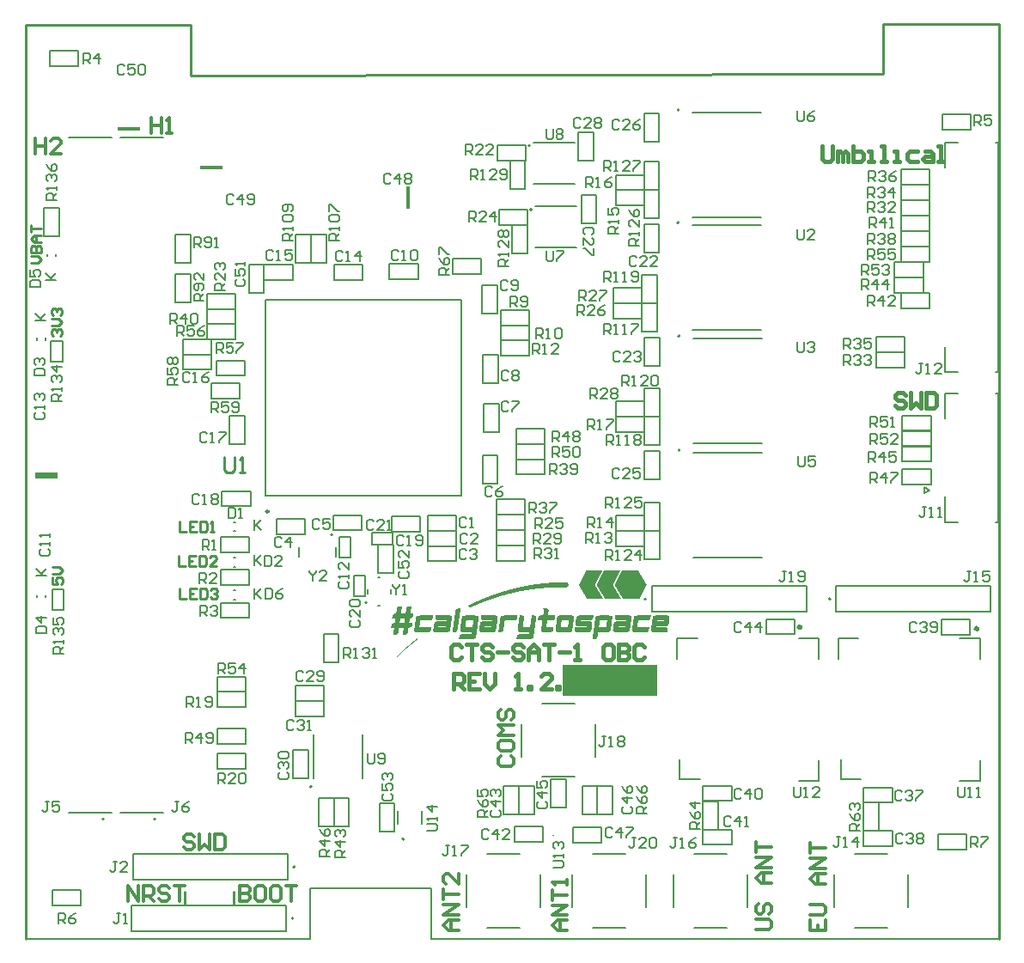
<source format=gto>
G04*
G04 #@! TF.GenerationSoftware,Altium Limited,Altium Designer,21.8.1 (53)*
G04*
G04 Layer_Color=65535*
%FSLAX25Y25*%
%MOIN*%
G70*
G04*
G04 #@! TF.SameCoordinates,96160027-D82A-49E8-B93D-671BAC76BFE1*
G04*
G04*
G04 #@! TF.FilePolarity,Positive*
G04*
G01*
G75*
%ADD10C,0.00787*%
%ADD11C,0.00600*%
%ADD12C,0.01575*%
%ADD13C,0.00394*%
%ADD14C,0.00984*%
%ADD15C,0.00500*%
%ADD16C,0.01000*%
%ADD17C,0.01500*%
%ADD18C,0.01400*%
%ADD19C,0.00800*%
%ADD20R,0.36600X0.12400*%
%ADD21R,0.08661X0.01575*%
%ADD22R,0.01575X0.08661*%
G36*
X209717Y138283D02*
X209832D01*
Y138264D01*
X209890D01*
Y138244D01*
X209948D01*
Y138225D01*
X210005D01*
Y138206D01*
X210044D01*
Y138187D01*
X210082D01*
Y138168D01*
X210121D01*
Y138148D01*
X210159D01*
Y138129D01*
X210178D01*
Y138110D01*
X210217D01*
Y138091D01*
X210236D01*
Y138072D01*
X210255D01*
Y138052D01*
X210274D01*
Y138033D01*
X210294D01*
Y138014D01*
X210313D01*
Y137995D01*
X210332D01*
Y137975D01*
X210351D01*
Y137956D01*
X210370D01*
Y137937D01*
X210390D01*
Y137918D01*
X210409D01*
Y137879D01*
X210428D01*
Y137860D01*
X210447D01*
Y137841D01*
X210466D01*
Y137802D01*
X210486D01*
Y137764D01*
X210505D01*
Y137726D01*
X210524D01*
Y137687D01*
X210543D01*
Y137629D01*
X210562D01*
Y137591D01*
X210582D01*
Y137514D01*
X210601D01*
Y137418D01*
X210620D01*
Y137130D01*
X210601D01*
Y137034D01*
X210582D01*
Y136976D01*
X210562D01*
Y136918D01*
X210543D01*
Y136861D01*
X210524D01*
Y136822D01*
X210505D01*
Y136784D01*
X210486D01*
Y136746D01*
X210466D01*
Y136726D01*
X210447D01*
Y136688D01*
X210428D01*
Y136669D01*
X210409D01*
Y136650D01*
X210390D01*
Y136611D01*
X210370D01*
Y136592D01*
X210351D01*
Y136573D01*
X210332D01*
Y136553D01*
X210313D01*
Y136534D01*
X210294D01*
Y136515D01*
X210255D01*
Y136496D01*
X210236D01*
Y136477D01*
X210217D01*
Y136457D01*
X210178D01*
Y136438D01*
X210159D01*
Y136419D01*
X210121D01*
Y136400D01*
X210082D01*
Y136380D01*
X210024D01*
Y136361D01*
X209986D01*
Y136342D01*
X209928D01*
Y136323D01*
X209890D01*
Y136303D01*
X209832D01*
Y136284D01*
X209775D01*
Y136265D01*
X209160D01*
Y136284D01*
X208526D01*
Y136303D01*
X207488D01*
Y136323D01*
X205681D01*
Y136303D01*
X204644D01*
Y136284D01*
X204086D01*
Y136265D01*
X203606D01*
Y136246D01*
X203164D01*
Y136227D01*
X202818D01*
Y136207D01*
X202472D01*
Y136188D01*
X202146D01*
Y136169D01*
X201838D01*
Y136150D01*
X201492D01*
Y136131D01*
X201223D01*
Y136111D01*
X200973D01*
Y136092D01*
X200743D01*
Y136073D01*
X200531D01*
Y136054D01*
X200301D01*
Y136035D01*
X200070D01*
Y136015D01*
X199859D01*
Y135996D01*
X199647D01*
Y135977D01*
X199475D01*
Y135958D01*
X199282D01*
Y135938D01*
X199090D01*
Y135919D01*
X198898D01*
Y135900D01*
X198706D01*
Y135881D01*
X198533D01*
Y135862D01*
X198360D01*
Y135842D01*
X198206D01*
Y135823D01*
X198033D01*
Y135804D01*
X197880D01*
Y135785D01*
X197707D01*
Y135766D01*
X197553D01*
Y135746D01*
X197380D01*
Y135727D01*
X197245D01*
Y135708D01*
X197092D01*
Y135689D01*
X196957D01*
Y135669D01*
X196803D01*
Y135650D01*
X196669D01*
Y135631D01*
X196534D01*
Y135612D01*
X196400D01*
Y135592D01*
X196265D01*
Y135573D01*
X196131D01*
Y135554D01*
X195996D01*
Y135535D01*
X195862D01*
Y135516D01*
X195727D01*
Y135496D01*
X195612D01*
Y135477D01*
X195477D01*
Y135458D01*
X195343D01*
Y135439D01*
X195208D01*
Y135420D01*
X195074D01*
Y135400D01*
X194959D01*
Y135381D01*
X194843D01*
Y135362D01*
X194709D01*
Y135343D01*
X194594D01*
Y135324D01*
X194478D01*
Y135304D01*
X194363D01*
Y135285D01*
X194248D01*
Y135266D01*
X194132D01*
Y135247D01*
X194036D01*
Y135227D01*
X193921D01*
Y135208D01*
X193806D01*
Y135189D01*
X193690D01*
Y135170D01*
X193594D01*
Y135151D01*
X193479D01*
Y135131D01*
X193364D01*
Y135112D01*
X193268D01*
Y135093D01*
X193152D01*
Y135074D01*
X193056D01*
Y135055D01*
X192960D01*
Y135035D01*
X192845D01*
Y135016D01*
X192749D01*
Y134997D01*
X192653D01*
Y134978D01*
X192537D01*
Y134958D01*
X192441D01*
Y134939D01*
X192345D01*
Y134920D01*
X192249D01*
Y134901D01*
X192153D01*
Y134881D01*
X192057D01*
Y134862D01*
X191961D01*
Y134843D01*
X191846D01*
Y134824D01*
X191749D01*
Y134805D01*
X191653D01*
Y134785D01*
X191577D01*
Y134766D01*
X191480D01*
Y134747D01*
X191384D01*
Y134728D01*
X191288D01*
Y134709D01*
X191192D01*
Y134689D01*
X191115D01*
Y134670D01*
X191019D01*
Y134651D01*
X190923D01*
Y134632D01*
X190827D01*
Y134613D01*
X190750D01*
Y134593D01*
X190654D01*
Y134574D01*
X190558D01*
Y134555D01*
X190462D01*
Y134536D01*
X190385D01*
Y134516D01*
X190289D01*
Y134497D01*
X190212D01*
Y134478D01*
X190116D01*
Y134459D01*
X190039D01*
Y134440D01*
X189962D01*
Y134420D01*
X189866D01*
Y134401D01*
X189789D01*
Y134382D01*
X189693D01*
Y134363D01*
X189616D01*
Y134344D01*
X189540D01*
Y134324D01*
X189443D01*
Y134305D01*
X189367D01*
Y134286D01*
X189270D01*
Y134267D01*
X189194D01*
Y134247D01*
X189117D01*
Y134228D01*
X189040D01*
Y134209D01*
X188963D01*
Y134190D01*
X188886D01*
Y134170D01*
X188790D01*
Y134151D01*
X188713D01*
Y134132D01*
X188636D01*
Y134113D01*
X188559D01*
Y134094D01*
X188483D01*
Y134074D01*
X188406D01*
Y134055D01*
X188329D01*
Y134036D01*
X188233D01*
Y134017D01*
X188156D01*
Y133998D01*
X188079D01*
Y133978D01*
X188002D01*
Y133959D01*
X187925D01*
Y133940D01*
X187868D01*
Y133921D01*
X187791D01*
Y133902D01*
X187714D01*
Y133882D01*
X187637D01*
Y133863D01*
X187560D01*
Y133844D01*
X187483D01*
Y133825D01*
X187406D01*
Y133805D01*
X187330D01*
Y133786D01*
X187253D01*
Y133767D01*
X187176D01*
Y133748D01*
X187099D01*
Y133729D01*
X187022D01*
Y133709D01*
X186964D01*
Y133690D01*
X186888D01*
Y133671D01*
X186811D01*
Y133652D01*
X186734D01*
Y133632D01*
X186676D01*
Y133613D01*
X186599D01*
Y133594D01*
X186522D01*
Y133575D01*
X186446D01*
Y133556D01*
X186369D01*
Y133536D01*
X186311D01*
Y133517D01*
X186234D01*
Y133498D01*
X186177D01*
Y133479D01*
X186100D01*
Y133459D01*
X186042D01*
Y133440D01*
X185965D01*
Y133421D01*
X185888D01*
Y133402D01*
X185831D01*
Y133383D01*
X185754D01*
Y133363D01*
X185696D01*
Y133344D01*
X185619D01*
Y133325D01*
X185562D01*
Y133306D01*
X185485D01*
Y133286D01*
X185408D01*
Y133267D01*
X185350D01*
Y133248D01*
X185273D01*
Y133229D01*
X185216D01*
Y133210D01*
X185139D01*
Y133191D01*
X185081D01*
Y133171D01*
X185004D01*
Y133152D01*
X184947D01*
Y133133D01*
X184870D01*
Y133114D01*
X184812D01*
Y133094D01*
X184735D01*
Y133075D01*
X184678D01*
Y133056D01*
X184620D01*
Y133037D01*
X184543D01*
Y133018D01*
X184485D01*
Y132998D01*
X184409D01*
Y132979D01*
X184351D01*
Y132960D01*
X184293D01*
Y132941D01*
X184216D01*
Y132921D01*
X184159D01*
Y132902D01*
X184082D01*
Y132883D01*
X184024D01*
Y132864D01*
X183967D01*
Y132845D01*
X183890D01*
Y132825D01*
X183832D01*
Y132806D01*
X183774D01*
Y132787D01*
X183717D01*
Y132768D01*
X183640D01*
Y132748D01*
X183582D01*
Y132729D01*
X183525D01*
Y132710D01*
X183467D01*
Y132691D01*
X183390D01*
Y132672D01*
X183333D01*
Y132652D01*
X183275D01*
Y132633D01*
X183217D01*
Y132614D01*
X183140D01*
Y132595D01*
X183083D01*
Y132576D01*
X183025D01*
Y132556D01*
X182967D01*
Y132537D01*
X182910D01*
Y132518D01*
X182852D01*
Y132499D01*
X182775D01*
Y132479D01*
X182718D01*
Y132460D01*
X182660D01*
Y132441D01*
X182602D01*
Y132422D01*
X182545D01*
Y132403D01*
X182487D01*
Y132383D01*
X182429D01*
Y132364D01*
X182372D01*
Y132345D01*
X182295D01*
Y132326D01*
X182237D01*
Y132307D01*
X182179D01*
Y132287D01*
X182122D01*
Y132268D01*
X182064D01*
Y132249D01*
X182007D01*
Y132230D01*
X181949D01*
Y132210D01*
X181891D01*
Y132191D01*
X181834D01*
Y132172D01*
X181776D01*
Y132153D01*
X181718D01*
Y132133D01*
X181661D01*
Y132114D01*
X181603D01*
Y132095D01*
X181545D01*
Y132076D01*
X181488D01*
Y132057D01*
X181430D01*
Y132037D01*
X181372D01*
Y132018D01*
X181315D01*
Y131999D01*
X181257D01*
Y131980D01*
X181200D01*
Y131961D01*
X181142D01*
Y131941D01*
X181084D01*
Y131922D01*
X181026D01*
Y131903D01*
X180969D01*
Y131884D01*
X180911D01*
Y131865D01*
X180854D01*
Y131845D01*
X180796D01*
Y131826D01*
X180738D01*
Y131807D01*
X180681D01*
Y131788D01*
X180642D01*
Y131768D01*
X180585D01*
Y131749D01*
X180527D01*
Y131730D01*
X180469D01*
Y131711D01*
X180412D01*
Y131692D01*
X180354D01*
Y131672D01*
X180296D01*
Y131653D01*
X180258D01*
Y131634D01*
X180200D01*
Y131615D01*
X180143D01*
Y131596D01*
X180085D01*
Y131576D01*
X180027D01*
Y131557D01*
X179970D01*
Y131538D01*
X179931D01*
Y131519D01*
X179874D01*
Y131499D01*
X179816D01*
Y131480D01*
X179758D01*
Y131461D01*
X179720D01*
Y131442D01*
X179662D01*
Y131422D01*
X179604D01*
Y131403D01*
X179547D01*
Y131384D01*
X179489D01*
Y131365D01*
X179451D01*
Y131346D01*
X179393D01*
Y131326D01*
X179335D01*
Y131307D01*
X179278D01*
Y131288D01*
X179239D01*
Y131269D01*
X179182D01*
Y131250D01*
X179124D01*
Y131230D01*
X179066D01*
Y131211D01*
X179028D01*
Y131192D01*
X178970D01*
Y131173D01*
X178913D01*
Y131154D01*
X178855D01*
Y131134D01*
X178817D01*
Y131115D01*
X178759D01*
Y131096D01*
X178701D01*
Y131077D01*
X178663D01*
Y131057D01*
X178605D01*
Y131038D01*
X178548D01*
Y131019D01*
X178490D01*
Y131000D01*
X178452D01*
Y130981D01*
X178394D01*
Y130961D01*
X178336D01*
Y130942D01*
X178298D01*
Y130923D01*
X178240D01*
Y130904D01*
X178182D01*
Y130884D01*
X178144D01*
Y130865D01*
X178086D01*
Y130846D01*
X178048D01*
Y130827D01*
X177990D01*
Y130808D01*
X177933D01*
Y130788D01*
X177894D01*
Y130769D01*
X177837D01*
Y130750D01*
X177779D01*
Y130731D01*
X177741D01*
Y130711D01*
X177683D01*
Y130692D01*
X177644D01*
Y130673D01*
X177587D01*
Y130654D01*
X177548D01*
Y130635D01*
X177491D01*
Y130615D01*
X177433D01*
Y130596D01*
X177395D01*
Y130577D01*
X177337D01*
Y130558D01*
X177298D01*
Y130539D01*
X177241D01*
Y130519D01*
X177202D01*
Y130500D01*
X177145D01*
Y130481D01*
X177106D01*
Y130462D01*
X177049D01*
Y130443D01*
X176991D01*
Y130423D01*
X176953D01*
Y130404D01*
X176895D01*
Y130385D01*
X176857D01*
Y130366D01*
X176799D01*
Y130346D01*
X176760D01*
Y130327D01*
X176703D01*
Y130308D01*
X176664D01*
Y130289D01*
X176607D01*
Y130270D01*
X176568D01*
Y130250D01*
X176511D01*
Y130231D01*
X176472D01*
Y130212D01*
X176415D01*
Y130193D01*
X176376D01*
Y130173D01*
X176318D01*
Y130154D01*
X176280D01*
Y130135D01*
X176222D01*
Y130116D01*
X176184D01*
Y130097D01*
X176146D01*
Y130077D01*
X176088D01*
Y130058D01*
X176049D01*
Y130039D01*
X175992D01*
Y130020D01*
X175953D01*
Y130000D01*
X175896D01*
Y129981D01*
X175857D01*
Y129962D01*
X175800D01*
Y129943D01*
X175761D01*
Y129924D01*
X175723D01*
Y129904D01*
X175665D01*
Y129885D01*
X175627D01*
Y129866D01*
X175569D01*
Y129847D01*
X175531D01*
Y129827D01*
X175473D01*
Y129808D01*
X175435D01*
Y129789D01*
X175396D01*
Y129770D01*
X175338D01*
Y129751D01*
X175300D01*
Y129731D01*
X175242D01*
Y129712D01*
X175204D01*
Y129693D01*
X175165D01*
Y129674D01*
X175108D01*
Y129655D01*
X175069D01*
Y129635D01*
X175012D01*
Y129616D01*
X174973D01*
Y129597D01*
X174935D01*
Y129578D01*
X174877D01*
Y129559D01*
X174839D01*
Y129539D01*
X174781D01*
Y129520D01*
X174743D01*
Y129501D01*
X174704D01*
Y129482D01*
X174647D01*
Y129462D01*
X174608D01*
Y129443D01*
X174570D01*
Y129424D01*
X174512D01*
Y129405D01*
X174474D01*
Y129385D01*
X174435D01*
Y129366D01*
X174378D01*
Y129347D01*
X174339D01*
Y129328D01*
X174301D01*
Y129309D01*
X174243D01*
Y129289D01*
X174205D01*
Y129270D01*
X174147D01*
Y129251D01*
X174109D01*
Y129232D01*
X174070D01*
Y129213D01*
X174012D01*
Y129193D01*
X173974D01*
Y129174D01*
X173936D01*
Y129155D01*
X173897D01*
Y129136D01*
X173839D01*
Y129116D01*
X173801D01*
Y129097D01*
X173763D01*
Y129078D01*
X173705D01*
Y129059D01*
X173667D01*
Y129040D01*
X173628D01*
Y129020D01*
X173590D01*
Y129001D01*
X173532D01*
Y128982D01*
X173494D01*
Y128963D01*
X173455D01*
Y128944D01*
X173398D01*
Y128924D01*
X173359D01*
Y128905D01*
X173321D01*
Y128886D01*
X173282D01*
Y128867D01*
X173224D01*
Y128848D01*
X173186D01*
Y128828D01*
X173148D01*
Y128809D01*
X173109D01*
Y128790D01*
X173052D01*
Y128771D01*
X173013D01*
Y128751D01*
X172975D01*
Y128732D01*
X172936D01*
Y128713D01*
X172898D01*
Y128694D01*
X172840D01*
Y128674D01*
X172802D01*
Y128655D01*
X172763D01*
Y128636D01*
X172725D01*
Y128617D01*
X172667D01*
Y128598D01*
X172629D01*
Y128578D01*
X172590D01*
Y128559D01*
X172552D01*
Y128540D01*
X172513D01*
Y128521D01*
X172456D01*
Y128502D01*
X172417D01*
Y128482D01*
X172379D01*
Y128463D01*
X172341D01*
Y128444D01*
X172302D01*
Y128425D01*
X172264D01*
Y128405D01*
X172206D01*
Y128444D01*
X172187D01*
Y128463D01*
X172168D01*
Y128502D01*
X172148D01*
Y128521D01*
X172129D01*
Y128559D01*
X172110D01*
Y128578D01*
X172091D01*
Y128617D01*
X172072D01*
Y128655D01*
X172052D01*
Y128674D01*
X172033D01*
Y128713D01*
X172014D01*
Y128732D01*
X171995D01*
Y128771D01*
X171976D01*
Y128809D01*
X171956D01*
Y128828D01*
X171937D01*
Y128867D01*
X171918D01*
Y128905D01*
X171899D01*
Y128944D01*
X171879D01*
Y128963D01*
X171860D01*
Y129001D01*
X171841D01*
Y129040D01*
X171822D01*
Y129078D01*
X171802D01*
Y129116D01*
X171783D01*
Y129155D01*
X171764D01*
Y129193D01*
X171745D01*
Y129232D01*
X171726D01*
Y129270D01*
X171706D01*
Y129309D01*
X171726D01*
Y129328D01*
X171764D01*
Y129347D01*
X171802D01*
Y129366D01*
X171841D01*
Y129385D01*
X171879D01*
Y129405D01*
X171918D01*
Y129424D01*
X171956D01*
Y129443D01*
X171995D01*
Y129462D01*
X172033D01*
Y129482D01*
X172072D01*
Y129501D01*
X172110D01*
Y129520D01*
X172148D01*
Y129539D01*
X172187D01*
Y129559D01*
X172225D01*
Y129578D01*
X172283D01*
Y129597D01*
X172321D01*
Y129616D01*
X172360D01*
Y129635D01*
X172398D01*
Y129655D01*
X172437D01*
Y129674D01*
X172475D01*
Y129693D01*
X172513D01*
Y129712D01*
X172552D01*
Y129731D01*
X172590D01*
Y129751D01*
X172629D01*
Y129770D01*
X172687D01*
Y129789D01*
X172725D01*
Y129808D01*
X172763D01*
Y129827D01*
X172802D01*
Y129847D01*
X172840D01*
Y129866D01*
X172879D01*
Y129885D01*
X172917D01*
Y129904D01*
X172956D01*
Y129924D01*
X173013D01*
Y129943D01*
X173052D01*
Y129962D01*
X173090D01*
Y129981D01*
X173128D01*
Y130000D01*
X173167D01*
Y130020D01*
X173205D01*
Y130039D01*
X173244D01*
Y130058D01*
X173282D01*
Y130077D01*
X173321D01*
Y130097D01*
X173378D01*
Y130116D01*
X173417D01*
Y130135D01*
X173455D01*
Y130154D01*
X173494D01*
Y130173D01*
X173532D01*
Y130193D01*
X173571D01*
Y130212D01*
X173609D01*
Y130231D01*
X173667D01*
Y130250D01*
X173705D01*
Y130270D01*
X173743D01*
Y130289D01*
X173782D01*
Y130308D01*
X173820D01*
Y130327D01*
X173878D01*
Y130346D01*
X173916D01*
Y130366D01*
X173955D01*
Y130385D01*
X173993D01*
Y130404D01*
X174032D01*
Y130423D01*
X174070D01*
Y130443D01*
X174128D01*
Y130462D01*
X174166D01*
Y130481D01*
X174205D01*
Y130500D01*
X174243D01*
Y130519D01*
X174282D01*
Y130539D01*
X174339D01*
Y130558D01*
X174378D01*
Y130577D01*
X174416D01*
Y130596D01*
X174454D01*
Y130615D01*
X174493D01*
Y130635D01*
X174550D01*
Y130654D01*
X174589D01*
Y130673D01*
X174627D01*
Y130692D01*
X174666D01*
Y130711D01*
X174704D01*
Y130731D01*
X174762D01*
Y130750D01*
X174800D01*
Y130769D01*
X174839D01*
Y130788D01*
X174877D01*
Y130808D01*
X174916D01*
Y130827D01*
X174973D01*
Y130846D01*
X175012D01*
Y130865D01*
X175050D01*
Y130884D01*
X175108D01*
Y130904D01*
X175146D01*
Y130923D01*
X175185D01*
Y130942D01*
X175223D01*
Y130961D01*
X175281D01*
Y130981D01*
X175319D01*
Y131000D01*
X175358D01*
Y131019D01*
X175415D01*
Y131038D01*
X175454D01*
Y131057D01*
X175492D01*
Y131077D01*
X175550D01*
Y131096D01*
X175588D01*
Y131115D01*
X175627D01*
Y131134D01*
X175684D01*
Y131154D01*
X175723D01*
Y131173D01*
X175761D01*
Y131192D01*
X175819D01*
Y131211D01*
X175857D01*
Y131230D01*
X175896D01*
Y131250D01*
X175953D01*
Y131269D01*
X175992D01*
Y131288D01*
X176030D01*
Y131307D01*
X176088D01*
Y131326D01*
X176126D01*
Y131346D01*
X176184D01*
Y131365D01*
X176222D01*
Y131384D01*
X176261D01*
Y131403D01*
X176318D01*
Y131422D01*
X176357D01*
Y131442D01*
X176395D01*
Y131461D01*
X176453D01*
Y131480D01*
X176491D01*
Y131499D01*
X176549D01*
Y131519D01*
X176587D01*
Y131538D01*
X176626D01*
Y131557D01*
X176683D01*
Y131576D01*
X176722D01*
Y131596D01*
X176760D01*
Y131615D01*
X176818D01*
Y131634D01*
X176857D01*
Y131653D01*
X176914D01*
Y131672D01*
X176953D01*
Y131692D01*
X176991D01*
Y131711D01*
X177049D01*
Y131730D01*
X177087D01*
Y131749D01*
X177126D01*
Y131768D01*
X177183D01*
Y131788D01*
X177222D01*
Y131807D01*
X177279D01*
Y131826D01*
X177318D01*
Y131845D01*
X177356D01*
Y131865D01*
X177414D01*
Y131884D01*
X177452D01*
Y131903D01*
X177510D01*
Y131922D01*
X177548D01*
Y131941D01*
X177587D01*
Y131961D01*
X177644D01*
Y131980D01*
X177683D01*
Y131999D01*
X177741D01*
Y132018D01*
X177779D01*
Y132037D01*
X177817D01*
Y132057D01*
X177875D01*
Y132076D01*
X177913D01*
Y132095D01*
X177971D01*
Y132114D01*
X178009D01*
Y132133D01*
X178067D01*
Y132153D01*
X178106D01*
Y132172D01*
X178144D01*
Y132191D01*
X178202D01*
Y132210D01*
X178240D01*
Y132230D01*
X178298D01*
Y132249D01*
X178336D01*
Y132268D01*
X178394D01*
Y132287D01*
X178432D01*
Y132307D01*
X178490D01*
Y132326D01*
X178528D01*
Y132345D01*
X178586D01*
Y132364D01*
X178624D01*
Y132383D01*
X178682D01*
Y132403D01*
X178720D01*
Y132422D01*
X178778D01*
Y132441D01*
X178817D01*
Y132460D01*
X178874D01*
Y132479D01*
X178913D01*
Y132499D01*
X178970D01*
Y132518D01*
X179009D01*
Y132537D01*
X179066D01*
Y132556D01*
X179105D01*
Y132576D01*
X179163D01*
Y132595D01*
X179201D01*
Y132614D01*
X179259D01*
Y132633D01*
X179316D01*
Y132652D01*
X179355D01*
Y132672D01*
X179412D01*
Y132691D01*
X179451D01*
Y132710D01*
X179508D01*
Y132729D01*
X179566D01*
Y132748D01*
X179604D01*
Y132768D01*
X179662D01*
Y132787D01*
X179720D01*
Y132806D01*
X179758D01*
Y132825D01*
X179816D01*
Y132845D01*
X179874D01*
Y132864D01*
X179912D01*
Y132883D01*
X179970D01*
Y132902D01*
X180027D01*
Y132921D01*
X180066D01*
Y132941D01*
X180123D01*
Y132960D01*
X180181D01*
Y132979D01*
X180219D01*
Y132998D01*
X180277D01*
Y133018D01*
X180335D01*
Y133037D01*
X180373D01*
Y133056D01*
X180431D01*
Y133075D01*
X180488D01*
Y133094D01*
X180527D01*
Y133114D01*
X180585D01*
Y133133D01*
X180642D01*
Y133152D01*
X180681D01*
Y133171D01*
X180738D01*
Y133191D01*
X180796D01*
Y133210D01*
X180834D01*
Y133229D01*
X180892D01*
Y133248D01*
X180950D01*
Y133267D01*
X181007D01*
Y133286D01*
X181046D01*
Y133306D01*
X181103D01*
Y133325D01*
X181161D01*
Y133344D01*
X181219D01*
Y133363D01*
X181276D01*
Y133383D01*
X181315D01*
Y133402D01*
X181372D01*
Y133421D01*
X181430D01*
Y133440D01*
X181488D01*
Y133459D01*
X181545D01*
Y133479D01*
X181584D01*
Y133498D01*
X181641D01*
Y133517D01*
X181699D01*
Y133536D01*
X181757D01*
Y133556D01*
X181814D01*
Y133575D01*
X181872D01*
Y133594D01*
X181911D01*
Y133613D01*
X181968D01*
Y133632D01*
X182026D01*
Y133652D01*
X182083D01*
Y133671D01*
X182141D01*
Y133690D01*
X182199D01*
Y133709D01*
X182237D01*
Y133729D01*
X182295D01*
Y133748D01*
X182352D01*
Y133767D01*
X182410D01*
Y133786D01*
X182468D01*
Y133805D01*
X182525D01*
Y133825D01*
X182583D01*
Y133844D01*
X182641D01*
Y133863D01*
X182698D01*
Y133882D01*
X182737D01*
Y133902D01*
X182794D01*
Y133921D01*
X182852D01*
Y133940D01*
X182910D01*
Y133959D01*
X182967D01*
Y133978D01*
X183025D01*
Y133998D01*
X183083D01*
Y134017D01*
X183140D01*
Y134036D01*
X183198D01*
Y134055D01*
X183256D01*
Y134074D01*
X183313D01*
Y134094D01*
X183371D01*
Y134113D01*
X183429D01*
Y134132D01*
X183486D01*
Y134151D01*
X183544D01*
Y134170D01*
X183601D01*
Y134190D01*
X183659D01*
Y134209D01*
X183717D01*
Y134228D01*
X183774D01*
Y134247D01*
X183832D01*
Y134267D01*
X183890D01*
Y134286D01*
X183948D01*
Y134305D01*
X184024D01*
Y134324D01*
X184082D01*
Y134344D01*
X184140D01*
Y134363D01*
X184197D01*
Y134382D01*
X184255D01*
Y134401D01*
X184313D01*
Y134420D01*
X184370D01*
Y134440D01*
X184428D01*
Y134459D01*
X184505D01*
Y134478D01*
X184562D01*
Y134497D01*
X184620D01*
Y134516D01*
X184678D01*
Y134536D01*
X184735D01*
Y134555D01*
X184812D01*
Y134574D01*
X184870D01*
Y134593D01*
X184927D01*
Y134613D01*
X184985D01*
Y134632D01*
X185043D01*
Y134651D01*
X185120D01*
Y134670D01*
X185177D01*
Y134689D01*
X185235D01*
Y134709D01*
X185293D01*
Y134728D01*
X185370D01*
Y134747D01*
X185427D01*
Y134766D01*
X185485D01*
Y134785D01*
X185562D01*
Y134805D01*
X185619D01*
Y134824D01*
X185677D01*
Y134843D01*
X185735D01*
Y134862D01*
X185811D01*
Y134881D01*
X185869D01*
Y134901D01*
X185927D01*
Y134920D01*
X186004D01*
Y134939D01*
X186061D01*
Y134958D01*
X186119D01*
Y134978D01*
X186196D01*
Y134997D01*
X186253D01*
Y135016D01*
X186311D01*
Y135035D01*
X186369D01*
Y135055D01*
X186446D01*
Y135074D01*
X186503D01*
Y135093D01*
X186580D01*
Y135112D01*
X186638D01*
Y135131D01*
X186715D01*
Y135151D01*
X186772D01*
Y135170D01*
X186849D01*
Y135189D01*
X186907D01*
Y135208D01*
X186984D01*
Y135227D01*
X187041D01*
Y135247D01*
X187118D01*
Y135266D01*
X187176D01*
Y135285D01*
X187253D01*
Y135304D01*
X187310D01*
Y135324D01*
X187387D01*
Y135343D01*
X187445D01*
Y135362D01*
X187522D01*
Y135381D01*
X187599D01*
Y135400D01*
X187656D01*
Y135420D01*
X187733D01*
Y135439D01*
X187791D01*
Y135458D01*
X187868D01*
Y135477D01*
X187925D01*
Y135496D01*
X188002D01*
Y135516D01*
X188079D01*
Y135535D01*
X188137D01*
Y135554D01*
X188214D01*
Y135573D01*
X188290D01*
Y135592D01*
X188367D01*
Y135612D01*
X188444D01*
Y135631D01*
X188521D01*
Y135650D01*
X188579D01*
Y135669D01*
X188655D01*
Y135689D01*
X188732D01*
Y135708D01*
X188809D01*
Y135727D01*
X188886D01*
Y135746D01*
X188963D01*
Y135766D01*
X189021D01*
Y135785D01*
X189097D01*
Y135804D01*
X189174D01*
Y135823D01*
X189251D01*
Y135842D01*
X189328D01*
Y135862D01*
X189405D01*
Y135881D01*
X189482D01*
Y135900D01*
X189559D01*
Y135919D01*
X189636D01*
Y135938D01*
X189712D01*
Y135958D01*
X189770D01*
Y135977D01*
X189847D01*
Y135996D01*
X189924D01*
Y136015D01*
X190001D01*
Y136035D01*
X190078D01*
Y136054D01*
X190154D01*
Y136073D01*
X190251D01*
Y136092D01*
X190327D01*
Y136111D01*
X190404D01*
Y136131D01*
X190481D01*
Y136150D01*
X190577D01*
Y136169D01*
X190654D01*
Y136188D01*
X190731D01*
Y136207D01*
X190808D01*
Y136227D01*
X190885D01*
Y136246D01*
X190981D01*
Y136265D01*
X191058D01*
Y136284D01*
X191135D01*
Y136303D01*
X191231D01*
Y136323D01*
X191307D01*
Y136342D01*
X191403D01*
Y136361D01*
X191500D01*
Y136380D01*
X191577D01*
Y136400D01*
X191653D01*
Y136419D01*
X191749D01*
Y136438D01*
X191826D01*
Y136457D01*
X191922D01*
Y136477D01*
X191999D01*
Y136496D01*
X192095D01*
Y136515D01*
X192172D01*
Y136534D01*
X192268D01*
Y136553D01*
X192345D01*
Y136573D01*
X192441D01*
Y136592D01*
X192537D01*
Y136611D01*
X192614D01*
Y136630D01*
X192710D01*
Y136650D01*
X192806D01*
Y136669D01*
X192883D01*
Y136688D01*
X192979D01*
Y136707D01*
X193075D01*
Y136726D01*
X193172D01*
Y136746D01*
X193268D01*
Y136765D01*
X193364D01*
Y136784D01*
X193460D01*
Y136803D01*
X193556D01*
Y136822D01*
X193652D01*
Y136842D01*
X193767D01*
Y136861D01*
X193863D01*
Y136880D01*
X193959D01*
Y136899D01*
X194055D01*
Y136918D01*
X194151D01*
Y136938D01*
X194248D01*
Y136957D01*
X194344D01*
Y136976D01*
X194459D01*
Y136995D01*
X194555D01*
Y137015D01*
X194651D01*
Y137034D01*
X194766D01*
Y137053D01*
X194862D01*
Y137072D01*
X194978D01*
Y137091D01*
X195074D01*
Y137111D01*
X195189D01*
Y137130D01*
X195285D01*
Y137149D01*
X195401D01*
Y137168D01*
X195497D01*
Y137188D01*
X195612D01*
Y137207D01*
X195727D01*
Y137226D01*
X195862D01*
Y137245D01*
X195977D01*
Y137264D01*
X196092D01*
Y137284D01*
X196208D01*
Y137303D01*
X196323D01*
Y137322D01*
X196438D01*
Y137341D01*
X196554D01*
Y137361D01*
X196669D01*
Y137380D01*
X196784D01*
Y137399D01*
X196919D01*
Y137418D01*
X197034D01*
Y137437D01*
X197149D01*
Y137457D01*
X197284D01*
Y137476D01*
X197399D01*
Y137495D01*
X197534D01*
Y137514D01*
X197668D01*
Y137533D01*
X197822D01*
Y137553D01*
X197956D01*
Y137572D01*
X198091D01*
Y137591D01*
X198225D01*
Y137610D01*
X198360D01*
Y137629D01*
X198495D01*
Y137649D01*
X198629D01*
Y137668D01*
X198783D01*
Y137687D01*
X198936D01*
Y137706D01*
X199090D01*
Y137726D01*
X199244D01*
Y137745D01*
X199398D01*
Y137764D01*
X199551D01*
Y137783D01*
X199705D01*
Y137802D01*
X199878D01*
Y137822D01*
X200051D01*
Y137841D01*
X200224D01*
Y137860D01*
X200397D01*
Y137879D01*
X200589D01*
Y137899D01*
X200762D01*
Y137918D01*
X200935D01*
Y137937D01*
X201127D01*
Y137956D01*
X201319D01*
Y137975D01*
X201531D01*
Y137995D01*
X201761D01*
Y138014D01*
X201992D01*
Y138033D01*
X202203D01*
Y138052D01*
X202453D01*
Y138072D01*
X202684D01*
Y138091D01*
X202934D01*
Y138110D01*
X203183D01*
Y138129D01*
X203433D01*
Y138148D01*
X203721D01*
Y138168D01*
X204029D01*
Y138187D01*
X204375D01*
Y138206D01*
X204740D01*
Y138225D01*
X205143D01*
Y138244D01*
X205605D01*
Y138264D01*
X206143D01*
Y138283D01*
X206835D01*
Y138302D01*
X209717D01*
Y138283D01*
D02*
G37*
G36*
X223707Y142722D02*
X223688D01*
Y142683D01*
X223668D01*
Y142645D01*
X223649D01*
Y142607D01*
X223630D01*
Y142568D01*
X223611D01*
Y142530D01*
X223591D01*
Y142491D01*
X223572D01*
Y142453D01*
X223553D01*
Y142414D01*
X223534D01*
Y142395D01*
X223515D01*
Y142357D01*
X223495D01*
Y142318D01*
X223476D01*
Y142280D01*
X223457D01*
Y142242D01*
X223438D01*
Y142203D01*
X223418D01*
Y142165D01*
X223399D01*
Y142126D01*
X223380D01*
Y142088D01*
X223361D01*
Y142049D01*
X223342D01*
Y142011D01*
X223322D01*
Y141972D01*
X223303D01*
Y141934D01*
X223284D01*
Y141915D01*
X223265D01*
Y141876D01*
X223246D01*
Y141838D01*
X223226D01*
Y141799D01*
X223207D01*
Y141761D01*
X223188D01*
Y141723D01*
X223169D01*
Y141684D01*
X223149D01*
Y141646D01*
X223130D01*
Y141607D01*
X223111D01*
Y141569D01*
X223092D01*
Y141531D01*
X223073D01*
Y141492D01*
X223053D01*
Y141454D01*
X223034D01*
Y141434D01*
X223015D01*
Y141396D01*
X222996D01*
Y141358D01*
X222976D01*
Y141319D01*
X222957D01*
Y141281D01*
X222938D01*
Y141242D01*
X222919D01*
Y141204D01*
X222900D01*
Y141165D01*
X222880D01*
Y141127D01*
X222861D01*
Y141088D01*
X222842D01*
Y141050D01*
X222823D01*
Y141012D01*
X222803D01*
Y140973D01*
X222784D01*
Y140935D01*
X222765D01*
Y140896D01*
X222746D01*
Y140877D01*
X222727D01*
Y140839D01*
X222708D01*
Y140800D01*
X222688D01*
Y140762D01*
X222669D01*
Y140723D01*
X222650D01*
Y140685D01*
X222631D01*
Y140647D01*
X222611D01*
Y140608D01*
X222592D01*
Y140570D01*
X222573D01*
Y140531D01*
X222554D01*
Y140493D01*
X222534D01*
Y140454D01*
X222515D01*
Y140416D01*
X222496D01*
Y140397D01*
X222477D01*
Y140358D01*
X222458D01*
Y140320D01*
X222438D01*
Y140281D01*
X222419D01*
Y140243D01*
X222400D01*
Y140205D01*
X222381D01*
Y140166D01*
X222362D01*
Y140128D01*
X222342D01*
Y140089D01*
X222323D01*
Y140051D01*
X222304D01*
Y140012D01*
X222285D01*
Y139974D01*
X222266D01*
Y139936D01*
X222246D01*
Y139916D01*
X222227D01*
Y139878D01*
X222208D01*
Y139839D01*
X222189D01*
Y139801D01*
X222169D01*
Y139763D01*
X222150D01*
Y139724D01*
X222131D01*
Y139686D01*
X222112D01*
Y139647D01*
X222093D01*
Y139609D01*
X222073D01*
Y139570D01*
X222054D01*
Y139532D01*
X222035D01*
Y139494D01*
X222016D01*
Y139455D01*
X221996D01*
Y139436D01*
X221977D01*
Y139397D01*
X221958D01*
Y139359D01*
X221939D01*
Y139321D01*
X221920D01*
Y139282D01*
X221900D01*
Y139244D01*
X221881D01*
Y139205D01*
X221862D01*
Y139167D01*
X221843D01*
Y139128D01*
X221824D01*
Y139090D01*
X221804D01*
Y139051D01*
X221785D01*
Y139013D01*
X221766D01*
Y138975D01*
X221747D01*
Y138936D01*
X221727D01*
Y138898D01*
X221708D01*
Y138879D01*
X221689D01*
Y138840D01*
X221670D01*
Y138802D01*
X221651D01*
Y138763D01*
X221631D01*
Y138725D01*
X221612D01*
Y138686D01*
X221593D01*
Y138648D01*
X221574D01*
Y138610D01*
X221554D01*
Y138571D01*
X221535D01*
Y138533D01*
X221516D01*
Y138494D01*
X221497D01*
Y138456D01*
X221478D01*
Y138417D01*
X221458D01*
Y138398D01*
X221439D01*
Y138360D01*
X221420D01*
Y138321D01*
X221401D01*
Y138283D01*
X221381D01*
Y138244D01*
X221362D01*
Y138206D01*
X221343D01*
Y138168D01*
X221324D01*
Y138129D01*
X221305D01*
Y138091D01*
X221285D01*
Y138052D01*
X221266D01*
Y138014D01*
X221247D01*
Y137975D01*
X221228D01*
Y137937D01*
X221209D01*
Y137918D01*
X221189D01*
Y137879D01*
X221170D01*
Y137841D01*
X221151D01*
Y137802D01*
X221132D01*
Y137764D01*
X221112D01*
Y137726D01*
X221093D01*
Y137687D01*
X221074D01*
Y137649D01*
X221055D01*
Y137610D01*
X221036D01*
Y137572D01*
X221016D01*
Y137533D01*
X220997D01*
Y137514D01*
X220978D01*
Y137476D01*
X220959D01*
Y137437D01*
X220939D01*
Y137399D01*
X220920D01*
Y137361D01*
X220901D01*
Y137322D01*
X220882D01*
Y137284D01*
X220863D01*
Y137245D01*
X220843D01*
Y137226D01*
X220863D01*
Y137188D01*
X220882D01*
Y137149D01*
X220901D01*
Y137130D01*
X220920D01*
Y137091D01*
X220939D01*
Y137053D01*
X220959D01*
Y137034D01*
X220978D01*
Y136995D01*
X220997D01*
Y136957D01*
X221016D01*
Y136938D01*
X221036D01*
Y136899D01*
X221055D01*
Y136880D01*
X221074D01*
Y136842D01*
X221093D01*
Y136803D01*
X221112D01*
Y136784D01*
X221132D01*
Y136746D01*
X221151D01*
Y136707D01*
X221170D01*
Y136688D01*
X221189D01*
Y136650D01*
X221209D01*
Y136611D01*
X221228D01*
Y136592D01*
X221247D01*
Y136553D01*
X221266D01*
Y136515D01*
X221285D01*
Y136496D01*
X221305D01*
Y136457D01*
X221324D01*
Y136419D01*
X221343D01*
Y136400D01*
X221362D01*
Y136361D01*
X221381D01*
Y136323D01*
X221401D01*
Y136303D01*
X221420D01*
Y136265D01*
X221439D01*
Y136227D01*
X221458D01*
Y136207D01*
X221478D01*
Y136169D01*
X221497D01*
Y136150D01*
X221516D01*
Y136111D01*
X221535D01*
Y136073D01*
X221554D01*
Y136054D01*
X221574D01*
Y136015D01*
X221593D01*
Y135977D01*
X221612D01*
Y135958D01*
X221631D01*
Y135919D01*
X221651D01*
Y135881D01*
X221670D01*
Y135862D01*
X221689D01*
Y135823D01*
X221708D01*
Y135785D01*
X221727D01*
Y135766D01*
X221747D01*
Y135727D01*
X221766D01*
Y135689D01*
X221785D01*
Y135669D01*
X221804D01*
Y135631D01*
X221824D01*
Y135612D01*
X221843D01*
Y135573D01*
X221862D01*
Y135535D01*
X221881D01*
Y135516D01*
X221900D01*
Y135477D01*
X221920D01*
Y135439D01*
X221939D01*
Y135420D01*
X221958D01*
Y135381D01*
X221977D01*
Y135343D01*
X221996D01*
Y135324D01*
X222016D01*
Y135285D01*
X222035D01*
Y135247D01*
X222054D01*
Y135227D01*
X222073D01*
Y135189D01*
X222093D01*
Y135151D01*
X222112D01*
Y135131D01*
X222131D01*
Y135093D01*
X222150D01*
Y135055D01*
X222169D01*
Y135035D01*
X222189D01*
Y134997D01*
X222208D01*
Y134978D01*
X222227D01*
Y134939D01*
X222246D01*
Y134901D01*
X222266D01*
Y134881D01*
X222285D01*
Y134843D01*
X222304D01*
Y134805D01*
X222323D01*
Y134785D01*
X222342D01*
Y134747D01*
X222362D01*
Y134709D01*
X222381D01*
Y134689D01*
X222400D01*
Y134651D01*
X222419D01*
Y134613D01*
X222438D01*
Y134593D01*
X222458D01*
Y134555D01*
X222477D01*
Y134516D01*
X222496D01*
Y134497D01*
X222515D01*
Y134459D01*
X222534D01*
Y134440D01*
X222554D01*
Y134401D01*
X222573D01*
Y134363D01*
X222592D01*
Y134344D01*
X222611D01*
Y134305D01*
X222631D01*
Y134267D01*
X222650D01*
Y134247D01*
X222669D01*
Y134209D01*
X222688D01*
Y134170D01*
X222708D01*
Y134151D01*
X222727D01*
Y134113D01*
X222746D01*
Y134074D01*
X222765D01*
Y134055D01*
X222784D01*
Y134017D01*
X222803D01*
Y133978D01*
X222823D01*
Y133959D01*
X222842D01*
Y133921D01*
X222861D01*
Y133882D01*
X222880D01*
Y133863D01*
X222900D01*
Y133825D01*
X222919D01*
Y133786D01*
X222938D01*
Y133767D01*
X222957D01*
Y133729D01*
X222976D01*
Y133709D01*
X222996D01*
Y133671D01*
X223015D01*
Y133632D01*
X223034D01*
Y133613D01*
X223053D01*
Y133575D01*
X223073D01*
Y133536D01*
X223092D01*
Y133517D01*
X223111D01*
Y133479D01*
X223130D01*
Y133440D01*
X223149D01*
Y133421D01*
X223169D01*
Y133383D01*
X223188D01*
Y133344D01*
X223207D01*
Y133325D01*
X223226D01*
Y133286D01*
X223246D01*
Y133248D01*
X223265D01*
Y133229D01*
X223284D01*
Y133191D01*
X223303D01*
Y133152D01*
X223322D01*
Y133133D01*
X223342D01*
Y133094D01*
X223361D01*
Y133075D01*
X223380D01*
Y133037D01*
X223399D01*
Y132998D01*
X223418D01*
Y132979D01*
X223438D01*
Y132941D01*
X223457D01*
Y132902D01*
X223476D01*
Y132883D01*
X223495D01*
Y132845D01*
X223515D01*
Y132806D01*
X223534D01*
Y132787D01*
X223553D01*
Y132748D01*
X223572D01*
Y132710D01*
X223591D01*
Y132691D01*
X223611D01*
Y132652D01*
X223630D01*
Y132614D01*
X223649D01*
Y132595D01*
X223668D01*
Y132556D01*
X223688D01*
Y132518D01*
X223707D01*
Y132499D01*
X223726D01*
Y132460D01*
X223745D01*
Y132422D01*
X223764D01*
Y132403D01*
X223784D01*
Y132364D01*
X223803D01*
Y132345D01*
X223822D01*
Y132307D01*
X223841D01*
Y132268D01*
X223861D01*
Y132249D01*
X223880D01*
Y132210D01*
X223899D01*
Y132172D01*
X223918D01*
Y132153D01*
X223937D01*
Y132114D01*
X223957D01*
Y132076D01*
X223976D01*
Y132057D01*
X223995D01*
Y132018D01*
X224014D01*
Y131980D01*
X217788D01*
Y131999D01*
X217769D01*
Y132037D01*
X217750D01*
Y132076D01*
X217730D01*
Y132095D01*
X217711D01*
Y132133D01*
X217692D01*
Y132153D01*
X217673D01*
Y132191D01*
X217653D01*
Y132230D01*
X217634D01*
Y132249D01*
X217615D01*
Y132287D01*
X217596D01*
Y132326D01*
X217577D01*
Y132345D01*
X217557D01*
Y132383D01*
X217538D01*
Y132422D01*
X217519D01*
Y132441D01*
X217500D01*
Y132479D01*
X217480D01*
Y132518D01*
X217461D01*
Y132537D01*
X217442D01*
Y132576D01*
X217423D01*
Y132614D01*
X217404D01*
Y132633D01*
X217385D01*
Y132672D01*
X217365D01*
Y132691D01*
X217346D01*
Y132729D01*
X217327D01*
Y132768D01*
X217308D01*
Y132787D01*
X217288D01*
Y132825D01*
X217269D01*
Y132864D01*
X217250D01*
Y132883D01*
X217231D01*
Y132921D01*
X217212D01*
Y132960D01*
X217192D01*
Y132979D01*
X217173D01*
Y133018D01*
X217154D01*
Y133056D01*
X217135D01*
Y133075D01*
X217115D01*
Y133114D01*
X217096D01*
Y133152D01*
X217077D01*
Y133171D01*
X217058D01*
Y133210D01*
X217038D01*
Y133229D01*
X217019D01*
Y133267D01*
X217000D01*
Y133306D01*
X216981D01*
Y133325D01*
X216962D01*
Y133363D01*
X216943D01*
Y133402D01*
X216923D01*
Y133421D01*
X216904D01*
Y133459D01*
X216885D01*
Y133498D01*
X216866D01*
Y133517D01*
X216846D01*
Y133556D01*
X216827D01*
Y133594D01*
X216808D01*
Y133613D01*
X216789D01*
Y133652D01*
X216770D01*
Y133690D01*
X216750D01*
Y133709D01*
X216731D01*
Y133748D01*
X216712D01*
Y133786D01*
X216693D01*
Y133805D01*
X216673D01*
Y133844D01*
X216654D01*
Y133863D01*
X216635D01*
Y133902D01*
X216616D01*
Y133940D01*
X216597D01*
Y133959D01*
X216577D01*
Y133998D01*
X216558D01*
Y134036D01*
X216539D01*
Y134055D01*
X216520D01*
Y134094D01*
X216500D01*
Y134132D01*
X216481D01*
Y134151D01*
X216462D01*
Y134190D01*
X216443D01*
Y134228D01*
X216424D01*
Y134247D01*
X216404D01*
Y134286D01*
X216385D01*
Y134324D01*
X216366D01*
Y134344D01*
X216347D01*
Y134382D01*
X216328D01*
Y134420D01*
X216308D01*
Y134440D01*
X216289D01*
Y134478D01*
X216270D01*
Y134497D01*
X216251D01*
Y134536D01*
X216231D01*
Y134574D01*
X216212D01*
Y134593D01*
X216193D01*
Y134632D01*
X216174D01*
Y134670D01*
X216155D01*
Y134689D01*
X216135D01*
Y134728D01*
X216116D01*
Y134766D01*
X216097D01*
Y134785D01*
X216078D01*
Y134824D01*
X216058D01*
Y134862D01*
X216039D01*
Y134881D01*
X216020D01*
Y134920D01*
X216001D01*
Y134958D01*
X215982D01*
Y134978D01*
X215962D01*
Y135016D01*
X215943D01*
Y135035D01*
X215924D01*
Y135074D01*
X215905D01*
Y135112D01*
X215886D01*
Y135131D01*
X215866D01*
Y135170D01*
X215847D01*
Y135208D01*
X215828D01*
Y135227D01*
X215809D01*
Y135266D01*
X215790D01*
Y135304D01*
X215770D01*
Y135324D01*
X215751D01*
Y135362D01*
X215732D01*
Y135400D01*
X215713D01*
Y135420D01*
X215693D01*
Y135458D01*
X215674D01*
Y135496D01*
X215655D01*
Y135516D01*
X215636D01*
Y135554D01*
X215616D01*
Y135573D01*
X215597D01*
Y135612D01*
X215578D01*
Y135650D01*
X215559D01*
Y135669D01*
X215540D01*
Y135708D01*
X215520D01*
Y135746D01*
X215501D01*
Y135766D01*
X215482D01*
Y135804D01*
X215463D01*
Y135842D01*
X215444D01*
Y135862D01*
X215424D01*
Y135900D01*
X215405D01*
Y135938D01*
X215386D01*
Y135958D01*
X215367D01*
Y135996D01*
X215348D01*
Y136035D01*
X215328D01*
Y136054D01*
X215309D01*
Y136092D01*
X215290D01*
Y136131D01*
X215271D01*
Y136150D01*
X215251D01*
Y136188D01*
X215232D01*
Y136207D01*
X215213D01*
Y136246D01*
X215194D01*
Y136284D01*
X215175D01*
Y136303D01*
X215155D01*
Y136342D01*
X215136D01*
Y136380D01*
X215117D01*
Y136400D01*
X215098D01*
Y136438D01*
X215078D01*
Y136477D01*
X215059D01*
Y136496D01*
X215040D01*
Y136534D01*
X215021D01*
Y136573D01*
X215002D01*
Y136592D01*
X214982D01*
Y136630D01*
X214963D01*
Y136669D01*
X214944D01*
Y136688D01*
X214925D01*
Y136726D01*
X214906D01*
Y136765D01*
X214886D01*
Y136784D01*
X214867D01*
Y136822D01*
X214848D01*
Y136861D01*
X214829D01*
Y136880D01*
X214809D01*
Y136918D01*
X214790D01*
Y136938D01*
X214771D01*
Y136976D01*
X214752D01*
Y137015D01*
X214733D01*
Y137034D01*
X214713D01*
Y137072D01*
X214694D01*
Y137111D01*
X214675D01*
Y137130D01*
X214656D01*
Y137168D01*
X214636D01*
Y137207D01*
X214617D01*
Y137226D01*
X214598D01*
Y137245D01*
X214617D01*
Y137284D01*
X214636D01*
Y137322D01*
X214656D01*
Y137361D01*
X214675D01*
Y137399D01*
X214694D01*
Y137437D01*
X214713D01*
Y137476D01*
X214733D01*
Y137514D01*
X214752D01*
Y137553D01*
X214771D01*
Y137591D01*
X214790D01*
Y137610D01*
X214809D01*
Y137649D01*
X214829D01*
Y137687D01*
X214848D01*
Y137726D01*
X214867D01*
Y137764D01*
X214886D01*
Y137802D01*
X214906D01*
Y137841D01*
X214925D01*
Y137879D01*
X214944D01*
Y137918D01*
X214963D01*
Y137956D01*
X214982D01*
Y137995D01*
X215002D01*
Y138033D01*
X215021D01*
Y138072D01*
X215040D01*
Y138091D01*
X215059D01*
Y138129D01*
X215078D01*
Y138168D01*
X215098D01*
Y138206D01*
X215117D01*
Y138244D01*
X215136D01*
Y138283D01*
X215155D01*
Y138321D01*
X215175D01*
Y138360D01*
X215194D01*
Y138398D01*
X215213D01*
Y138437D01*
X215232D01*
Y138475D01*
X215251D01*
Y138514D01*
X215271D01*
Y138552D01*
X215290D01*
Y138571D01*
X215309D01*
Y138610D01*
X215328D01*
Y138648D01*
X215348D01*
Y138686D01*
X215367D01*
Y138725D01*
X215386D01*
Y138763D01*
X215405D01*
Y138802D01*
X215424D01*
Y138840D01*
X215444D01*
Y138879D01*
X215463D01*
Y138917D01*
X215482D01*
Y138955D01*
X215501D01*
Y138994D01*
X215520D01*
Y139032D01*
X215540D01*
Y139051D01*
X215559D01*
Y139090D01*
X215578D01*
Y139128D01*
X215597D01*
Y139167D01*
X215616D01*
Y139205D01*
X215636D01*
Y139244D01*
X215655D01*
Y139282D01*
X215674D01*
Y139321D01*
X215693D01*
Y139359D01*
X215713D01*
Y139397D01*
X215732D01*
Y139436D01*
X215751D01*
Y139474D01*
X215770D01*
Y139494D01*
X215790D01*
Y139532D01*
X215809D01*
Y139570D01*
X215828D01*
Y139609D01*
X215847D01*
Y139647D01*
X215866D01*
Y139686D01*
X215886D01*
Y139724D01*
X215905D01*
Y139763D01*
X215924D01*
Y139801D01*
X215943D01*
Y139839D01*
X215962D01*
Y139878D01*
X215982D01*
Y139916D01*
X216001D01*
Y139955D01*
X216020D01*
Y139974D01*
X216039D01*
Y140012D01*
X216058D01*
Y140051D01*
X216078D01*
Y140089D01*
X216097D01*
Y140128D01*
X216116D01*
Y140166D01*
X216135D01*
Y140205D01*
X216155D01*
Y140243D01*
X216174D01*
Y140281D01*
X216193D01*
Y140320D01*
X216212D01*
Y140358D01*
X216231D01*
Y140397D01*
X216251D01*
Y140435D01*
X216270D01*
Y140454D01*
X216289D01*
Y140493D01*
X216308D01*
Y140531D01*
X216328D01*
Y140570D01*
X216347D01*
Y140608D01*
X216366D01*
Y140647D01*
X216385D01*
Y140685D01*
X216404D01*
Y140723D01*
X216424D01*
Y140762D01*
X216443D01*
Y140800D01*
X216462D01*
Y140839D01*
X216481D01*
Y140877D01*
X216500D01*
Y140916D01*
X216520D01*
Y140954D01*
X216539D01*
Y140973D01*
X216558D01*
Y141012D01*
X216577D01*
Y141050D01*
X216597D01*
Y141088D01*
X216616D01*
Y141127D01*
X216635D01*
Y141165D01*
X216654D01*
Y141204D01*
X216673D01*
Y141242D01*
X216693D01*
Y141281D01*
X216712D01*
Y141319D01*
X216731D01*
Y141358D01*
X216750D01*
Y141396D01*
X216770D01*
Y141434D01*
X216789D01*
Y141454D01*
X216808D01*
Y141492D01*
X216827D01*
Y141531D01*
X216846D01*
Y141569D01*
X216866D01*
Y141607D01*
X216885D01*
Y141646D01*
X216904D01*
Y141684D01*
X216923D01*
Y141723D01*
X216943D01*
Y141761D01*
X216962D01*
Y141799D01*
X216981D01*
Y141838D01*
X217000D01*
Y141876D01*
X217019D01*
Y141915D01*
X217038D01*
Y141934D01*
X217058D01*
Y141972D01*
X217077D01*
Y142011D01*
X217096D01*
Y142049D01*
X217115D01*
Y142088D01*
X217135D01*
Y142126D01*
X217154D01*
Y142165D01*
X217173D01*
Y142203D01*
X217192D01*
Y142242D01*
X217212D01*
Y142280D01*
X217231D01*
Y142318D01*
X217250D01*
Y142357D01*
X217269D01*
Y142376D01*
X217288D01*
Y142414D01*
X217308D01*
Y142453D01*
X217327D01*
Y142491D01*
X217346D01*
Y142530D01*
X217365D01*
Y142568D01*
X217385D01*
Y142607D01*
X217404D01*
Y142645D01*
X217423D01*
Y142683D01*
X217442D01*
Y142722D01*
X217461D01*
Y142760D01*
X217480D01*
Y142780D01*
X223707D01*
Y142722D01*
D02*
G37*
G36*
X226070Y142837D02*
X228722D01*
Y142818D01*
X230663D01*
Y142780D01*
X230644D01*
Y142741D01*
X230625D01*
Y142703D01*
X230606D01*
Y142664D01*
X230586D01*
Y142626D01*
X230567D01*
Y142587D01*
X230548D01*
Y142549D01*
X230529D01*
Y142510D01*
X230509D01*
Y142472D01*
X230490D01*
Y142434D01*
X230471D01*
Y142395D01*
X230452D01*
Y142376D01*
X230433D01*
Y142338D01*
X230413D01*
Y142299D01*
X230394D01*
Y142261D01*
X230375D01*
Y142222D01*
X230356D01*
Y142184D01*
X230336D01*
Y142145D01*
X230317D01*
Y142107D01*
X230298D01*
Y142069D01*
X230279D01*
Y142030D01*
X230260D01*
Y141992D01*
X230240D01*
Y141953D01*
X230221D01*
Y141915D01*
X230202D01*
Y141876D01*
X230183D01*
Y141838D01*
X230164D01*
Y141799D01*
X230144D01*
Y141761D01*
X230125D01*
Y141723D01*
X230106D01*
Y141684D01*
X230087D01*
Y141646D01*
X230067D01*
Y141607D01*
X230048D01*
Y141569D01*
X230029D01*
Y141531D01*
X230010D01*
Y141492D01*
X229991D01*
Y141473D01*
X229971D01*
Y141434D01*
X229952D01*
Y141396D01*
X229933D01*
Y141358D01*
X229914D01*
Y141319D01*
X229894D01*
Y141281D01*
X229875D01*
Y141242D01*
X229856D01*
Y141204D01*
X229837D01*
Y141165D01*
X229818D01*
Y141127D01*
X229798D01*
Y141088D01*
X229779D01*
Y141050D01*
X229760D01*
Y141012D01*
X229741D01*
Y140973D01*
X229721D01*
Y140935D01*
X229702D01*
Y140896D01*
X229683D01*
Y140858D01*
X229664D01*
Y140820D01*
X229645D01*
Y140781D01*
X229626D01*
Y140743D01*
X229606D01*
Y140704D01*
X229587D01*
Y140685D01*
X229568D01*
Y140647D01*
X229549D01*
Y140608D01*
X229529D01*
Y140570D01*
X229510D01*
Y140531D01*
X229491D01*
Y140493D01*
X229472D01*
Y140454D01*
X229452D01*
Y140416D01*
X229433D01*
Y140377D01*
X229414D01*
Y140339D01*
X229395D01*
Y140301D01*
X229376D01*
Y140262D01*
X229356D01*
Y140224D01*
X229337D01*
Y140185D01*
X229318D01*
Y140147D01*
X229299D01*
Y140108D01*
X229280D01*
Y140070D01*
X229260D01*
Y140032D01*
X229241D01*
Y139993D01*
X229222D01*
Y139955D01*
X229203D01*
Y139916D01*
X229184D01*
Y139897D01*
X229164D01*
Y139859D01*
X229145D01*
Y139820D01*
X229126D01*
Y139782D01*
X229107D01*
Y139743D01*
X229087D01*
Y139705D01*
X229068D01*
Y139666D01*
X229049D01*
Y139628D01*
X229030D01*
Y139590D01*
X229011D01*
Y139551D01*
X228991D01*
Y139513D01*
X228972D01*
Y139474D01*
X228953D01*
Y139436D01*
X228934D01*
Y139397D01*
X228914D01*
Y139359D01*
X228895D01*
Y139321D01*
X228876D01*
Y139282D01*
X228857D01*
Y139244D01*
X228838D01*
Y139205D01*
X228818D01*
Y139167D01*
X228799D01*
Y139128D01*
X228780D01*
Y139090D01*
X228761D01*
Y139051D01*
X228742D01*
Y139013D01*
X228722D01*
Y138994D01*
X228703D01*
Y138955D01*
X228684D01*
Y138917D01*
X228665D01*
Y138879D01*
X228645D01*
Y138840D01*
X228626D01*
Y138802D01*
X228607D01*
Y138763D01*
X228588D01*
Y138725D01*
X228569D01*
Y138686D01*
X228549D01*
Y138648D01*
X228530D01*
Y138610D01*
X228511D01*
Y138571D01*
X228492D01*
Y138533D01*
X228472D01*
Y138494D01*
X228453D01*
Y138456D01*
X228434D01*
Y138417D01*
X228415D01*
Y138379D01*
X228396D01*
Y138340D01*
X228376D01*
Y138302D01*
X228357D01*
Y138264D01*
X228338D01*
Y138225D01*
X228319D01*
Y138206D01*
X228299D01*
Y138168D01*
X228280D01*
Y138129D01*
X228261D01*
Y138091D01*
X228242D01*
Y138052D01*
X228223D01*
Y138014D01*
X228203D01*
Y137975D01*
X228184D01*
Y137937D01*
X228165D01*
Y137899D01*
X228146D01*
Y137860D01*
X228127D01*
Y137822D01*
X228107D01*
Y137783D01*
X228088D01*
Y137745D01*
X228069D01*
Y137706D01*
X228050D01*
Y137668D01*
X228030D01*
Y137629D01*
X228011D01*
Y137591D01*
X227992D01*
Y137553D01*
X227973D01*
Y137514D01*
X227954D01*
Y137476D01*
X227934D01*
Y137437D01*
X227915D01*
Y137418D01*
X227896D01*
Y137380D01*
X227877D01*
Y137341D01*
X227857D01*
Y137303D01*
X227838D01*
Y137264D01*
X227819D01*
Y137226D01*
X227838D01*
Y137188D01*
X227857D01*
Y137149D01*
X227877D01*
Y137130D01*
X227896D01*
Y137091D01*
X227915D01*
Y137053D01*
X227934D01*
Y137034D01*
X227954D01*
Y136995D01*
X227973D01*
Y136957D01*
X227992D01*
Y136938D01*
X228011D01*
Y136899D01*
X228030D01*
Y136861D01*
X228050D01*
Y136842D01*
X228069D01*
Y136803D01*
X228088D01*
Y136765D01*
X228107D01*
Y136746D01*
X228127D01*
Y136707D01*
X228146D01*
Y136688D01*
X228165D01*
Y136650D01*
X228184D01*
Y136611D01*
X228203D01*
Y136592D01*
X228223D01*
Y136553D01*
X228242D01*
Y136515D01*
X228261D01*
Y136496D01*
X228280D01*
Y136457D01*
X228299D01*
Y136419D01*
X228319D01*
Y136400D01*
X228338D01*
Y136361D01*
X228357D01*
Y136323D01*
X228376D01*
Y136303D01*
X228396D01*
Y136265D01*
X228415D01*
Y136227D01*
X228434D01*
Y136207D01*
X228453D01*
Y136169D01*
X228472D01*
Y136131D01*
X228492D01*
Y136111D01*
X228511D01*
Y136073D01*
X228530D01*
Y136054D01*
X228549D01*
Y136015D01*
X228569D01*
Y135977D01*
X228588D01*
Y135958D01*
X228607D01*
Y135919D01*
X228626D01*
Y135881D01*
X228645D01*
Y135862D01*
X228665D01*
Y135823D01*
X228684D01*
Y135785D01*
X228703D01*
Y135766D01*
X228722D01*
Y135727D01*
X228742D01*
Y135689D01*
X228761D01*
Y135669D01*
X228780D01*
Y135631D01*
X228799D01*
Y135592D01*
X228818D01*
Y135573D01*
X228838D01*
Y135535D01*
X228857D01*
Y135516D01*
X228876D01*
Y135477D01*
X228895D01*
Y135439D01*
X228914D01*
Y135420D01*
X228934D01*
Y135381D01*
X228953D01*
Y135343D01*
X228972D01*
Y135324D01*
X228991D01*
Y135285D01*
X229011D01*
Y135247D01*
X229030D01*
Y135227D01*
X229049D01*
Y135189D01*
X229068D01*
Y135151D01*
X229087D01*
Y135131D01*
X229107D01*
Y135093D01*
X229126D01*
Y135055D01*
X229145D01*
Y135035D01*
X229164D01*
Y134997D01*
X229184D01*
Y134978D01*
X229203D01*
Y134939D01*
X229222D01*
Y134901D01*
X229241D01*
Y134881D01*
X229260D01*
Y134843D01*
X229280D01*
Y134805D01*
X229299D01*
Y134785D01*
X229318D01*
Y134747D01*
X229337D01*
Y134709D01*
X229356D01*
Y134689D01*
X229376D01*
Y134651D01*
X229395D01*
Y134613D01*
X229414D01*
Y134593D01*
X229433D01*
Y134555D01*
X229452D01*
Y134516D01*
X229472D01*
Y134497D01*
X229491D01*
Y134459D01*
X229510D01*
Y134420D01*
X229529D01*
Y134401D01*
X229549D01*
Y134363D01*
X229568D01*
Y134324D01*
X229587D01*
Y134305D01*
X229606D01*
Y134267D01*
X229626D01*
Y134247D01*
X229645D01*
Y134209D01*
X229664D01*
Y134170D01*
X229683D01*
Y134151D01*
X229702D01*
Y134113D01*
X229721D01*
Y134074D01*
X229741D01*
Y134055D01*
X229760D01*
Y134017D01*
X229779D01*
Y133978D01*
X229798D01*
Y133959D01*
X229818D01*
Y133921D01*
X229837D01*
Y133882D01*
X229856D01*
Y133863D01*
X229875D01*
Y133825D01*
X229894D01*
Y133786D01*
X229914D01*
Y133767D01*
X229933D01*
Y133729D01*
X229952D01*
Y133690D01*
X229971D01*
Y133671D01*
X229991D01*
Y133632D01*
X230010D01*
Y133594D01*
X230029D01*
Y133575D01*
X230048D01*
Y133536D01*
X230067D01*
Y133517D01*
X230087D01*
Y133479D01*
X230106D01*
Y133440D01*
X230125D01*
Y133421D01*
X230144D01*
Y133383D01*
X230164D01*
Y133344D01*
X230183D01*
Y133325D01*
X230202D01*
Y133286D01*
X230221D01*
Y133248D01*
X230240D01*
Y133229D01*
X230260D01*
Y133191D01*
X230279D01*
Y133152D01*
X230298D01*
Y133133D01*
X230317D01*
Y133094D01*
X230336D01*
Y133056D01*
X230356D01*
Y133037D01*
X230375D01*
Y132998D01*
X230394D01*
Y132960D01*
X230413D01*
Y132941D01*
X230433D01*
Y132902D01*
X230452D01*
Y132864D01*
X230471D01*
Y132845D01*
X230490D01*
Y132806D01*
X230509D01*
Y132787D01*
X230529D01*
Y132748D01*
X230548D01*
Y132710D01*
X230567D01*
Y132691D01*
X230586D01*
Y132652D01*
X230606D01*
Y132614D01*
X230625D01*
Y132595D01*
X230644D01*
Y132556D01*
X230663D01*
Y132518D01*
X230682D01*
Y132499D01*
X230702D01*
Y132460D01*
X230721D01*
Y132422D01*
X230740D01*
Y132403D01*
X230759D01*
Y132364D01*
X230779D01*
Y132326D01*
X230798D01*
Y132307D01*
X230817D01*
Y132268D01*
X230836D01*
Y132230D01*
X230855D01*
Y132210D01*
X230874D01*
Y132172D01*
X230894D01*
Y132133D01*
X230913D01*
Y132114D01*
X230932D01*
Y132076D01*
X230951D01*
Y132057D01*
X230971D01*
Y132018D01*
X230990D01*
Y131980D01*
X231009D01*
Y131961D01*
X231028D01*
Y131922D01*
X231048D01*
Y131884D01*
X231067D01*
Y131865D01*
X231086D01*
Y131826D01*
X229376D01*
Y131845D01*
X226570D01*
Y131865D01*
X224840D01*
Y131884D01*
X224821D01*
Y131903D01*
X224802D01*
Y131941D01*
X224783D01*
Y131961D01*
X224764D01*
Y131999D01*
X224744D01*
Y132037D01*
X224725D01*
Y132057D01*
X224706D01*
Y132095D01*
X224687D01*
Y132133D01*
X224668D01*
Y132153D01*
X224648D01*
Y132191D01*
X224629D01*
Y132230D01*
X224610D01*
Y132249D01*
X224591D01*
Y132287D01*
X224571D01*
Y132326D01*
X224552D01*
Y132345D01*
X224533D01*
Y132383D01*
X224514D01*
Y132403D01*
X224495D01*
Y132441D01*
X224475D01*
Y132479D01*
X224456D01*
Y132499D01*
X224437D01*
Y132537D01*
X224418D01*
Y132576D01*
X224398D01*
Y132595D01*
X224379D01*
Y132633D01*
X224360D01*
Y132672D01*
X224341D01*
Y132691D01*
X224322D01*
Y132729D01*
X224302D01*
Y132768D01*
X224283D01*
Y132787D01*
X224264D01*
Y132825D01*
X224245D01*
Y132864D01*
X224226D01*
Y132883D01*
X224206D01*
Y132921D01*
X224187D01*
Y132941D01*
X224168D01*
Y132979D01*
X224149D01*
Y133018D01*
X224130D01*
Y133037D01*
X224110D01*
Y133075D01*
X224091D01*
Y133114D01*
X224072D01*
Y133133D01*
X224053D01*
Y133171D01*
X224033D01*
Y133210D01*
X224014D01*
Y133229D01*
X223995D01*
Y133267D01*
X223976D01*
Y133306D01*
X223957D01*
Y133325D01*
X223937D01*
Y133363D01*
X223918D01*
Y133402D01*
X223899D01*
Y133421D01*
X223880D01*
Y133459D01*
X223861D01*
Y133479D01*
X223841D01*
Y133517D01*
X223822D01*
Y133556D01*
X223803D01*
Y133575D01*
X223784D01*
Y133613D01*
X223764D01*
Y133652D01*
X223745D01*
Y133671D01*
X223726D01*
Y133709D01*
X223707D01*
Y133748D01*
X223688D01*
Y133767D01*
X223668D01*
Y133805D01*
X223649D01*
Y133844D01*
X223630D01*
Y133863D01*
X223611D01*
Y133902D01*
X223591D01*
Y133940D01*
X223572D01*
Y133959D01*
X223553D01*
Y133998D01*
X223534D01*
Y134017D01*
X223515D01*
Y134055D01*
X223495D01*
Y134094D01*
X223476D01*
Y134113D01*
X223457D01*
Y134151D01*
X223438D01*
Y134190D01*
X223418D01*
Y134209D01*
X223399D01*
Y134247D01*
X223380D01*
Y134286D01*
X223361D01*
Y134305D01*
X223342D01*
Y134344D01*
X223322D01*
Y134382D01*
X223303D01*
Y134401D01*
X223284D01*
Y134440D01*
X223265D01*
Y134478D01*
X223246D01*
Y134497D01*
X223226D01*
Y134536D01*
X223207D01*
Y134555D01*
X223188D01*
Y134593D01*
X223169D01*
Y134632D01*
X223149D01*
Y134651D01*
X223130D01*
Y134689D01*
X223111D01*
Y134728D01*
X223092D01*
Y134747D01*
X223073D01*
Y134785D01*
X223053D01*
Y134824D01*
X223034D01*
Y134843D01*
X223015D01*
Y134881D01*
X222996D01*
Y134920D01*
X222976D01*
Y134939D01*
X222957D01*
Y134978D01*
X222938D01*
Y135016D01*
X222919D01*
Y135035D01*
X222900D01*
Y135074D01*
X222880D01*
Y135093D01*
X222861D01*
Y135131D01*
X222842D01*
Y135170D01*
X222823D01*
Y135189D01*
X222803D01*
Y135227D01*
X222784D01*
Y135266D01*
X222765D01*
Y135285D01*
X222746D01*
Y135324D01*
X222727D01*
Y135362D01*
X222708D01*
Y135381D01*
X222688D01*
Y135420D01*
X222669D01*
Y135458D01*
X222650D01*
Y135477D01*
X222631D01*
Y135516D01*
X222611D01*
Y135554D01*
X222592D01*
Y135573D01*
X222573D01*
Y135612D01*
X222554D01*
Y135650D01*
X222534D01*
Y135669D01*
X222515D01*
Y135708D01*
X222496D01*
Y135727D01*
X222477D01*
Y135766D01*
X222458D01*
Y135804D01*
X222438D01*
Y135823D01*
X222419D01*
Y135862D01*
X222400D01*
Y135900D01*
X222381D01*
Y135919D01*
X222362D01*
Y135958D01*
X222342D01*
Y135996D01*
X222323D01*
Y136015D01*
X222304D01*
Y136054D01*
X222285D01*
Y136092D01*
X222266D01*
Y136111D01*
X222246D01*
Y136150D01*
X222227D01*
Y136188D01*
X222208D01*
Y136207D01*
X222189D01*
Y136246D01*
X222169D01*
Y136284D01*
X222150D01*
Y136303D01*
X222131D01*
Y136342D01*
X222112D01*
Y136361D01*
X222093D01*
Y136400D01*
X222073D01*
Y136438D01*
X222054D01*
Y136457D01*
X222035D01*
Y136496D01*
X222016D01*
Y136534D01*
X221996D01*
Y136553D01*
X221977D01*
Y136592D01*
X221958D01*
Y136630D01*
X221939D01*
Y136650D01*
X221920D01*
Y136688D01*
X221900D01*
Y136726D01*
X221881D01*
Y136746D01*
X221862D01*
Y136784D01*
X221843D01*
Y136822D01*
X221824D01*
Y136842D01*
X221804D01*
Y136880D01*
X221785D01*
Y136899D01*
X221766D01*
Y136938D01*
X221747D01*
Y136976D01*
X221727D01*
Y136995D01*
X221708D01*
Y137034D01*
X221689D01*
Y137072D01*
X221670D01*
Y137091D01*
X221651D01*
Y137130D01*
X221631D01*
Y137168D01*
X221612D01*
Y137188D01*
X221593D01*
Y137226D01*
X221574D01*
Y137264D01*
X221554D01*
Y137322D01*
X221574D01*
Y137361D01*
X221593D01*
Y137399D01*
X221612D01*
Y137437D01*
X221631D01*
Y137457D01*
X221651D01*
Y137495D01*
X221670D01*
Y137533D01*
X221689D01*
Y137572D01*
X221708D01*
Y137610D01*
X221727D01*
Y137649D01*
X221747D01*
Y137687D01*
X221766D01*
Y137726D01*
X221785D01*
Y137764D01*
X221804D01*
Y137802D01*
X221824D01*
Y137841D01*
X221843D01*
Y137879D01*
X221862D01*
Y137918D01*
X221881D01*
Y137956D01*
X221900D01*
Y137995D01*
X221920D01*
Y138033D01*
X221939D01*
Y138072D01*
X221958D01*
Y138110D01*
X221977D01*
Y138148D01*
X221996D01*
Y138187D01*
X222016D01*
Y138225D01*
X222035D01*
Y138244D01*
X222054D01*
Y138283D01*
X222073D01*
Y138321D01*
X222093D01*
Y138360D01*
X222112D01*
Y138398D01*
X222131D01*
Y138437D01*
X222150D01*
Y138475D01*
X222169D01*
Y138514D01*
X222189D01*
Y138552D01*
X222208D01*
Y138590D01*
X222227D01*
Y138629D01*
X222246D01*
Y138667D01*
X222266D01*
Y138706D01*
X222285D01*
Y138744D01*
X222304D01*
Y138783D01*
X222323D01*
Y138821D01*
X222342D01*
Y138859D01*
X222362D01*
Y138898D01*
X222381D01*
Y138936D01*
X222400D01*
Y138975D01*
X222419D01*
Y139013D01*
X222438D01*
Y139032D01*
X222458D01*
Y139071D01*
X222477D01*
Y139109D01*
X222496D01*
Y139148D01*
X222515D01*
Y139186D01*
X222534D01*
Y139225D01*
X222554D01*
Y139263D01*
X222573D01*
Y139301D01*
X222592D01*
Y139340D01*
X222611D01*
Y139378D01*
X222631D01*
Y139417D01*
X222650D01*
Y139455D01*
X222669D01*
Y139494D01*
X222688D01*
Y139532D01*
X222708D01*
Y139570D01*
X222727D01*
Y139609D01*
X222746D01*
Y139647D01*
X222765D01*
Y139686D01*
X222784D01*
Y139724D01*
X222803D01*
Y139743D01*
X222823D01*
Y139782D01*
X222842D01*
Y139820D01*
X222861D01*
Y139859D01*
X222880D01*
Y139897D01*
X222900D01*
Y139936D01*
X222919D01*
Y139974D01*
X222938D01*
Y140012D01*
X222957D01*
Y140051D01*
X222976D01*
Y140089D01*
X222996D01*
Y140128D01*
X223015D01*
Y140166D01*
X223034D01*
Y140205D01*
X223053D01*
Y140243D01*
X223073D01*
Y140281D01*
X223092D01*
Y140320D01*
X223111D01*
Y140358D01*
X223130D01*
Y140397D01*
X223149D01*
Y140435D01*
X223169D01*
Y140474D01*
X223188D01*
Y140512D01*
X223207D01*
Y140531D01*
X223226D01*
Y140570D01*
X223246D01*
Y140608D01*
X223265D01*
Y140647D01*
X223284D01*
Y140685D01*
X223303D01*
Y140723D01*
X223322D01*
Y140762D01*
X223342D01*
Y140800D01*
X223361D01*
Y140839D01*
X223380D01*
Y140877D01*
X223399D01*
Y140916D01*
X223418D01*
Y140954D01*
X223438D01*
Y140992D01*
X223457D01*
Y141031D01*
X223476D01*
Y141069D01*
X223495D01*
Y141108D01*
X223515D01*
Y141146D01*
X223534D01*
Y141185D01*
X223553D01*
Y141223D01*
X223572D01*
Y141261D01*
X223591D01*
Y141300D01*
X223611D01*
Y141338D01*
X223630D01*
Y141358D01*
X223649D01*
Y141396D01*
X223668D01*
Y141434D01*
X223688D01*
Y141473D01*
X223707D01*
Y141511D01*
X223726D01*
Y141550D01*
X223745D01*
Y141588D01*
X223764D01*
Y141627D01*
X223784D01*
Y141665D01*
X223803D01*
Y141703D01*
X223822D01*
Y141742D01*
X223841D01*
Y141761D01*
Y141780D01*
X223861D01*
Y141819D01*
X223880D01*
Y141857D01*
X223899D01*
Y141896D01*
X223918D01*
Y141934D01*
X223937D01*
Y141972D01*
X223957D01*
Y142011D01*
X223976D01*
Y142030D01*
X223995D01*
Y142069D01*
X224014D01*
Y142107D01*
X224033D01*
Y142145D01*
X224053D01*
Y142184D01*
X224072D01*
Y142222D01*
X224091D01*
Y142261D01*
X224110D01*
Y142299D01*
X224130D01*
Y142338D01*
X224149D01*
Y142376D01*
X224168D01*
Y142414D01*
X224187D01*
Y142453D01*
X224206D01*
Y142491D01*
X224226D01*
Y142530D01*
X224245D01*
Y142568D01*
X224264D01*
Y142607D01*
X224283D01*
Y142645D01*
X224302D01*
Y142683D01*
X224322D01*
Y142722D01*
X224341D01*
Y142760D01*
X224360D01*
Y142780D01*
X224379D01*
Y142818D01*
X224398D01*
Y142856D01*
X226070D01*
Y142837D01*
D02*
G37*
G36*
X231432D02*
X234391D01*
Y142818D01*
X237024D01*
Y142799D01*
X237658D01*
Y142760D01*
X237677D01*
Y142741D01*
X237697D01*
Y142703D01*
X237716D01*
Y142664D01*
X237735D01*
Y142645D01*
X237754D01*
Y142607D01*
X237773D01*
Y142587D01*
X237792D01*
Y142549D01*
X237812D01*
Y142510D01*
X237831D01*
Y142491D01*
X237850D01*
Y142453D01*
X237869D01*
Y142414D01*
X237889D01*
Y142395D01*
X237908D01*
Y142357D01*
X237927D01*
Y142318D01*
X237946D01*
Y142299D01*
X237965D01*
Y142261D01*
X237985D01*
Y142222D01*
X238004D01*
Y142203D01*
X238023D01*
Y142165D01*
X238042D01*
Y142145D01*
X238062D01*
Y142107D01*
X238081D01*
Y142069D01*
X238100D01*
Y142049D01*
X238119D01*
Y142011D01*
X238139D01*
Y141972D01*
X238158D01*
Y141953D01*
X238177D01*
Y141915D01*
X238196D01*
Y141876D01*
X238215D01*
Y141857D01*
X238234D01*
Y141819D01*
X238254D01*
Y141780D01*
X238273D01*
Y141761D01*
X238292D01*
Y141723D01*
X238311D01*
Y141684D01*
X238331D01*
Y141665D01*
X238350D01*
Y141627D01*
X238369D01*
Y141588D01*
X238388D01*
Y141569D01*
X238407D01*
Y141531D01*
X238427D01*
Y141511D01*
X238446D01*
Y141473D01*
X238465D01*
Y141434D01*
X238484D01*
Y141415D01*
X238504D01*
Y141377D01*
X238523D01*
Y141338D01*
X238542D01*
Y141319D01*
X238561D01*
Y141281D01*
X238580D01*
Y141242D01*
X238600D01*
Y141223D01*
X238619D01*
Y141185D01*
X238638D01*
Y141146D01*
X238657D01*
Y141127D01*
X238677D01*
Y141088D01*
X238696D01*
Y141050D01*
X238715D01*
Y141031D01*
X238734D01*
Y140992D01*
X238753D01*
Y140973D01*
X238773D01*
Y140935D01*
X238792D01*
Y140896D01*
X238811D01*
Y140877D01*
X238830D01*
Y140839D01*
X238849D01*
Y140800D01*
X238869D01*
Y140781D01*
X238888D01*
Y140743D01*
X238907D01*
Y140704D01*
X238926D01*
Y140685D01*
X238946D01*
Y140647D01*
X238965D01*
Y140608D01*
X238984D01*
Y140589D01*
X239003D01*
Y140550D01*
X239022D01*
Y140512D01*
X239042D01*
Y140493D01*
X239061D01*
Y140454D01*
X239080D01*
Y140435D01*
X239099D01*
Y140397D01*
X239119D01*
Y140358D01*
X239138D01*
Y140339D01*
X239157D01*
Y140301D01*
X239176D01*
Y140262D01*
X239195D01*
Y140243D01*
X239215D01*
Y140205D01*
X239234D01*
Y140166D01*
X239253D01*
Y140147D01*
X239272D01*
Y140108D01*
X239291D01*
Y140070D01*
X239311D01*
Y140051D01*
X239330D01*
Y140012D01*
X239349D01*
Y139974D01*
X239368D01*
Y139955D01*
X239387D01*
Y139916D01*
X239407D01*
Y139878D01*
X239426D01*
Y139859D01*
X239445D01*
Y139820D01*
X239464D01*
Y139801D01*
X239484D01*
Y139763D01*
X239503D01*
Y139724D01*
X239522D01*
Y139705D01*
X239541D01*
Y139666D01*
X239561D01*
Y139628D01*
X239580D01*
Y139609D01*
X239599D01*
Y139570D01*
X239618D01*
Y139532D01*
X239637D01*
Y139513D01*
X239657D01*
Y139474D01*
X239676D01*
Y139436D01*
X239695D01*
Y139417D01*
X239714D01*
Y139378D01*
X239733D01*
Y139340D01*
X239753D01*
Y139321D01*
X239772D01*
Y139282D01*
X239791D01*
Y139244D01*
X239810D01*
Y139225D01*
X239829D01*
Y139186D01*
X239849D01*
Y139167D01*
X239868D01*
Y139128D01*
X239887D01*
Y139090D01*
X239906D01*
Y139071D01*
X239926D01*
Y139032D01*
X239945D01*
Y138994D01*
X239964D01*
Y138975D01*
X239983D01*
Y138936D01*
X240002D01*
Y138898D01*
X240022D01*
Y138879D01*
X240041D01*
Y138840D01*
X240060D01*
Y138802D01*
X240079D01*
Y138783D01*
X240099D01*
Y138744D01*
X240118D01*
Y138706D01*
X240137D01*
Y138686D01*
X240156D01*
Y138648D01*
X240175D01*
Y138610D01*
X240195D01*
Y138590D01*
X240214D01*
Y138552D01*
X240233D01*
Y138533D01*
X240252D01*
Y138494D01*
X240271D01*
Y138456D01*
X240291D01*
Y138437D01*
X240310D01*
Y138398D01*
X240329D01*
Y138360D01*
X240348D01*
Y138340D01*
X240368D01*
Y138302D01*
X240387D01*
Y138264D01*
X240406D01*
Y138244D01*
X240425D01*
Y138206D01*
X240444D01*
Y138168D01*
X240464D01*
Y138148D01*
X240483D01*
Y138110D01*
X240502D01*
Y138072D01*
X240521D01*
Y138052D01*
X240541D01*
Y138014D01*
X240560D01*
Y137975D01*
X240579D01*
Y137956D01*
X240598D01*
Y137918D01*
X240617D01*
Y137899D01*
X240637D01*
Y137860D01*
X240656D01*
Y137822D01*
X240675D01*
Y137802D01*
X240694D01*
Y137764D01*
X240714D01*
Y137726D01*
X240733D01*
Y137706D01*
X240752D01*
Y137668D01*
X240771D01*
Y137629D01*
X240790D01*
Y137610D01*
X240810D01*
Y137572D01*
X240829D01*
Y137533D01*
X240848D01*
Y137514D01*
X240867D01*
Y137476D01*
X240886D01*
Y137437D01*
X240906D01*
Y137418D01*
X240925D01*
Y137361D01*
X240906D01*
Y137322D01*
X240886D01*
Y137284D01*
X240867D01*
Y137245D01*
X240848D01*
Y137207D01*
X240829D01*
Y137168D01*
X240810D01*
Y137130D01*
X240790D01*
Y137091D01*
X240771D01*
Y137053D01*
X240752D01*
Y137015D01*
X240733D01*
Y136976D01*
X240714D01*
Y136938D01*
X240694D01*
Y136899D01*
X240675D01*
Y136861D01*
X240656D01*
Y136822D01*
X240637D01*
Y136784D01*
X240617D01*
Y136765D01*
X240598D01*
Y136726D01*
X240579D01*
Y136688D01*
X240560D01*
Y136650D01*
X240541D01*
Y136611D01*
X240521D01*
Y136573D01*
X240502D01*
Y136534D01*
X240483D01*
Y136496D01*
X240464D01*
Y136457D01*
X240444D01*
Y136419D01*
X240425D01*
Y136380D01*
X240406D01*
Y136342D01*
X240387D01*
Y136303D01*
X240368D01*
Y136265D01*
X240348D01*
Y136227D01*
X240329D01*
Y136188D01*
X240310D01*
Y136150D01*
X240291D01*
Y136111D01*
X240271D01*
Y136073D01*
X240252D01*
Y136035D01*
X240233D01*
Y136015D01*
X240214D01*
Y135977D01*
X240195D01*
Y135938D01*
X240175D01*
Y135900D01*
X240156D01*
Y135862D01*
X240137D01*
Y135823D01*
X240118D01*
Y135785D01*
X240099D01*
Y135746D01*
X240079D01*
Y135708D01*
X240060D01*
Y135669D01*
X240041D01*
Y135631D01*
X240022D01*
Y135592D01*
X240002D01*
Y135554D01*
X239983D01*
Y135516D01*
X239964D01*
Y135477D01*
X239945D01*
Y135439D01*
X239926D01*
Y135400D01*
X239906D01*
Y135362D01*
X239887D01*
Y135324D01*
X239868D01*
Y135285D01*
X239849D01*
Y135247D01*
X239829D01*
Y135227D01*
X239810D01*
Y135189D01*
X239791D01*
Y135151D01*
X239772D01*
Y135112D01*
X239753D01*
Y135074D01*
X239733D01*
Y135035D01*
X239714D01*
Y134997D01*
X239695D01*
Y134958D01*
X239676D01*
Y134920D01*
X239657D01*
Y134881D01*
X239637D01*
Y134843D01*
X239618D01*
Y134805D01*
X239599D01*
Y134766D01*
X239580D01*
Y134728D01*
X239561D01*
Y134689D01*
X239541D01*
Y134651D01*
X239522D01*
Y134613D01*
X239503D01*
Y134574D01*
X239484D01*
Y134536D01*
X239464D01*
Y134497D01*
X239445D01*
Y134459D01*
X239426D01*
Y134440D01*
X239407D01*
Y134401D01*
X239387D01*
Y134363D01*
X239368D01*
Y134324D01*
X239349D01*
Y134286D01*
X239330D01*
Y134247D01*
X239311D01*
Y134209D01*
X239291D01*
Y134170D01*
X239272D01*
Y134132D01*
X239253D01*
Y134094D01*
X239234D01*
Y134055D01*
X239215D01*
Y134017D01*
X239195D01*
Y133978D01*
X239176D01*
Y133940D01*
X239157D01*
Y133902D01*
X239138D01*
Y133863D01*
X239119D01*
Y133825D01*
X239099D01*
Y133786D01*
X239080D01*
Y133748D01*
X239061D01*
Y133709D01*
X239042D01*
Y133671D01*
X239022D01*
Y133652D01*
X239003D01*
Y133613D01*
X238984D01*
Y133575D01*
X238965D01*
Y133536D01*
X238946D01*
Y133498D01*
X238926D01*
Y133459D01*
X238907D01*
Y133421D01*
X238888D01*
Y133383D01*
X238869D01*
Y133344D01*
X238849D01*
Y133306D01*
X238830D01*
Y133267D01*
X238811D01*
Y133229D01*
X238792D01*
Y133191D01*
X238773D01*
Y133152D01*
X238753D01*
Y133114D01*
X238734D01*
Y133075D01*
X238715D01*
Y133037D01*
X238696D01*
Y132998D01*
X238677D01*
Y132960D01*
X238657D01*
Y132921D01*
X238638D01*
Y132883D01*
X238619D01*
Y132864D01*
X238600D01*
Y132825D01*
X238580D01*
Y132787D01*
X238561D01*
Y132748D01*
X238542D01*
Y132710D01*
X238523D01*
Y132672D01*
X238504D01*
Y132633D01*
X238484D01*
Y132595D01*
X238465D01*
Y132556D01*
X238446D01*
Y132518D01*
X238427D01*
Y132479D01*
X238407D01*
Y132441D01*
X238388D01*
Y132403D01*
X238369D01*
Y132364D01*
X238350D01*
Y132326D01*
X238331D01*
Y132287D01*
X238311D01*
Y132249D01*
X238292D01*
Y132210D01*
X238273D01*
Y132172D01*
X238254D01*
Y132133D01*
X238234D01*
Y132095D01*
X238215D01*
Y132076D01*
X238196D01*
Y132037D01*
X238177D01*
Y131999D01*
X238158D01*
Y131961D01*
X238139D01*
Y131922D01*
X238119D01*
Y131884D01*
X238100D01*
Y131845D01*
X238081D01*
Y131826D01*
X238062D01*
Y131807D01*
X237965D01*
Y131826D01*
X234987D01*
Y131845D01*
X232335D01*
Y131865D01*
X231816D01*
Y131884D01*
X231797D01*
Y131903D01*
X231778D01*
Y131941D01*
X231758D01*
Y131980D01*
X231739D01*
Y131999D01*
X231720D01*
Y132037D01*
X231701D01*
Y132057D01*
X231682D01*
Y132095D01*
X231662D01*
Y132133D01*
X231643D01*
Y132153D01*
X231624D01*
Y132191D01*
X231605D01*
Y132230D01*
X231586D01*
Y132249D01*
X231566D01*
Y132287D01*
X231547D01*
Y132326D01*
X231528D01*
Y132345D01*
X231509D01*
Y132383D01*
X231489D01*
Y132422D01*
X231470D01*
Y132441D01*
X231451D01*
Y132479D01*
X231432D01*
Y132518D01*
X231413D01*
Y132537D01*
X231393D01*
Y132576D01*
X231374D01*
Y132595D01*
X231355D01*
Y132633D01*
X231336D01*
Y132672D01*
X231316D01*
Y132691D01*
X231297D01*
Y132729D01*
X231278D01*
Y132768D01*
X231259D01*
Y132787D01*
X231240D01*
Y132825D01*
X231220D01*
Y132864D01*
X231201D01*
Y132883D01*
X231182D01*
Y132921D01*
X231163D01*
Y132960D01*
X231144D01*
Y132979D01*
X231124D01*
Y133018D01*
X231105D01*
Y133037D01*
X231086D01*
Y133075D01*
X231067D01*
Y133114D01*
X231048D01*
Y133133D01*
X231028D01*
Y133171D01*
X231009D01*
Y133210D01*
X230990D01*
Y133229D01*
X230971D01*
Y133267D01*
X230951D01*
Y133306D01*
X230932D01*
Y133325D01*
X230913D01*
Y133363D01*
X230894D01*
Y133402D01*
X230874D01*
Y133421D01*
X230855D01*
Y133459D01*
X230836D01*
Y133498D01*
X230817D01*
Y133517D01*
X230798D01*
Y133556D01*
X230779D01*
Y133594D01*
X230759D01*
Y133613D01*
X230740D01*
Y133652D01*
X230721D01*
Y133671D01*
X230702D01*
Y133709D01*
X230682D01*
Y133748D01*
X230663D01*
Y133767D01*
X230644D01*
Y133805D01*
X230625D01*
Y133844D01*
X230606D01*
Y133863D01*
X230586D01*
Y133902D01*
X230567D01*
Y133940D01*
X230548D01*
Y133959D01*
X230529D01*
Y133998D01*
X230509D01*
Y134036D01*
X230490D01*
Y134055D01*
X230471D01*
Y134094D01*
X230452D01*
Y134132D01*
X230433D01*
Y134151D01*
X230413D01*
Y134190D01*
X230394D01*
Y134209D01*
X230375D01*
Y134247D01*
X230356D01*
Y134286D01*
X230336D01*
Y134305D01*
X230317D01*
Y134344D01*
X230298D01*
Y134382D01*
X230279D01*
Y134401D01*
X230260D01*
Y134440D01*
X230240D01*
Y134478D01*
X230221D01*
Y134497D01*
X230202D01*
Y134536D01*
X230183D01*
Y134574D01*
X230164D01*
Y134593D01*
X230144D01*
Y134632D01*
X230125D01*
Y134670D01*
X230106D01*
Y134689D01*
X230087D01*
Y134728D01*
X230067D01*
Y134747D01*
X230048D01*
Y134785D01*
X230029D01*
Y134824D01*
X230010D01*
Y134843D01*
X229991D01*
Y134881D01*
X229971D01*
Y134920D01*
X229952D01*
Y134939D01*
X229933D01*
Y134978D01*
X229914D01*
Y135016D01*
X229894D01*
Y135035D01*
X229875D01*
Y135074D01*
X229856D01*
Y135112D01*
X229837D01*
Y135131D01*
X229818D01*
Y135170D01*
X229798D01*
Y135208D01*
X229779D01*
Y135227D01*
X229760D01*
Y135266D01*
X229741D01*
Y135285D01*
X229721D01*
Y135324D01*
X229702D01*
Y135362D01*
X229683D01*
Y135381D01*
X229664D01*
Y135420D01*
X229645D01*
Y135458D01*
X229626D01*
Y135477D01*
X229606D01*
Y135516D01*
X229587D01*
Y135554D01*
X229568D01*
Y135573D01*
X229549D01*
Y135612D01*
X229529D01*
Y135650D01*
X229510D01*
Y135669D01*
X229491D01*
Y135708D01*
X229472D01*
Y135746D01*
X229452D01*
Y135766D01*
X229433D01*
Y135804D01*
X229414D01*
Y135842D01*
X229395D01*
Y135862D01*
X229376D01*
Y135900D01*
X229356D01*
Y135919D01*
X229337D01*
Y135958D01*
X229318D01*
Y135996D01*
X229299D01*
Y136015D01*
X229280D01*
Y136054D01*
X229260D01*
Y136092D01*
X229241D01*
Y136111D01*
X229222D01*
Y136150D01*
X229203D01*
Y136188D01*
X229184D01*
Y136207D01*
X229164D01*
Y136246D01*
X229145D01*
Y136284D01*
X229126D01*
Y136303D01*
X229107D01*
Y136342D01*
X229087D01*
Y136380D01*
X229068D01*
Y136400D01*
X229049D01*
Y136438D01*
X229030D01*
Y136477D01*
X229011D01*
Y136496D01*
X228991D01*
Y136534D01*
X228972D01*
Y136553D01*
X228953D01*
Y136592D01*
X228934D01*
Y136630D01*
X228914D01*
Y136650D01*
X228895D01*
Y136688D01*
X228876D01*
Y136726D01*
X228857D01*
Y136746D01*
X228838D01*
Y136784D01*
X228818D01*
Y136822D01*
X228799D01*
Y136842D01*
X228780D01*
Y136880D01*
X228761D01*
Y136918D01*
X228742D01*
Y136938D01*
X228722D01*
Y136976D01*
X228703D01*
Y136995D01*
X228684D01*
Y137034D01*
X228665D01*
Y137072D01*
X228645D01*
Y137091D01*
X228626D01*
Y137130D01*
X228607D01*
Y137168D01*
X228588D01*
Y137188D01*
X228569D01*
Y137226D01*
X228549D01*
Y137264D01*
X228530D01*
Y137284D01*
X228549D01*
Y137322D01*
X228569D01*
Y137361D01*
X228588D01*
Y137399D01*
X228607D01*
Y137437D01*
X228626D01*
Y137476D01*
X228645D01*
Y137514D01*
X228665D01*
Y137553D01*
X228684D01*
Y137591D01*
X228703D01*
Y137629D01*
X228722D01*
Y137668D01*
X228742D01*
Y137706D01*
X228761D01*
Y137745D01*
X228780D01*
Y137783D01*
X228799D01*
Y137822D01*
X228818D01*
Y137860D01*
X228838D01*
Y137899D01*
X228857D01*
Y137937D01*
X228876D01*
Y137975D01*
X228895D01*
Y138014D01*
X228914D01*
Y138052D01*
X228934D01*
Y138072D01*
X228953D01*
Y138110D01*
X228972D01*
Y138148D01*
X228991D01*
Y138187D01*
X229011D01*
Y138225D01*
X229030D01*
Y138264D01*
X229049D01*
Y138302D01*
X229068D01*
Y138340D01*
X229087D01*
Y138379D01*
X229107D01*
Y138417D01*
X229126D01*
Y138456D01*
X229145D01*
Y138494D01*
X229164D01*
Y138533D01*
X229184D01*
Y138571D01*
X229203D01*
Y138610D01*
X229222D01*
Y138648D01*
X229241D01*
Y138686D01*
X229260D01*
Y138725D01*
X229280D01*
Y138763D01*
X229299D01*
Y138802D01*
X229318D01*
Y138840D01*
X229337D01*
Y138879D01*
X229356D01*
Y138898D01*
X229376D01*
Y138936D01*
X229395D01*
Y138975D01*
X229414D01*
Y139013D01*
X229433D01*
Y139051D01*
X229452D01*
Y139090D01*
X229472D01*
Y139128D01*
X229491D01*
Y139167D01*
X229510D01*
Y139205D01*
X229529D01*
Y139244D01*
X229549D01*
Y139282D01*
X229568D01*
Y139321D01*
X229587D01*
Y139359D01*
X229606D01*
Y139397D01*
X229626D01*
Y139436D01*
X229645D01*
Y139474D01*
X229664D01*
Y139513D01*
X229683D01*
Y139551D01*
X229702D01*
Y139590D01*
X229721D01*
Y139609D01*
X229741D01*
Y139647D01*
X229760D01*
Y139686D01*
X229779D01*
Y139724D01*
X229798D01*
Y139763D01*
X229818D01*
Y139801D01*
X229837D01*
Y139839D01*
X229856D01*
Y139878D01*
X229875D01*
Y139916D01*
X229894D01*
Y139955D01*
X229914D01*
Y139993D01*
X229933D01*
Y140032D01*
X229952D01*
Y140070D01*
X229971D01*
Y140108D01*
X229991D01*
Y140147D01*
X230010D01*
Y140185D01*
X230029D01*
Y140224D01*
X230048D01*
Y140262D01*
X230067D01*
Y140301D01*
X230087D01*
Y140339D01*
X230106D01*
Y140377D01*
X230125D01*
Y140397D01*
X230144D01*
Y140435D01*
X230164D01*
Y140474D01*
X230183D01*
Y140512D01*
X230202D01*
Y140550D01*
X230221D01*
Y140589D01*
X230240D01*
Y140627D01*
X230260D01*
Y140666D01*
X230279D01*
Y140704D01*
X230298D01*
Y140743D01*
X230317D01*
Y140781D01*
X230336D01*
Y140820D01*
X230356D01*
Y140858D01*
X230375D01*
Y140896D01*
X230394D01*
Y140935D01*
X230413D01*
Y140973D01*
X230433D01*
Y141012D01*
X230452D01*
Y141050D01*
X230471D01*
Y141088D01*
X230490D01*
Y141127D01*
X230509D01*
Y141165D01*
X230529D01*
Y141204D01*
X230548D01*
Y141223D01*
X230567D01*
Y141261D01*
X230586D01*
Y141300D01*
X230606D01*
Y141338D01*
X230625D01*
Y141377D01*
X230644D01*
Y141415D01*
X230663D01*
Y141454D01*
X230682D01*
Y141492D01*
X230702D01*
Y141531D01*
X230721D01*
Y141569D01*
X230740D01*
Y141607D01*
X230759D01*
Y141646D01*
X230779D01*
Y141684D01*
X230798D01*
Y141723D01*
X230817D01*
Y141761D01*
X230836D01*
Y141799D01*
X230855D01*
Y141838D01*
X230874D01*
Y141857D01*
X230894D01*
Y141896D01*
X230913D01*
Y141934D01*
X230932D01*
Y141972D01*
X230951D01*
Y142011D01*
X230971D01*
Y142049D01*
X230990D01*
Y142088D01*
X231009D01*
Y142126D01*
X231028D01*
Y142165D01*
X231048D01*
Y142203D01*
X231067D01*
Y142242D01*
X231086D01*
Y142280D01*
X231105D01*
Y142318D01*
X231124D01*
Y142357D01*
X231144D01*
Y142395D01*
X231163D01*
Y142434D01*
X231182D01*
Y142472D01*
X231201D01*
Y142510D01*
X231220D01*
Y142549D01*
X231240D01*
Y142587D01*
X231259D01*
Y142626D01*
X231278D01*
Y142645D01*
X231297D01*
Y142683D01*
X231316D01*
Y142722D01*
X231336D01*
Y142760D01*
X231355D01*
Y142799D01*
X231374D01*
Y142837D01*
X231393D01*
Y142856D01*
X231432D01*
Y142837D01*
D02*
G37*
G36*
X149723Y129059D02*
X149703D01*
Y128924D01*
X149684D01*
Y128771D01*
X149665D01*
Y128636D01*
X149646D01*
Y128502D01*
X149627D01*
Y128367D01*
X149607D01*
Y128233D01*
X149588D01*
Y128098D01*
X149569D01*
Y127963D01*
X149550D01*
Y127829D01*
X149530D01*
Y127694D01*
X149511D01*
Y127560D01*
X149492D01*
Y127426D01*
X149473D01*
Y127272D01*
X149453D01*
Y127156D01*
X149434D01*
Y127022D01*
X149415D01*
Y126887D01*
X149396D01*
Y126753D01*
X149377D01*
Y126618D01*
X149357D01*
Y126484D01*
X149338D01*
Y126349D01*
X149319D01*
Y126215D01*
X149300D01*
Y126176D01*
X150549D01*
Y126119D01*
X150530D01*
Y126003D01*
X150510D01*
Y125907D01*
X150491D01*
Y125811D01*
X150472D01*
Y125734D01*
X150453D01*
Y125638D01*
X150434D01*
Y125542D01*
X150414D01*
Y125465D01*
X150395D01*
Y125369D01*
X150376D01*
Y125292D01*
X150357D01*
Y125235D01*
X150338D01*
Y125158D01*
X150318D01*
Y125100D01*
X150299D01*
Y125043D01*
X150280D01*
Y124985D01*
X150261D01*
Y124946D01*
X150241D01*
Y124908D01*
X150222D01*
Y124870D01*
X150203D01*
Y124831D01*
X150184D01*
Y124812D01*
X150165D01*
Y124774D01*
X150145D01*
Y124754D01*
X150126D01*
Y124716D01*
X150107D01*
Y124697D01*
X150088D01*
Y124678D01*
X150068D01*
Y124658D01*
X150049D01*
Y124639D01*
X150030D01*
Y124620D01*
X150011D01*
Y124601D01*
X149992D01*
Y124581D01*
X149953D01*
Y124562D01*
X149934D01*
Y124543D01*
X149896D01*
Y124524D01*
X149857D01*
Y124504D01*
X149819D01*
Y124485D01*
X149761D01*
Y124466D01*
X149703D01*
Y124447D01*
X149627D01*
Y124428D01*
X149530D01*
Y124408D01*
X149434D01*
Y124389D01*
X149300D01*
Y124370D01*
X149088D01*
Y124351D01*
X149050D01*
Y124235D01*
X149031D01*
Y124120D01*
X149012D01*
Y123986D01*
X148992D01*
Y123851D01*
X148973D01*
Y123717D01*
X148954D01*
Y123582D01*
X148935D01*
Y123448D01*
X148916D01*
Y123313D01*
X148896D01*
Y123179D01*
X148877D01*
Y123044D01*
X148858D01*
Y122909D01*
X148839D01*
Y122775D01*
X148819D01*
Y122641D01*
X148800D01*
Y122564D01*
X150165D01*
Y122525D01*
X150145D01*
Y122410D01*
X150126D01*
Y122314D01*
X150107D01*
Y122218D01*
X150088D01*
Y122122D01*
X150068D01*
Y122026D01*
X150049D01*
Y121930D01*
X150030D01*
Y121853D01*
X150011D01*
Y121756D01*
X149992D01*
Y121680D01*
X149972D01*
Y121603D01*
X149953D01*
Y121545D01*
X149934D01*
Y121468D01*
X149915D01*
Y121430D01*
X149896D01*
Y121372D01*
X149876D01*
Y121334D01*
X149857D01*
Y121295D01*
X149838D01*
Y121257D01*
X149819D01*
Y121219D01*
X149799D01*
Y121180D01*
X149780D01*
Y121161D01*
X149761D01*
Y121122D01*
X149742D01*
Y121103D01*
X149723D01*
Y121084D01*
X149703D01*
Y121065D01*
X149684D01*
Y121026D01*
X149665D01*
Y121007D01*
X149627D01*
Y120988D01*
X149607D01*
Y120969D01*
X149588D01*
Y120949D01*
X149550D01*
Y120930D01*
X149530D01*
Y120911D01*
X149473D01*
Y120892D01*
X149434D01*
Y120873D01*
X149377D01*
Y120853D01*
X149319D01*
Y120834D01*
X149261D01*
Y120815D01*
X149185D01*
Y120796D01*
X149069D01*
Y120776D01*
X148954D01*
Y120757D01*
X148762D01*
Y120738D01*
X148550D01*
Y120680D01*
X148531D01*
Y120546D01*
X148512D01*
Y120411D01*
X148493D01*
Y120296D01*
X148474D01*
Y120162D01*
X148454D01*
Y120027D01*
X148435D01*
Y119912D01*
X148416D01*
Y119777D01*
X148397D01*
Y119643D01*
X148377D01*
Y119508D01*
X148358D01*
Y119374D01*
X148339D01*
Y119239D01*
X148320D01*
Y119124D01*
X148301D01*
Y119009D01*
X148281D01*
Y118912D01*
X148262D01*
Y118816D01*
X148243D01*
Y118739D01*
X148224D01*
Y118663D01*
X148204D01*
Y118605D01*
X148185D01*
Y118547D01*
X148166D01*
Y118509D01*
X148147D01*
Y118451D01*
X148128D01*
Y118413D01*
X148108D01*
Y118374D01*
X148089D01*
Y118336D01*
X148070D01*
Y118298D01*
X148051D01*
Y118278D01*
X148031D01*
Y118259D01*
X148012D01*
Y118240D01*
X147993D01*
Y118221D01*
X147974D01*
Y118201D01*
X147955D01*
Y118182D01*
X147935D01*
Y118163D01*
X147916D01*
Y118144D01*
X147878D01*
Y118125D01*
X147839D01*
Y118105D01*
X147820D01*
Y118086D01*
X147782D01*
Y118067D01*
X147724D01*
Y118048D01*
X147686D01*
Y118028D01*
X147609D01*
Y118009D01*
X147551D01*
Y117990D01*
X147397D01*
Y117971D01*
X147167D01*
Y117952D01*
X146609D01*
Y117932D01*
X146302D01*
Y118048D01*
X146321D01*
Y118182D01*
X146340D01*
Y118336D01*
X146360D01*
Y118471D01*
X146379D01*
Y118605D01*
X146398D01*
Y118759D01*
X146417D01*
Y118893D01*
X146437D01*
Y119047D01*
X146456D01*
Y119182D01*
X146475D01*
Y119335D01*
X146494D01*
Y119470D01*
X146513D01*
Y119604D01*
X146533D01*
Y119758D01*
X146552D01*
Y119893D01*
X146571D01*
Y120008D01*
X146590D01*
Y120142D01*
X146609D01*
Y120277D01*
X146629D01*
Y120392D01*
X146648D01*
Y120527D01*
X146667D01*
Y120661D01*
X146686D01*
Y120719D01*
X144861D01*
Y120661D01*
X144842D01*
Y120527D01*
X144822D01*
Y120411D01*
X144803D01*
Y120277D01*
X144784D01*
Y120162D01*
X144765D01*
Y120027D01*
X144746D01*
Y119912D01*
X144726D01*
Y119777D01*
X144707D01*
Y119643D01*
X144688D01*
Y119508D01*
X144669D01*
Y119374D01*
X144649D01*
Y119239D01*
X144630D01*
Y119124D01*
X144611D01*
Y119009D01*
X144592D01*
Y118912D01*
X144572D01*
Y118816D01*
X144553D01*
Y118739D01*
X144534D01*
Y118663D01*
X144515D01*
Y118605D01*
X144496D01*
Y118547D01*
X144476D01*
Y118509D01*
X144457D01*
Y118451D01*
X144438D01*
Y118413D01*
X144419D01*
Y118374D01*
X144399D01*
Y118336D01*
X144380D01*
Y118298D01*
X144361D01*
Y118278D01*
X144342D01*
Y118259D01*
X144323D01*
Y118240D01*
X144304D01*
Y118221D01*
X144284D01*
Y118201D01*
X144265D01*
Y118182D01*
X144246D01*
Y118163D01*
X144227D01*
Y118144D01*
X144188D01*
Y118125D01*
X144169D01*
Y118105D01*
X144131D01*
Y118086D01*
X144092D01*
Y118067D01*
X144054D01*
Y118048D01*
X143996D01*
Y118028D01*
X143919D01*
Y118009D01*
X143842D01*
Y117990D01*
X143708D01*
Y117971D01*
X143496D01*
Y117952D01*
X142939D01*
Y117932D01*
X142612D01*
Y118028D01*
X142632D01*
Y118182D01*
X142651D01*
Y118317D01*
X142670D01*
Y118451D01*
X142689D01*
Y118605D01*
X142709D01*
Y118739D01*
X142728D01*
Y118893D01*
X142747D01*
Y119028D01*
X142766D01*
Y119182D01*
X142785D01*
Y119316D01*
X142805D01*
Y119450D01*
X142824D01*
Y119604D01*
X142843D01*
Y119739D01*
X142862D01*
Y119873D01*
X142881D01*
Y120008D01*
X142901D01*
Y120123D01*
X142920D01*
Y120258D01*
X142939D01*
Y120392D01*
X142958D01*
Y120507D01*
X142977D01*
Y120642D01*
X142997D01*
Y120719D01*
X141786D01*
Y120738D01*
X141805D01*
Y120853D01*
X141824D01*
Y120949D01*
X141844D01*
Y121045D01*
X141863D01*
Y121142D01*
X141882D01*
Y121238D01*
X141901D01*
Y121334D01*
X141921D01*
Y121430D01*
X141940D01*
Y121507D01*
X141959D01*
Y121603D01*
X141978D01*
Y121680D01*
X141998D01*
Y121737D01*
X142017D01*
Y121795D01*
X142036D01*
Y121853D01*
X142055D01*
Y121910D01*
X142074D01*
Y121968D01*
X142094D01*
Y122006D01*
X142113D01*
Y122045D01*
X142132D01*
Y122083D01*
X142151D01*
Y122122D01*
X142170D01*
Y122141D01*
X142190D01*
Y122179D01*
X142209D01*
Y122198D01*
X142228D01*
Y122218D01*
X142247D01*
Y122237D01*
X142266D01*
Y122256D01*
X142286D01*
Y122275D01*
X142305D01*
Y122295D01*
X142324D01*
Y122314D01*
X142343D01*
Y122333D01*
X142382D01*
Y122352D01*
X142420D01*
Y122371D01*
X142459D01*
Y122391D01*
X142478D01*
Y122410D01*
X142535D01*
Y122429D01*
X142593D01*
Y122448D01*
X142651D01*
Y122468D01*
X142709D01*
Y122487D01*
X142785D01*
Y122506D01*
X142881D01*
Y122525D01*
X143035D01*
Y122544D01*
X143247D01*
Y122602D01*
X143266D01*
Y122737D01*
X143285D01*
Y122871D01*
X143304D01*
Y123006D01*
X143323D01*
Y123121D01*
X143343D01*
Y123255D01*
X143362D01*
Y123390D01*
X143381D01*
Y123524D01*
X143400D01*
Y123659D01*
X143420D01*
Y123793D01*
X143439D01*
Y123928D01*
X143458D01*
Y124063D01*
X143477D01*
Y124197D01*
X143496D01*
Y124332D01*
X142170D01*
Y124389D01*
X142190D01*
Y124504D01*
X142209D01*
Y124601D01*
X142228D01*
Y124678D01*
X142247D01*
Y124774D01*
X142266D01*
Y124870D01*
X142286D01*
Y124966D01*
X142305D01*
Y125062D01*
X142324D01*
Y125139D01*
X142343D01*
Y125215D01*
X142363D01*
Y125273D01*
X142382D01*
Y125331D01*
X142401D01*
Y125408D01*
X142420D01*
Y125465D01*
X142439D01*
Y125504D01*
X142459D01*
Y125561D01*
X142478D01*
Y125600D01*
X142497D01*
Y125638D01*
X142516D01*
Y125677D01*
X142535D01*
Y125715D01*
X142555D01*
Y125754D01*
X142574D01*
Y125773D01*
X142593D01*
Y125811D01*
X142612D01*
Y125830D01*
X142632D01*
Y125850D01*
X142651D01*
Y125869D01*
X142670D01*
Y125888D01*
X142689D01*
Y125907D01*
X142709D01*
Y125926D01*
X142728D01*
Y125946D01*
X142766D01*
Y125965D01*
X142785D01*
Y125984D01*
X142824D01*
Y126003D01*
X142862D01*
Y126023D01*
X142901D01*
Y126042D01*
X142958D01*
Y126061D01*
X142997D01*
Y126080D01*
X143074D01*
Y126100D01*
X143131D01*
Y126119D01*
X143227D01*
Y126138D01*
X143381D01*
Y126157D01*
X143746D01*
Y126176D01*
X143765D01*
Y126311D01*
X143785D01*
Y126445D01*
X143804D01*
Y126580D01*
X143823D01*
Y126714D01*
X143842D01*
Y126830D01*
X143861D01*
Y126964D01*
X143881D01*
Y127099D01*
X143900D01*
Y127233D01*
X143919D01*
Y127349D01*
X143938D01*
Y127483D01*
X143958D01*
Y127598D01*
X143977D01*
Y127733D01*
X143996D01*
Y127848D01*
X144015D01*
Y127944D01*
X144034D01*
Y128060D01*
X144054D01*
Y128156D01*
X144073D01*
Y128252D01*
X144092D01*
Y128309D01*
X144111D01*
Y128386D01*
X144131D01*
Y128444D01*
X144150D01*
Y128502D01*
X144169D01*
Y128540D01*
X144188D01*
Y128598D01*
X144207D01*
Y128636D01*
X144227D01*
Y128674D01*
X144246D01*
Y128713D01*
X144265D01*
Y128732D01*
X144284D01*
Y128771D01*
X144304D01*
Y128790D01*
X144323D01*
Y128809D01*
X144342D01*
Y128828D01*
X144361D01*
Y128848D01*
X144380D01*
Y128867D01*
X144399D01*
Y128886D01*
X144419D01*
Y128905D01*
X144438D01*
Y128924D01*
X144476D01*
Y128944D01*
X144515D01*
Y128963D01*
X144553D01*
Y128982D01*
X144592D01*
Y129001D01*
X144630D01*
Y129020D01*
X144688D01*
Y129040D01*
X144803D01*
Y129059D01*
X144976D01*
Y129078D01*
X146033D01*
Y129040D01*
X146014D01*
Y128905D01*
X145994D01*
Y128771D01*
X145975D01*
Y128636D01*
X145956D01*
Y128502D01*
X145937D01*
Y128367D01*
X145918D01*
Y128233D01*
X145898D01*
Y128079D01*
X145879D01*
Y127944D01*
X145860D01*
Y127810D01*
X145841D01*
Y127675D01*
X145822D01*
Y127541D01*
X145802D01*
Y127406D01*
X145783D01*
Y127272D01*
X145764D01*
Y127137D01*
X145745D01*
Y127003D01*
X145726D01*
Y126868D01*
X145706D01*
Y126734D01*
X145687D01*
Y126599D01*
X145668D01*
Y126484D01*
X145649D01*
Y126349D01*
X145629D01*
Y126215D01*
X145610D01*
Y126176D01*
X147436D01*
Y126196D01*
X147455D01*
Y126311D01*
X147474D01*
Y126445D01*
X147493D01*
Y126580D01*
X147513D01*
Y126714D01*
X147532D01*
Y126849D01*
X147551D01*
Y126983D01*
X147570D01*
Y127118D01*
X147590D01*
Y127233D01*
X147609D01*
Y127368D01*
X147628D01*
Y127483D01*
X147647D01*
Y127618D01*
X147666D01*
Y127733D01*
X147686D01*
Y127848D01*
X147705D01*
Y127963D01*
X147724D01*
Y128060D01*
X147743D01*
Y128175D01*
X147763D01*
Y128252D01*
X147782D01*
Y128329D01*
X147801D01*
Y128386D01*
X147820D01*
Y128444D01*
X147839D01*
Y128502D01*
X147859D01*
Y128540D01*
X147878D01*
Y128598D01*
X147897D01*
Y128636D01*
X147916D01*
Y128674D01*
X147935D01*
Y128713D01*
X147955D01*
Y128732D01*
X147974D01*
Y128771D01*
X147993D01*
Y128790D01*
X148012D01*
Y128809D01*
X148031D01*
Y128828D01*
X148051D01*
Y128848D01*
X148070D01*
Y128867D01*
X148089D01*
Y128886D01*
X148108D01*
Y128905D01*
X148128D01*
Y128924D01*
X148166D01*
Y128944D01*
X148185D01*
Y128963D01*
X148243D01*
Y128982D01*
X148281D01*
Y129001D01*
X148320D01*
Y129020D01*
X148377D01*
Y129040D01*
X148493D01*
Y129059D01*
X148666D01*
Y129078D01*
X149723D01*
Y129059D01*
D02*
G37*
G36*
X158101Y125427D02*
X158120D01*
Y125369D01*
X158101D01*
Y125235D01*
X158082D01*
Y125100D01*
X158063D01*
Y124985D01*
X158043D01*
Y124870D01*
X158024D01*
Y124754D01*
X158005D01*
Y124639D01*
X157986D01*
Y124543D01*
X157966D01*
Y124447D01*
X157947D01*
Y124370D01*
X157928D01*
Y124293D01*
X157909D01*
Y124235D01*
X157890D01*
Y124178D01*
X157870D01*
Y124120D01*
X157851D01*
Y124082D01*
X157832D01*
Y124043D01*
X157813D01*
Y124005D01*
X157794D01*
Y123967D01*
X157774D01*
Y123947D01*
X157755D01*
Y123928D01*
X157736D01*
Y123890D01*
X157717D01*
Y123870D01*
X157697D01*
Y123851D01*
X157678D01*
Y123832D01*
X157659D01*
Y123813D01*
X157621D01*
Y123793D01*
X157601D01*
Y123774D01*
X157563D01*
Y123755D01*
X157525D01*
Y123736D01*
X157486D01*
Y123717D01*
X157428D01*
Y123697D01*
X157371D01*
Y123678D01*
X157313D01*
Y123659D01*
X157217D01*
Y123640D01*
X157121D01*
Y123621D01*
X156660D01*
Y123601D01*
X156026D01*
Y123582D01*
X153662D01*
Y123601D01*
X153355D01*
Y123582D01*
X153258D01*
Y123563D01*
X153220D01*
Y123544D01*
X153201D01*
Y123524D01*
X153182D01*
Y123486D01*
X153162D01*
Y123448D01*
X153143D01*
Y123390D01*
X153124D01*
Y123236D01*
X153105D01*
Y123140D01*
X153085D01*
Y123006D01*
X153066D01*
Y122871D01*
X153047D01*
Y122717D01*
X153028D01*
Y122583D01*
X153009D01*
Y122448D01*
X152989D01*
Y122314D01*
X152970D01*
Y122179D01*
X152951D01*
Y122045D01*
X152932D01*
Y121891D01*
X152912D01*
Y121756D01*
X152893D01*
Y121622D01*
X152874D01*
Y121487D01*
X152855D01*
Y121353D01*
X152836D01*
Y121219D01*
X152816D01*
Y121084D01*
X152797D01*
Y120930D01*
X152778D01*
Y120815D01*
X157467D01*
Y120719D01*
X157448D01*
Y120584D01*
X157428D01*
Y120450D01*
X157409D01*
Y120315D01*
X157390D01*
Y120200D01*
X157371D01*
Y120085D01*
X157352D01*
Y119969D01*
X157332D01*
Y119873D01*
X157313D01*
Y119777D01*
X157294D01*
Y119700D01*
X157275D01*
Y119623D01*
X157255D01*
Y119566D01*
X157236D01*
Y119508D01*
X157217D01*
Y119470D01*
X157198D01*
Y119431D01*
X157179D01*
Y119393D01*
X157159D01*
Y119354D01*
X157140D01*
Y119335D01*
X157121D01*
Y119297D01*
X157102D01*
Y119278D01*
X157082D01*
Y119258D01*
X157063D01*
Y119239D01*
X157044D01*
Y119220D01*
X157025D01*
Y119201D01*
X156986D01*
Y119182D01*
X156967D01*
Y119162D01*
X156929D01*
Y119143D01*
X156890D01*
Y119124D01*
X156852D01*
Y119105D01*
X156794D01*
Y119085D01*
X156737D01*
Y119066D01*
X156660D01*
Y119047D01*
X156564D01*
Y119028D01*
X156448D01*
Y119009D01*
X156064D01*
Y118989D01*
X152336D01*
Y119009D01*
X151990D01*
Y118989D01*
X151971D01*
Y119009D01*
X151625D01*
Y119028D01*
X151337D01*
Y119047D01*
X151222D01*
Y119066D01*
X151164D01*
Y119085D01*
X151106D01*
Y119105D01*
X151068D01*
Y119124D01*
X151029D01*
Y119143D01*
X151010D01*
Y119162D01*
X150972D01*
Y119182D01*
X150952D01*
Y119201D01*
X150933D01*
Y119220D01*
X150914D01*
Y119239D01*
X150895D01*
Y119258D01*
X150876D01*
Y119297D01*
X150856D01*
Y119335D01*
X150837D01*
Y119393D01*
X150818D01*
Y119450D01*
X150799D01*
Y119566D01*
X150779D01*
Y119873D01*
X150799D01*
Y120065D01*
X150818D01*
Y120219D01*
X150837D01*
Y120373D01*
X150856D01*
Y120507D01*
X150876D01*
Y120642D01*
X150895D01*
Y120757D01*
X150914D01*
Y120892D01*
X150933D01*
Y121007D01*
X150952D01*
Y121142D01*
X150972D01*
Y121276D01*
X150991D01*
Y121411D01*
X151010D01*
Y121545D01*
X151029D01*
Y121680D01*
X151049D01*
Y121833D01*
X151068D01*
Y121987D01*
X151087D01*
Y122141D01*
X151106D01*
Y122275D01*
X151125D01*
Y122410D01*
X151145D01*
Y122544D01*
X151164D01*
Y122679D01*
X151183D01*
Y122794D01*
X151202D01*
Y122929D01*
X151222D01*
Y123063D01*
X151241D01*
Y123198D01*
X151260D01*
Y123352D01*
X151279D01*
Y123486D01*
X151298D01*
Y123640D01*
X151318D01*
Y123774D01*
X151337D01*
Y123909D01*
X151356D01*
Y124024D01*
X151375D01*
Y124159D01*
X151394D01*
Y124274D01*
X151414D01*
Y124408D01*
X151433D01*
Y124524D01*
X151452D01*
Y124639D01*
X151471D01*
Y124716D01*
X151490D01*
Y124793D01*
X151510D01*
Y124850D01*
X151529D01*
Y124889D01*
X151548D01*
Y124946D01*
X151567D01*
Y124985D01*
X151587D01*
Y125023D01*
X151606D01*
Y125043D01*
X151625D01*
Y125081D01*
X151644D01*
Y125100D01*
X151663D01*
Y125139D01*
X151683D01*
Y125158D01*
X151702D01*
Y125177D01*
X151721D01*
Y125196D01*
X151740D01*
Y125215D01*
X151760D01*
Y125235D01*
X151798D01*
Y125254D01*
X151817D01*
Y125273D01*
X151856D01*
Y125292D01*
X151894D01*
Y125312D01*
X151933D01*
Y125331D01*
X151990D01*
Y125350D01*
X152048D01*
Y125369D01*
X152144D01*
Y125389D01*
X152278D01*
Y125408D01*
X152490D01*
Y125427D01*
X152989D01*
Y125446D01*
X158101D01*
Y125427D01*
D02*
G37*
G36*
X197284D02*
X197495D01*
Y125408D01*
X197610D01*
Y125389D01*
X197687D01*
Y125369D01*
X197726D01*
Y125350D01*
X197764D01*
Y125331D01*
X197822D01*
Y125312D01*
X197841D01*
Y125292D01*
X197880D01*
Y125273D01*
X197899D01*
Y125254D01*
X197918D01*
Y125235D01*
X197937D01*
Y125215D01*
X197956D01*
Y125196D01*
X197976D01*
Y125158D01*
X197995D01*
Y125119D01*
X198014D01*
Y125100D01*
X198033D01*
Y125043D01*
X198053D01*
Y124966D01*
X198072D01*
Y124428D01*
X198053D01*
Y124255D01*
X198033D01*
Y124101D01*
X198014D01*
Y123947D01*
X197995D01*
Y123813D01*
X197976D01*
Y123678D01*
X197956D01*
Y123544D01*
X197937D01*
Y123409D01*
X197918D01*
Y123255D01*
X197899D01*
Y123121D01*
X197880D01*
Y122986D01*
X197860D01*
Y122852D01*
X197841D01*
Y122717D01*
X197822D01*
Y122564D01*
X197803D01*
Y122429D01*
X197783D01*
Y122295D01*
X197764D01*
Y122160D01*
X197745D01*
Y122026D01*
X197726D01*
Y121872D01*
X197707D01*
Y121737D01*
X197687D01*
Y121603D01*
X197668D01*
Y121468D01*
X197649D01*
Y121334D01*
X197630D01*
Y121180D01*
X197610D01*
Y121045D01*
X197591D01*
Y120911D01*
X197572D01*
Y120776D01*
X197553D01*
Y120642D01*
X197534D01*
Y120507D01*
X197514D01*
Y120373D01*
X197495D01*
Y120238D01*
X197476D01*
Y120104D01*
X197457D01*
Y119969D01*
X197438D01*
Y119835D01*
X197418D01*
Y119700D01*
X197399D01*
Y119566D01*
X197380D01*
Y119431D01*
X197361D01*
Y119297D01*
X197342D01*
Y119162D01*
X197322D01*
Y119028D01*
X197303D01*
Y118893D01*
X197284D01*
Y118759D01*
X197265D01*
Y118624D01*
X197245D01*
Y118471D01*
X197226D01*
Y118336D01*
X197207D01*
Y118201D01*
X197188D01*
Y118067D01*
X197169D01*
Y117913D01*
X197149D01*
Y117779D01*
X197130D01*
Y117644D01*
X197111D01*
Y117510D01*
X197092D01*
Y117394D01*
X197072D01*
Y117298D01*
X197053D01*
Y117221D01*
X197034D01*
Y117145D01*
X197015D01*
Y117068D01*
X196996D01*
Y116991D01*
X196976D01*
Y116933D01*
X196957D01*
Y116895D01*
X196938D01*
Y116837D01*
X196919D01*
Y116799D01*
X196899D01*
Y116760D01*
X196880D01*
Y116722D01*
X196861D01*
Y116702D01*
X196842D01*
Y116664D01*
X196823D01*
Y116645D01*
X196803D01*
Y116626D01*
X196784D01*
Y116587D01*
X196765D01*
Y116568D01*
X196746D01*
Y116549D01*
X196707D01*
Y116530D01*
X196688D01*
Y116510D01*
X196650D01*
Y116491D01*
X196630D01*
Y116472D01*
X196592D01*
Y116453D01*
X196554D01*
Y116434D01*
X196496D01*
Y116414D01*
X196438D01*
Y116395D01*
X196361D01*
Y116376D01*
X196265D01*
Y116357D01*
X196169D01*
Y116337D01*
X195881D01*
Y116318D01*
X190385D01*
Y116414D01*
X190404D01*
Y116510D01*
X190424D01*
Y116606D01*
X190443D01*
Y116702D01*
X190462D01*
Y116779D01*
X190481D01*
Y116876D01*
X190500D01*
Y116972D01*
X190520D01*
Y117049D01*
X190539D01*
Y117125D01*
X190558D01*
Y117202D01*
X190577D01*
Y117298D01*
X190596D01*
Y117356D01*
X190616D01*
Y117414D01*
X190635D01*
Y117471D01*
X190654D01*
Y117529D01*
X190673D01*
Y117567D01*
X190692D01*
Y117606D01*
X190712D01*
Y117644D01*
X190731D01*
Y117683D01*
X190750D01*
Y117721D01*
X190769D01*
Y117760D01*
X190789D01*
Y117779D01*
X190808D01*
Y117817D01*
X190827D01*
Y117836D01*
X190846D01*
Y117856D01*
X190866D01*
Y117875D01*
X190885D01*
Y117894D01*
X190904D01*
Y117913D01*
X190923D01*
Y117932D01*
X190942D01*
Y117952D01*
X190962D01*
Y117971D01*
X191000D01*
Y117990D01*
X191038D01*
Y118009D01*
X191077D01*
Y118028D01*
X191115D01*
Y118048D01*
X191173D01*
Y118067D01*
X191231D01*
Y118086D01*
X191307D01*
Y118105D01*
X191423D01*
Y118125D01*
X191538D01*
Y118144D01*
X191769D01*
Y118163D01*
X194978D01*
Y118182D01*
X195112D01*
Y118201D01*
X195170D01*
Y118221D01*
X195208D01*
Y118240D01*
X195247D01*
Y118259D01*
X195266D01*
Y118278D01*
X195285D01*
Y118298D01*
X195305D01*
Y118317D01*
X195324D01*
Y118355D01*
X195343D01*
Y118413D01*
X195362D01*
Y118490D01*
X195381D01*
Y118586D01*
X195401D01*
Y118682D01*
X195420D01*
Y118816D01*
X195439D01*
Y118951D01*
X195458D01*
Y118989D01*
X192114D01*
Y119009D01*
X191596D01*
Y119028D01*
X191442D01*
Y119047D01*
X191346D01*
Y119066D01*
X191288D01*
Y119085D01*
X191231D01*
Y119105D01*
X191173D01*
Y119124D01*
X191135D01*
Y119143D01*
X191115D01*
Y119162D01*
X191077D01*
Y119182D01*
X191058D01*
Y119201D01*
X191019D01*
Y119239D01*
X191000D01*
Y119258D01*
X190981D01*
Y119278D01*
X190962D01*
Y119316D01*
X190942D01*
Y119374D01*
X190923D01*
Y119431D01*
X190904D01*
Y119527D01*
X190885D01*
Y119854D01*
X190904D01*
Y120123D01*
X190923D01*
Y120296D01*
X190942D01*
Y120450D01*
X190962D01*
Y120604D01*
X190981D01*
Y120757D01*
X191000D01*
Y120892D01*
X191019D01*
Y121026D01*
X191038D01*
Y121180D01*
X191058D01*
Y121315D01*
X191077D01*
Y121449D01*
X191096D01*
Y121584D01*
X191115D01*
Y121718D01*
X191135D01*
Y121872D01*
X191154D01*
Y122006D01*
X191173D01*
Y122141D01*
X191192D01*
Y122275D01*
X191211D01*
Y122410D01*
X191231D01*
Y122564D01*
X191250D01*
Y122698D01*
X191269D01*
Y122833D01*
X191288D01*
Y122967D01*
X191307D01*
Y123102D01*
X191327D01*
Y123255D01*
X191346D01*
Y123390D01*
X191365D01*
Y123524D01*
X191384D01*
Y123659D01*
X191403D01*
Y123793D01*
X191423D01*
Y123928D01*
X191442D01*
Y124063D01*
X191461D01*
Y124197D01*
X191480D01*
Y124332D01*
X191500D01*
Y124466D01*
X191519D01*
Y124601D01*
X191538D01*
Y124735D01*
X191557D01*
Y124870D01*
X191577D01*
Y125004D01*
X191596D01*
Y125139D01*
X191615D01*
Y125273D01*
X191634D01*
Y125408D01*
X191653D01*
Y125446D01*
X192710D01*
Y125427D01*
X192845D01*
Y125408D01*
X192941D01*
Y125389D01*
X192999D01*
Y125369D01*
X193056D01*
Y125350D01*
X193095D01*
Y125331D01*
X193133D01*
Y125312D01*
X193172D01*
Y125292D01*
X193191D01*
Y125273D01*
X193210D01*
Y125254D01*
X193229D01*
Y125235D01*
X193248D01*
Y125215D01*
X193268D01*
Y125196D01*
X193287D01*
Y125177D01*
X193306D01*
Y125139D01*
X193325D01*
Y125081D01*
X193344D01*
Y125004D01*
X193364D01*
Y124447D01*
X193344D01*
Y124274D01*
X193325D01*
Y124101D01*
X193306D01*
Y123947D01*
X193287D01*
Y123813D01*
X193268D01*
Y123640D01*
X193248D01*
Y123505D01*
X193229D01*
Y123371D01*
X193210D01*
Y123236D01*
X193191D01*
Y123082D01*
X193172D01*
Y122948D01*
X193152D01*
Y122813D01*
X193133D01*
Y122679D01*
X193114D01*
Y122544D01*
X193095D01*
Y122391D01*
X193075D01*
Y122256D01*
X193056D01*
Y122122D01*
X193037D01*
Y121987D01*
X193018D01*
Y121853D01*
X192999D01*
Y121699D01*
X192979D01*
Y121564D01*
X192960D01*
Y121430D01*
X192941D01*
Y121295D01*
X192922D01*
Y121142D01*
X192902D01*
Y121007D01*
X192883D01*
Y120873D01*
X192864D01*
Y120815D01*
X195343D01*
Y120834D01*
X195554D01*
Y120853D01*
X195593D01*
Y120873D01*
X195631D01*
Y120892D01*
X195650D01*
Y120911D01*
X195670D01*
Y120930D01*
X195689D01*
Y120969D01*
X195708D01*
Y121007D01*
X195727D01*
Y121065D01*
X195747D01*
Y121161D01*
X195766D01*
Y121276D01*
X195785D01*
Y121411D01*
X195804D01*
Y121545D01*
X195823D01*
Y121680D01*
X195843D01*
Y121833D01*
X195862D01*
Y121968D01*
X195881D01*
Y122102D01*
X195900D01*
Y122237D01*
X195919D01*
Y122391D01*
X195939D01*
Y122525D01*
X195958D01*
Y122660D01*
X195977D01*
Y122794D01*
X195996D01*
Y122929D01*
X196016D01*
Y123082D01*
X196035D01*
Y123217D01*
X196054D01*
Y123352D01*
X196073D01*
Y123486D01*
X196092D01*
Y123640D01*
X196112D01*
Y123755D01*
X196131D01*
Y123909D01*
X196150D01*
Y124024D01*
X196169D01*
Y124159D01*
X196188D01*
Y124293D01*
X196208D01*
Y124428D01*
X196227D01*
Y124562D01*
X196246D01*
Y124697D01*
X196265D01*
Y124831D01*
X196284D01*
Y124966D01*
X196304D01*
Y125100D01*
X196323D01*
Y125235D01*
X196342D01*
Y125369D01*
X196361D01*
Y125446D01*
X197284D01*
Y125427D01*
D02*
G37*
G36*
X249092D02*
X249265D01*
Y125408D01*
X249361D01*
Y125389D01*
X249438D01*
Y125369D01*
X249515D01*
Y125350D01*
X249553D01*
Y125331D01*
X249611D01*
Y125312D01*
X249649D01*
Y125292D01*
X249668D01*
Y125273D01*
X249688D01*
Y125254D01*
X249726D01*
Y125235D01*
X249745D01*
Y125196D01*
X249764D01*
Y125177D01*
X249784D01*
Y125139D01*
X249803D01*
Y125100D01*
X249822D01*
Y125043D01*
X249841D01*
Y124946D01*
X249861D01*
Y124447D01*
X249841D01*
Y124274D01*
X249822D01*
Y124139D01*
X249803D01*
Y123986D01*
X249784D01*
Y123832D01*
X249764D01*
Y123697D01*
X249745D01*
Y123544D01*
X249726D01*
Y123428D01*
X249707D01*
Y123294D01*
X249688D01*
Y123179D01*
X249668D01*
Y123044D01*
X249649D01*
Y122890D01*
X249630D01*
Y122756D01*
X249611D01*
Y122621D01*
X249592D01*
Y122506D01*
X249572D01*
Y122391D01*
X249553D01*
Y122275D01*
X249534D01*
Y122198D01*
X249515D01*
Y122122D01*
X249496D01*
Y122045D01*
X249476D01*
Y121968D01*
X249457D01*
Y121910D01*
X249438D01*
Y121853D01*
X249419D01*
Y121814D01*
X249399D01*
Y121776D01*
X249380D01*
Y121737D01*
X249361D01*
Y121699D01*
X249342D01*
Y121660D01*
X249323D01*
Y121641D01*
X249303D01*
Y121603D01*
X249284D01*
Y121584D01*
X249265D01*
Y121564D01*
X249246D01*
Y121545D01*
X249226D01*
Y121526D01*
X249207D01*
Y121507D01*
X249169D01*
Y121487D01*
X249150D01*
Y121468D01*
X249111D01*
Y121449D01*
X249073D01*
Y121430D01*
X249015D01*
Y121411D01*
X248977D01*
Y121391D01*
X248900D01*
Y121372D01*
X248804D01*
Y121353D01*
X248708D01*
Y121334D01*
X248496D01*
Y121315D01*
X247958D01*
Y121295D01*
X244787D01*
Y121276D01*
X244749D01*
Y121257D01*
X244730D01*
Y121238D01*
X244711D01*
Y121199D01*
X244691D01*
Y121084D01*
X244672D01*
Y120949D01*
X244653D01*
Y120834D01*
X248189D01*
Y120815D01*
X248419D01*
Y120796D01*
X248554D01*
Y120776D01*
X248631D01*
Y120757D01*
X248688D01*
Y120738D01*
X248727D01*
Y120719D01*
X248765D01*
Y120700D01*
X248804D01*
Y120680D01*
X248823D01*
Y120661D01*
X248861D01*
Y120642D01*
X248881D01*
Y120623D01*
X248900D01*
Y120584D01*
X248919D01*
Y120565D01*
X248938D01*
Y120546D01*
X248957D01*
Y120507D01*
X248977D01*
Y120469D01*
X248996D01*
Y120431D01*
X249015D01*
Y120373D01*
X249034D01*
Y120277D01*
X249054D01*
Y120142D01*
X249073D01*
Y119931D01*
X249092D01*
Y119009D01*
X243596D01*
Y119028D01*
X243308D01*
Y119047D01*
X243135D01*
Y119066D01*
X243096D01*
Y119085D01*
X243039D01*
Y119105D01*
X243000D01*
Y119124D01*
X242943D01*
Y119143D01*
X242923D01*
Y119162D01*
X242885D01*
Y119182D01*
X242866D01*
Y119201D01*
X242846D01*
Y119220D01*
X242808D01*
Y119239D01*
X242789D01*
Y119278D01*
X242770D01*
Y119297D01*
X242751D01*
Y119335D01*
X242731D01*
Y119374D01*
X242712D01*
Y119431D01*
X242693D01*
Y119508D01*
X242674D01*
Y119969D01*
X242693D01*
Y120142D01*
X242712D01*
Y120315D01*
X242731D01*
Y120469D01*
X242751D01*
Y120623D01*
X242770D01*
Y120776D01*
X242789D01*
Y120930D01*
X242808D01*
Y121065D01*
X242827D01*
Y121199D01*
X242846D01*
Y121334D01*
X242866D01*
Y121468D01*
X242885D01*
Y121603D01*
X242904D01*
Y121756D01*
X242923D01*
Y121891D01*
X242943D01*
Y122026D01*
X242962D01*
Y122160D01*
X242981D01*
Y122295D01*
X243000D01*
Y122429D01*
X243020D01*
Y122564D01*
X243039D01*
Y122698D01*
X243058D01*
Y122852D01*
X243077D01*
Y122986D01*
X243096D01*
Y123121D01*
X243116D01*
Y123255D01*
X243135D01*
Y123390D01*
X243154D01*
Y123524D01*
X243173D01*
Y123659D01*
X243192D01*
Y123774D01*
X243212D01*
Y123909D01*
X243231D01*
Y124005D01*
X243250D01*
Y124120D01*
X243269D01*
Y124235D01*
X243288D01*
Y124351D01*
X243308D01*
Y124447D01*
X243327D01*
Y124562D01*
X243346D01*
Y124658D01*
X243365D01*
Y124716D01*
X243385D01*
Y124793D01*
X243404D01*
Y124850D01*
X243423D01*
Y124908D01*
X243442D01*
Y124946D01*
X243461D01*
Y124985D01*
X243481D01*
Y125023D01*
X243500D01*
Y125062D01*
X243519D01*
Y125100D01*
X243538D01*
Y125119D01*
X243558D01*
Y125139D01*
X243577D01*
Y125158D01*
X243596D01*
Y125177D01*
X243615D01*
Y125196D01*
X243634D01*
Y125215D01*
X243654D01*
Y125235D01*
X243673D01*
Y125254D01*
X243711D01*
Y125273D01*
X243750D01*
Y125292D01*
X243769D01*
Y125312D01*
X243827D01*
Y125331D01*
X243865D01*
Y125350D01*
X243923D01*
Y125369D01*
X243980D01*
Y125389D01*
X244076D01*
Y125408D01*
X244230D01*
Y125427D01*
X244442D01*
Y125446D01*
X249092D01*
Y125427D01*
D02*
G37*
G36*
X220325Y125350D02*
X220305D01*
Y125215D01*
X220286D01*
Y125081D01*
X220267D01*
Y124966D01*
X220248D01*
Y124850D01*
X220229D01*
Y124735D01*
X220209D01*
Y124639D01*
X220190D01*
Y124543D01*
X220171D01*
Y124466D01*
X220152D01*
Y124389D01*
X220132D01*
Y124312D01*
X220113D01*
Y124255D01*
X220094D01*
Y124197D01*
X220075D01*
Y124139D01*
X220056D01*
Y124101D01*
X220036D01*
Y124063D01*
X220017D01*
Y124024D01*
X219998D01*
Y124005D01*
X219979D01*
Y123967D01*
X219959D01*
Y123947D01*
X219940D01*
Y123928D01*
X219921D01*
Y123909D01*
X219902D01*
Y123890D01*
X219883D01*
Y123870D01*
X219863D01*
Y123851D01*
X219844D01*
Y123832D01*
X219825D01*
Y123813D01*
X219806D01*
Y123793D01*
X219767D01*
Y123774D01*
X219748D01*
Y123755D01*
X219710D01*
Y123736D01*
X219652D01*
Y123717D01*
X219594D01*
Y123697D01*
X219537D01*
Y123678D01*
X219441D01*
Y123659D01*
X219344D01*
Y123640D01*
X219172D01*
Y123621D01*
X218883D01*
Y123601D01*
X215520D01*
Y123582D01*
X215444D01*
Y123563D01*
X215424D01*
Y123544D01*
X215405D01*
Y123524D01*
X215386D01*
Y123505D01*
X215367D01*
Y123467D01*
X215348D01*
Y123390D01*
X215328D01*
Y123236D01*
X215309D01*
Y123159D01*
X218710D01*
Y123140D01*
X219114D01*
Y123121D01*
X219268D01*
Y123102D01*
X219364D01*
Y123082D01*
X219441D01*
Y123063D01*
X219517D01*
Y123044D01*
X219556D01*
Y123025D01*
X219594D01*
Y123006D01*
X219633D01*
Y122986D01*
X219652D01*
Y122967D01*
X219690D01*
Y122948D01*
X219710D01*
Y122929D01*
X219729D01*
Y122909D01*
X219748D01*
Y122871D01*
X219767D01*
Y122833D01*
X219787D01*
Y122794D01*
X219806D01*
Y122756D01*
X219825D01*
Y122679D01*
X219844D01*
Y122564D01*
X219863D01*
Y122160D01*
X219844D01*
Y121968D01*
X219825D01*
Y121795D01*
X219806D01*
Y121622D01*
X219787D01*
Y121468D01*
X219767D01*
Y121315D01*
X219748D01*
Y121180D01*
X219729D01*
Y121045D01*
X219710D01*
Y120892D01*
X219690D01*
Y120757D01*
X219671D01*
Y120623D01*
X219652D01*
Y120507D01*
X219633D01*
Y120373D01*
X219614D01*
Y120258D01*
X219594D01*
Y120162D01*
X219575D01*
Y120065D01*
X219556D01*
Y119969D01*
X219537D01*
Y119873D01*
X219517D01*
Y119796D01*
X219498D01*
Y119720D01*
X219479D01*
Y119662D01*
X219460D01*
Y119604D01*
X219441D01*
Y119547D01*
X219421D01*
Y119508D01*
X219402D01*
Y119450D01*
X219383D01*
Y119412D01*
X219364D01*
Y119393D01*
X219344D01*
Y119354D01*
X219325D01*
Y119316D01*
X219306D01*
Y119297D01*
X219287D01*
Y119278D01*
X219268D01*
Y119258D01*
X219249D01*
Y119239D01*
X219229D01*
Y119220D01*
X219191D01*
Y119201D01*
X219172D01*
Y119182D01*
X219133D01*
Y119162D01*
X219095D01*
Y119143D01*
X219056D01*
Y119124D01*
X219018D01*
Y119105D01*
X218979D01*
Y119085D01*
X218922D01*
Y119066D01*
X218864D01*
Y119047D01*
X218691D01*
Y119028D01*
X218345D01*
Y119009D01*
X213964D01*
Y119028D01*
X213618D01*
Y119047D01*
X213445D01*
Y119066D01*
X213407D01*
Y119085D01*
X213349D01*
Y119105D01*
X213311D01*
Y119124D01*
X213272D01*
Y119143D01*
X213234D01*
Y119162D01*
X213214D01*
Y119182D01*
X213176D01*
Y119201D01*
X213157D01*
Y119220D01*
X213138D01*
Y119239D01*
X213118D01*
Y119258D01*
X213099D01*
Y119278D01*
X213080D01*
Y119316D01*
X213061D01*
Y119354D01*
X213041D01*
Y119431D01*
X213022D01*
Y119527D01*
X213003D01*
Y119950D01*
X213022D01*
Y120142D01*
X213041D01*
Y120315D01*
X213061D01*
Y120469D01*
X213080D01*
Y120623D01*
X213099D01*
Y120757D01*
X213118D01*
Y120834D01*
X217577D01*
Y120853D01*
X217730D01*
Y120873D01*
X217769D01*
Y120892D01*
X217788D01*
Y120911D01*
X217807D01*
Y120930D01*
X217826D01*
Y120969D01*
X217846D01*
Y121026D01*
X217865D01*
Y121142D01*
X217884D01*
Y121276D01*
X217903D01*
Y121295D01*
X214656D01*
Y121315D01*
X214060D01*
Y121334D01*
X213849D01*
Y121353D01*
X213753D01*
Y121372D01*
X213676D01*
Y121391D01*
X213618D01*
Y121411D01*
X213580D01*
Y121430D01*
X213541D01*
Y121449D01*
X213503D01*
Y121468D01*
X213464D01*
Y121487D01*
X213445D01*
Y121507D01*
X213426D01*
Y121526D01*
X213407D01*
Y121545D01*
X213387D01*
Y121564D01*
X213368D01*
Y121603D01*
X213349D01*
Y121660D01*
X213330D01*
Y121699D01*
X213311D01*
Y121795D01*
X213291D01*
Y122218D01*
X213311D01*
Y122333D01*
X213330D01*
Y122468D01*
X213349D01*
Y122583D01*
X213368D01*
Y122717D01*
X213387D01*
Y122833D01*
X213407D01*
Y122967D01*
X213426D01*
Y123102D01*
X213445D01*
Y123236D01*
X213464D01*
Y123371D01*
X213484D01*
Y123505D01*
X213503D01*
Y123640D01*
X213522D01*
Y123774D01*
X213541D01*
Y123909D01*
X213560D01*
Y124043D01*
X213580D01*
Y124159D01*
X213599D01*
Y124274D01*
X213618D01*
Y124370D01*
X213637D01*
Y124466D01*
X213656D01*
Y124562D01*
X213676D01*
Y124639D01*
X213695D01*
Y124716D01*
X213714D01*
Y124793D01*
X213733D01*
Y124850D01*
X213753D01*
Y124908D01*
X213772D01*
Y124946D01*
X213791D01*
Y124985D01*
X213810D01*
Y125023D01*
X213829D01*
Y125062D01*
X213849D01*
Y125081D01*
X213868D01*
Y125119D01*
X213887D01*
Y125139D01*
X213906D01*
Y125158D01*
X213926D01*
Y125177D01*
X213945D01*
Y125215D01*
X213983D01*
Y125235D01*
X214002D01*
Y125254D01*
X214021D01*
Y125273D01*
X214041D01*
Y125292D01*
X214079D01*
Y125312D01*
X214118D01*
Y125331D01*
X214156D01*
Y125350D01*
X214214D01*
Y125369D01*
X214271D01*
Y125389D01*
X214348D01*
Y125408D01*
X214483D01*
Y125427D01*
X214675D01*
Y125446D01*
X220325D01*
Y125350D01*
D02*
G37*
G36*
X211889Y125427D02*
X212138D01*
Y125408D01*
X212273D01*
Y125389D01*
X212388D01*
Y125369D01*
X212446D01*
Y125350D01*
X212484D01*
Y125331D01*
X212523D01*
Y125312D01*
X212542D01*
Y125292D01*
X212580D01*
Y125273D01*
X212599D01*
Y125254D01*
X212619D01*
Y125235D01*
X212638D01*
Y125215D01*
X212657D01*
Y125196D01*
X212676D01*
Y125158D01*
X212696D01*
Y125119D01*
X212715D01*
Y125081D01*
X212734D01*
Y125004D01*
X212753D01*
Y124870D01*
X212772D01*
Y124485D01*
X212753D01*
Y124274D01*
X212734D01*
Y124120D01*
X212715D01*
Y123986D01*
X212696D01*
Y123851D01*
X212676D01*
Y123717D01*
X212657D01*
Y123601D01*
X212638D01*
Y123467D01*
X212619D01*
Y123313D01*
X212599D01*
Y123179D01*
X212580D01*
Y123044D01*
X212561D01*
Y122909D01*
X212542D01*
Y122775D01*
X212523D01*
Y122641D01*
X212503D01*
Y122506D01*
X212484D01*
Y122371D01*
X212465D01*
Y122218D01*
X212446D01*
Y122083D01*
X212426D01*
Y121949D01*
X212407D01*
Y121814D01*
X212388D01*
Y121680D01*
X212369D01*
Y121545D01*
X212350D01*
Y121411D01*
X212331D01*
Y121276D01*
X212311D01*
Y121122D01*
X212292D01*
Y120988D01*
X212273D01*
Y120853D01*
X212254D01*
Y120719D01*
X212234D01*
Y120584D01*
X212215D01*
Y120450D01*
X212196D01*
Y120334D01*
X212177D01*
Y120219D01*
X212158D01*
Y120104D01*
X212138D01*
Y120008D01*
X212119D01*
Y119912D01*
X212100D01*
Y119835D01*
X212081D01*
Y119758D01*
X212061D01*
Y119681D01*
X212042D01*
Y119623D01*
X212023D01*
Y119566D01*
X212004D01*
Y119527D01*
X211985D01*
Y119489D01*
X211965D01*
Y119450D01*
X211946D01*
Y119412D01*
X211927D01*
Y119374D01*
X211908D01*
Y119335D01*
X211889D01*
Y119316D01*
X211869D01*
Y119297D01*
X211850D01*
Y119278D01*
X211831D01*
Y119258D01*
X211812D01*
Y119239D01*
X211792D01*
Y119220D01*
X211773D01*
Y119201D01*
X211735D01*
Y119182D01*
X211696D01*
Y119162D01*
X211658D01*
Y119143D01*
X211619D01*
Y119124D01*
X211581D01*
Y119105D01*
X211543D01*
Y119085D01*
X211466D01*
Y119066D01*
X211389D01*
Y119047D01*
X211235D01*
Y119028D01*
X210928D01*
Y119009D01*
X206565D01*
Y119028D01*
X206239D01*
Y119047D01*
X206066D01*
Y119066D01*
X206008D01*
Y119085D01*
X205950D01*
Y119105D01*
X205893D01*
Y119124D01*
X205854D01*
Y119143D01*
X205816D01*
Y119162D01*
X205778D01*
Y119182D01*
X205758D01*
Y119201D01*
X205739D01*
Y119220D01*
X205720D01*
Y119239D01*
X205681D01*
Y119278D01*
X205662D01*
Y119297D01*
X205643D01*
Y119354D01*
X205624D01*
Y119393D01*
X205605D01*
Y119470D01*
X205585D01*
Y119585D01*
X205566D01*
Y119950D01*
X205585D01*
Y120123D01*
X205605D01*
Y120296D01*
X205624D01*
Y120450D01*
X205643D01*
Y120584D01*
X205662D01*
Y120738D01*
X205681D01*
Y120873D01*
X205701D01*
Y120988D01*
X205720D01*
Y121103D01*
X205739D01*
Y121238D01*
X205758D01*
Y121372D01*
X205778D01*
Y121487D01*
X205797D01*
Y121622D01*
X205816D01*
Y121776D01*
X205835D01*
Y121910D01*
X205854D01*
Y122045D01*
X205874D01*
Y122198D01*
X205893D01*
Y122333D01*
X205912D01*
Y122468D01*
X205931D01*
Y122602D01*
X205950D01*
Y122756D01*
X205970D01*
Y122890D01*
X205989D01*
Y123044D01*
X206008D01*
Y123179D01*
X206027D01*
Y123313D01*
X206047D01*
Y123467D01*
X206066D01*
Y123621D01*
X206085D01*
Y123755D01*
X206104D01*
Y123890D01*
X206123D01*
Y124024D01*
X206143D01*
Y124159D01*
X206162D01*
Y124274D01*
X206181D01*
Y124370D01*
X206200D01*
Y124466D01*
X206220D01*
Y124562D01*
X206239D01*
Y124639D01*
X206258D01*
Y124697D01*
X206277D01*
Y124774D01*
X206296D01*
Y124831D01*
X206316D01*
Y124870D01*
X206335D01*
Y124927D01*
X206354D01*
Y124966D01*
X206373D01*
Y125004D01*
X206393D01*
Y125043D01*
X206412D01*
Y125081D01*
X206431D01*
Y125100D01*
X206450D01*
Y125139D01*
X206469D01*
Y125158D01*
X206489D01*
Y125177D01*
X206508D01*
Y125196D01*
X206527D01*
Y125215D01*
X206546D01*
Y125235D01*
X206565D01*
Y125254D01*
X206585D01*
Y125273D01*
X206623D01*
Y125292D01*
X206642D01*
Y125312D01*
X206681D01*
Y125331D01*
X206719D01*
Y125350D01*
X206758D01*
Y125369D01*
X206815D01*
Y125389D01*
X206892D01*
Y125408D01*
X206988D01*
Y125427D01*
X207180D01*
Y125446D01*
X211889D01*
Y125427D01*
D02*
G37*
G36*
X202030Y128098D02*
X202242D01*
Y128079D01*
X202338D01*
Y128060D01*
X202434D01*
Y128040D01*
X202511D01*
Y128021D01*
X202568D01*
Y128002D01*
X202607D01*
Y127983D01*
X202645D01*
Y127963D01*
X202684D01*
Y127944D01*
X202703D01*
Y127925D01*
X202741D01*
Y127906D01*
X202761D01*
Y127887D01*
X202780D01*
Y127848D01*
X202799D01*
Y127810D01*
X202818D01*
Y127771D01*
X202837D01*
Y127714D01*
X202857D01*
Y127618D01*
X202876D01*
Y127060D01*
X202857D01*
Y126849D01*
X202837D01*
Y126676D01*
X202818D01*
Y126503D01*
X202799D01*
Y126349D01*
X202780D01*
Y126215D01*
X202761D01*
Y126080D01*
X202741D01*
Y125946D01*
X202722D01*
Y125792D01*
X202703D01*
Y125657D01*
X202684D01*
Y125523D01*
X202664D01*
Y125446D01*
X205528D01*
Y125427D01*
X205509D01*
Y125292D01*
X205489D01*
Y125158D01*
X205470D01*
Y125023D01*
X205451D01*
Y124908D01*
X205432D01*
Y124793D01*
X205413D01*
Y124678D01*
X205393D01*
Y124581D01*
X205374D01*
Y124485D01*
X205355D01*
Y124408D01*
X205336D01*
Y124332D01*
X205316D01*
Y124255D01*
X205297D01*
Y124197D01*
X205278D01*
Y124159D01*
X205259D01*
Y124101D01*
X205240D01*
Y124063D01*
X205220D01*
Y124043D01*
X205201D01*
Y124005D01*
X205182D01*
Y123967D01*
X205163D01*
Y123947D01*
X205143D01*
Y123928D01*
X205124D01*
Y123909D01*
X205105D01*
Y123890D01*
X205086D01*
Y123870D01*
X205067D01*
Y123851D01*
X205047D01*
Y123832D01*
X205028D01*
Y123813D01*
X205009D01*
Y123793D01*
X204971D01*
Y123774D01*
X204951D01*
Y123755D01*
X204894D01*
Y123736D01*
X204855D01*
Y123717D01*
X204817D01*
Y123697D01*
X204740D01*
Y123678D01*
X204663D01*
Y123659D01*
X204567D01*
Y123640D01*
X204317D01*
Y123621D01*
X202396D01*
Y123486D01*
X202376D01*
Y123352D01*
X202357D01*
Y123198D01*
X202338D01*
Y123063D01*
X202319D01*
Y122929D01*
X202299D01*
Y122794D01*
X202280D01*
Y122660D01*
X202261D01*
Y122525D01*
X202242D01*
Y122391D01*
X202222D01*
Y122256D01*
X202203D01*
Y122122D01*
X202184D01*
Y121987D01*
X202165D01*
Y121853D01*
X202146D01*
Y121718D01*
X202126D01*
Y121564D01*
X202107D01*
Y121430D01*
X202088D01*
Y121295D01*
X202069D01*
Y121161D01*
X202049D01*
Y121026D01*
X202030D01*
Y120892D01*
X202011D01*
Y120853D01*
X204874D01*
Y120796D01*
X204855D01*
Y120661D01*
X204836D01*
Y120527D01*
X204817D01*
Y120411D01*
X204798D01*
Y120277D01*
X204778D01*
Y120162D01*
X204759D01*
Y120046D01*
X204740D01*
Y119931D01*
X204721D01*
Y119854D01*
X204701D01*
Y119758D01*
X204682D01*
Y119681D01*
X204663D01*
Y119623D01*
X204644D01*
Y119566D01*
X204625D01*
Y119527D01*
X204605D01*
Y119489D01*
X204586D01*
Y119450D01*
X204567D01*
Y119412D01*
X204548D01*
Y119374D01*
X204528D01*
Y119354D01*
X204509D01*
Y119335D01*
X204490D01*
Y119297D01*
X204471D01*
Y119278D01*
X204452D01*
Y119258D01*
X204432D01*
Y119239D01*
X204413D01*
Y119220D01*
X204394D01*
Y119201D01*
X204356D01*
Y119182D01*
X204336D01*
Y119162D01*
X204298D01*
Y119143D01*
X204259D01*
Y119124D01*
X204202D01*
Y119105D01*
X204163D01*
Y119085D01*
X204086D01*
Y119066D01*
X204010D01*
Y119047D01*
X203875D01*
Y119028D01*
X203606D01*
Y119009D01*
X200877D01*
Y119028D01*
X200608D01*
Y119047D01*
X200493D01*
Y119066D01*
X200416D01*
Y119085D01*
X200359D01*
Y119105D01*
X200301D01*
Y119124D01*
X200262D01*
Y119143D01*
X200224D01*
Y119162D01*
X200185D01*
Y119182D01*
X200166D01*
Y119201D01*
X200147D01*
Y119220D01*
X200128D01*
Y119239D01*
X200109D01*
Y119258D01*
X200090D01*
Y119278D01*
X200070D01*
Y119316D01*
X200051D01*
Y119354D01*
X200032D01*
Y119431D01*
X200013D01*
Y119547D01*
X199993D01*
Y119912D01*
X200013D01*
Y120027D01*
X200032D01*
Y120142D01*
X200051D01*
Y120277D01*
X200070D01*
Y120392D01*
X200090D01*
Y120507D01*
X200109D01*
Y120623D01*
X200128D01*
Y120738D01*
X200147D01*
Y120853D01*
X200166D01*
Y121007D01*
X200185D01*
Y121142D01*
X200205D01*
Y121276D01*
X200224D01*
Y121430D01*
X200243D01*
Y121564D01*
X200262D01*
Y121699D01*
X200282D01*
Y121833D01*
X200301D01*
Y121968D01*
X200320D01*
Y122102D01*
X200339D01*
Y122237D01*
X200359D01*
Y122371D01*
X200378D01*
Y122506D01*
X200397D01*
Y122641D01*
X200416D01*
Y122775D01*
X200435D01*
Y122909D01*
X200455D01*
Y123044D01*
X200474D01*
Y123198D01*
X200493D01*
Y123332D01*
X200512D01*
Y123486D01*
X200531D01*
Y123621D01*
X198706D01*
Y123736D01*
X198725D01*
Y123870D01*
X198744D01*
Y123986D01*
X198764D01*
Y124120D01*
X198783D01*
Y124235D01*
X198802D01*
Y124351D01*
X198821D01*
Y124485D01*
X198840D01*
Y124601D01*
X198860D01*
Y124678D01*
X198879D01*
Y124754D01*
X198898D01*
Y124812D01*
X198917D01*
Y124870D01*
X198936D01*
Y124908D01*
X198956D01*
Y124966D01*
X198975D01*
Y125004D01*
X198994D01*
Y125043D01*
X199013D01*
Y125062D01*
X199032D01*
Y125100D01*
X199052D01*
Y125119D01*
X199071D01*
Y125158D01*
X199090D01*
Y125177D01*
X199109D01*
Y125196D01*
X199129D01*
Y125215D01*
X199148D01*
Y125235D01*
X199167D01*
Y125254D01*
X199186D01*
Y125273D01*
X199225D01*
Y125292D01*
X199244D01*
Y125312D01*
X199302D01*
Y125331D01*
X199340D01*
Y125350D01*
X199398D01*
Y125369D01*
X199455D01*
Y125389D01*
X199551D01*
Y125408D01*
X199647D01*
Y125427D01*
X199820D01*
Y125446D01*
X200800D01*
Y125504D01*
X200820D01*
Y125638D01*
X200839D01*
Y125792D01*
X200858D01*
Y125926D01*
X200877D01*
Y126061D01*
X200897D01*
Y126196D01*
X200916D01*
Y126330D01*
X200935D01*
Y126465D01*
X200954D01*
Y126599D01*
X200973D01*
Y126753D01*
X200993D01*
Y126887D01*
X201012D01*
Y127022D01*
X201031D01*
Y127156D01*
X201050D01*
Y127291D01*
X201069D01*
Y127694D01*
X201050D01*
Y127733D01*
X201031D01*
Y127771D01*
X201012D01*
Y127791D01*
X200993D01*
Y127810D01*
X200973D01*
Y127829D01*
X200954D01*
Y127848D01*
X200935D01*
Y127867D01*
X200916D01*
Y127887D01*
X200897D01*
Y127906D01*
X200877D01*
Y127925D01*
X200858D01*
Y127944D01*
X200839D01*
Y127963D01*
X200800D01*
Y127983D01*
X200781D01*
Y128002D01*
X200762D01*
Y128021D01*
X200724D01*
Y128040D01*
X200704D01*
Y128060D01*
X200685D01*
Y128079D01*
X200666D01*
Y128098D01*
X200647D01*
Y128117D01*
X202030D01*
Y128098D01*
D02*
G37*
G36*
X242616Y125427D02*
X242635D01*
Y125408D01*
X242616D01*
Y125273D01*
X242597D01*
Y125139D01*
X242578D01*
Y125023D01*
X242558D01*
Y124908D01*
X242539D01*
Y124774D01*
X242520D01*
Y124678D01*
X242501D01*
Y124562D01*
X242481D01*
Y124485D01*
X242462D01*
Y124389D01*
X242443D01*
Y124312D01*
X242424D01*
Y124255D01*
X242405D01*
Y124197D01*
X242385D01*
Y124139D01*
X242366D01*
Y124101D01*
X242347D01*
Y124043D01*
X242328D01*
Y124005D01*
X242308D01*
Y123986D01*
X242289D01*
Y123947D01*
X242270D01*
Y123928D01*
X242251D01*
Y123909D01*
X242232D01*
Y123870D01*
X242212D01*
Y123851D01*
X242193D01*
Y123832D01*
X242155D01*
Y123813D01*
X242136D01*
Y123793D01*
X242116D01*
Y123774D01*
X242078D01*
Y123755D01*
X242039D01*
Y123736D01*
X242001D01*
Y123717D01*
X241943D01*
Y123697D01*
X241886D01*
Y123678D01*
X241828D01*
Y123659D01*
X241732D01*
Y123640D01*
X241636D01*
Y123621D01*
X241098D01*
Y123601D01*
X237869D01*
Y123582D01*
X237773D01*
Y123563D01*
X237735D01*
Y123544D01*
X237716D01*
Y123524D01*
X237697D01*
Y123505D01*
X237677D01*
Y123467D01*
X237658D01*
Y123409D01*
X237639D01*
Y123275D01*
X237620D01*
Y123159D01*
X237600D01*
Y123044D01*
X237581D01*
Y122909D01*
X237562D01*
Y122775D01*
X237543D01*
Y122621D01*
X237524D01*
Y122487D01*
X237504D01*
Y122352D01*
X237485D01*
Y122218D01*
X237466D01*
Y122083D01*
X237447D01*
Y121949D01*
X237427D01*
Y121814D01*
X237408D01*
Y121680D01*
X237389D01*
Y121545D01*
X237370D01*
Y121411D01*
X237351D01*
Y121257D01*
X237331D01*
Y121122D01*
X237312D01*
Y120988D01*
X237293D01*
Y120853D01*
X237274D01*
Y120834D01*
X241982D01*
Y120776D01*
X241963D01*
Y120642D01*
X241943D01*
Y120507D01*
X241924D01*
Y120373D01*
X241905D01*
Y120238D01*
X241886D01*
Y120123D01*
X241866D01*
Y120008D01*
X241847D01*
Y119912D01*
X241828D01*
Y119816D01*
X241809D01*
Y119720D01*
X241790D01*
Y119643D01*
X241770D01*
Y119585D01*
X241751D01*
Y119527D01*
X241732D01*
Y119489D01*
X241713D01*
Y119450D01*
X241693D01*
Y119412D01*
X241674D01*
Y119374D01*
X241655D01*
Y119335D01*
X241636D01*
Y119316D01*
X241617D01*
Y119278D01*
X241597D01*
Y119258D01*
X241578D01*
Y119239D01*
X241559D01*
Y119220D01*
X241521D01*
Y119201D01*
X241501D01*
Y119182D01*
X241482D01*
Y119162D01*
X241444D01*
Y119143D01*
X241405D01*
Y119124D01*
X241348D01*
Y119105D01*
X241309D01*
Y119085D01*
X241251D01*
Y119066D01*
X241175D01*
Y119047D01*
X241079D01*
Y119028D01*
X240963D01*
Y119009D01*
X240483D01*
Y118989D01*
X236543D01*
Y119009D01*
X236063D01*
Y119028D01*
X235833D01*
Y119047D01*
X235756D01*
Y119066D01*
X235698D01*
Y119085D01*
X235640D01*
Y119105D01*
X235602D01*
Y119124D01*
X235563D01*
Y119143D01*
X235544D01*
Y119162D01*
X235506D01*
Y119182D01*
X235487D01*
Y119201D01*
X235448D01*
Y119220D01*
X235429D01*
Y119239D01*
X235410D01*
Y119258D01*
X235390D01*
Y119297D01*
X235371D01*
Y119335D01*
X235352D01*
Y119374D01*
X235333D01*
Y119431D01*
X235314D01*
Y119527D01*
X235294D01*
Y119931D01*
X235314D01*
Y120123D01*
X235333D01*
Y120277D01*
X235352D01*
Y120411D01*
X235371D01*
Y120565D01*
X235390D01*
Y120680D01*
X235410D01*
Y120815D01*
X235429D01*
Y120969D01*
X235448D01*
Y121103D01*
X235467D01*
Y121238D01*
X235487D01*
Y121391D01*
X235506D01*
Y121526D01*
X235525D01*
Y121660D01*
X235544D01*
Y121814D01*
X235563D01*
Y121949D01*
X235583D01*
Y122064D01*
X235602D01*
Y122198D01*
X235621D01*
Y122333D01*
X235640D01*
Y122468D01*
X235660D01*
Y122602D01*
X235679D01*
Y122737D01*
X235698D01*
Y122871D01*
X235717D01*
Y123006D01*
X235736D01*
Y123140D01*
X235756D01*
Y123275D01*
X235775D01*
Y123409D01*
X235794D01*
Y123544D01*
X235813D01*
Y123697D01*
X235833D01*
Y123832D01*
X235852D01*
Y123947D01*
X235871D01*
Y124082D01*
X235890D01*
Y124197D01*
X235909D01*
Y124332D01*
X235929D01*
Y124447D01*
X235948D01*
Y124562D01*
X235967D01*
Y124658D01*
X235986D01*
Y124735D01*
X236005D01*
Y124793D01*
X236025D01*
Y124850D01*
X236044D01*
Y124908D01*
X236063D01*
Y124946D01*
X236082D01*
Y124985D01*
X236102D01*
Y125023D01*
X236121D01*
Y125062D01*
X236140D01*
Y125081D01*
X236159D01*
Y125119D01*
X236178D01*
Y125139D01*
X236198D01*
Y125158D01*
X236217D01*
Y125177D01*
X236236D01*
Y125196D01*
X236255D01*
Y125215D01*
X236274D01*
Y125235D01*
X236294D01*
Y125254D01*
X236332D01*
Y125273D01*
X236351D01*
Y125292D01*
X236390D01*
Y125312D01*
X236428D01*
Y125331D01*
X236467D01*
Y125350D01*
X236524D01*
Y125369D01*
X236601D01*
Y125389D01*
X236678D01*
Y125408D01*
X236832D01*
Y125427D01*
X237255D01*
Y125446D01*
X242616D01*
Y125427D01*
D02*
G37*
G36*
X234257D02*
X234410D01*
Y125408D01*
X234545D01*
Y125389D01*
X234622D01*
Y125369D01*
X234699D01*
Y125350D01*
X234756D01*
Y125331D01*
X234795D01*
Y125312D01*
X234833D01*
Y125292D01*
X234852D01*
Y125273D01*
X234872D01*
Y125254D01*
X234891D01*
Y125235D01*
X234910D01*
Y125215D01*
X234929D01*
Y125196D01*
X234948D01*
Y125177D01*
X234968D01*
Y125139D01*
X234987D01*
Y125100D01*
X235006D01*
Y125043D01*
X235025D01*
Y124966D01*
X235045D01*
Y124793D01*
X235064D01*
Y124639D01*
X235045D01*
Y124370D01*
X235025D01*
Y124197D01*
X235006D01*
Y124024D01*
X234987D01*
Y123890D01*
X234968D01*
Y123736D01*
X234948D01*
Y123601D01*
X234929D01*
Y123467D01*
X234910D01*
Y123332D01*
X234891D01*
Y123198D01*
X234872D01*
Y123063D01*
X234852D01*
Y122929D01*
X234833D01*
Y122775D01*
X234814D01*
Y122641D01*
X234795D01*
Y122506D01*
X234775D01*
Y122371D01*
X234756D01*
Y122237D01*
X234737D01*
Y122102D01*
X234718D01*
Y121968D01*
X234699D01*
Y121833D01*
X234679D01*
Y121699D01*
X234660D01*
Y121545D01*
X234641D01*
Y121411D01*
X234622D01*
Y121276D01*
X234603D01*
Y121142D01*
X234583D01*
Y121007D01*
X234564D01*
Y120873D01*
X234545D01*
Y120719D01*
X234526D01*
Y120565D01*
X234507D01*
Y120450D01*
X234487D01*
Y120315D01*
X234468D01*
Y120200D01*
X234449D01*
Y120085D01*
X234430D01*
Y119989D01*
X234410D01*
Y119912D01*
X234391D01*
Y119816D01*
X234372D01*
Y119739D01*
X234353D01*
Y119681D01*
X234334D01*
Y119623D01*
X234314D01*
Y119566D01*
X234295D01*
Y119508D01*
X234276D01*
Y119470D01*
X234257D01*
Y119431D01*
X234238D01*
Y119393D01*
X234218D01*
Y119374D01*
X234199D01*
Y119335D01*
X234180D01*
Y119316D01*
X234161D01*
Y119297D01*
X234141D01*
Y119278D01*
X234122D01*
Y119258D01*
X234103D01*
Y119239D01*
X234084D01*
Y119220D01*
X234065D01*
Y119201D01*
X234026D01*
Y119182D01*
X233988D01*
Y119162D01*
X233968D01*
Y119143D01*
X233930D01*
Y119124D01*
X233872D01*
Y119105D01*
X233834D01*
Y119085D01*
X233776D01*
Y119066D01*
X233680D01*
Y119047D01*
X233565D01*
Y119028D01*
X233353D01*
Y119009D01*
X232854D01*
Y118989D01*
X229433D01*
Y119009D01*
X229087D01*
Y118989D01*
X229068D01*
Y119009D01*
X228722D01*
Y119028D01*
X228434D01*
Y119047D01*
X228319D01*
Y119066D01*
X228242D01*
Y119085D01*
X228203D01*
Y119105D01*
X228165D01*
Y119124D01*
X228107D01*
Y119143D01*
X228088D01*
Y119162D01*
X228050D01*
Y119182D01*
X228030D01*
Y119201D01*
X228011D01*
Y119220D01*
X227992D01*
Y119239D01*
X227973D01*
Y119258D01*
X227954D01*
Y119278D01*
X227934D01*
Y119316D01*
X227915D01*
Y119354D01*
X227896D01*
Y119431D01*
X227877D01*
Y119566D01*
X227857D01*
Y119854D01*
X227877D01*
Y120046D01*
X227896D01*
Y120219D01*
X227915D01*
Y120392D01*
X227934D01*
Y120546D01*
X227954D01*
Y120700D01*
X227973D01*
Y120853D01*
X227992D01*
Y120969D01*
X228011D01*
Y121103D01*
X228030D01*
Y121219D01*
X228050D01*
Y121334D01*
X228069D01*
Y121487D01*
X228088D01*
Y121603D01*
X228107D01*
Y121737D01*
X228127D01*
Y121872D01*
X228146D01*
Y121987D01*
X228165D01*
Y122102D01*
X228184D01*
Y122218D01*
X228203D01*
Y122314D01*
X228223D01*
Y122391D01*
X228242D01*
Y122468D01*
X228261D01*
Y122525D01*
X228280D01*
Y122583D01*
X228299D01*
Y122621D01*
X228319D01*
Y122660D01*
X228338D01*
Y122698D01*
X228357D01*
Y122737D01*
X228376D01*
Y122775D01*
X228396D01*
Y122813D01*
X228415D01*
Y122833D01*
X228434D01*
Y122852D01*
X228453D01*
Y122871D01*
X228472D01*
Y122890D01*
X228492D01*
Y122909D01*
X228511D01*
Y122929D01*
X228530D01*
Y122948D01*
X228549D01*
Y122967D01*
X228588D01*
Y122986D01*
X228626D01*
Y123006D01*
X228665D01*
Y123025D01*
X228703D01*
Y123044D01*
X228761D01*
Y123063D01*
X228818D01*
Y123082D01*
X228914D01*
Y123102D01*
X229126D01*
Y123121D01*
X229433D01*
Y123140D01*
X232854D01*
Y123159D01*
X232950D01*
Y123179D01*
X232988D01*
Y123198D01*
X233008D01*
Y123217D01*
X233027D01*
Y123275D01*
X233046D01*
Y123390D01*
X233065D01*
Y123524D01*
X233085D01*
Y123601D01*
X229721D01*
Y123621D01*
X229280D01*
Y123640D01*
X229184D01*
Y123659D01*
X229126D01*
Y123678D01*
X229068D01*
Y123697D01*
X229011D01*
Y123717D01*
X228972D01*
Y123736D01*
X228934D01*
Y123755D01*
X228914D01*
Y123774D01*
X228876D01*
Y123793D01*
X228857D01*
Y123813D01*
X228838D01*
Y123832D01*
X228818D01*
Y123851D01*
X228799D01*
Y123890D01*
X228780D01*
Y123909D01*
X228761D01*
Y123947D01*
X228742D01*
Y124005D01*
X228722D01*
Y124063D01*
X228703D01*
Y124120D01*
X228684D01*
Y124216D01*
X228665D01*
Y124351D01*
X228645D01*
Y124754D01*
X228626D01*
Y125446D01*
X234257D01*
Y125427D01*
D02*
G37*
G36*
X190846Y125331D02*
X190827D01*
Y125196D01*
X190808D01*
Y125062D01*
X190789D01*
Y124946D01*
X190769D01*
Y124812D01*
X190750D01*
Y124697D01*
X190731D01*
Y124601D01*
X190712D01*
Y124485D01*
X190692D01*
Y124408D01*
X190673D01*
Y124332D01*
X190654D01*
Y124274D01*
X190635D01*
Y124216D01*
X190616D01*
Y124159D01*
X190596D01*
Y124120D01*
X190577D01*
Y124082D01*
X190558D01*
Y124043D01*
X190539D01*
Y124005D01*
X190520D01*
Y123967D01*
X190500D01*
Y123947D01*
X190481D01*
Y123909D01*
X190462D01*
Y123890D01*
X190443D01*
Y123870D01*
X190424D01*
Y123851D01*
X190404D01*
Y123832D01*
X190385D01*
Y123813D01*
X190347D01*
Y123793D01*
X190327D01*
Y123774D01*
X190289D01*
Y123755D01*
X190251D01*
Y123736D01*
X190212D01*
Y123717D01*
X190174D01*
Y123697D01*
X190116D01*
Y123678D01*
X190039D01*
Y123659D01*
X189943D01*
Y123640D01*
X189808D01*
Y123621D01*
X189424D01*
Y123601D01*
X186138D01*
Y123582D01*
X186042D01*
Y123563D01*
X186004D01*
Y123544D01*
X185965D01*
Y123524D01*
X185946D01*
Y123505D01*
X185927D01*
Y123486D01*
X185907D01*
Y123448D01*
X185888D01*
Y123390D01*
X185869D01*
Y123313D01*
X185850D01*
Y123217D01*
X185831D01*
Y123121D01*
X185811D01*
Y122967D01*
X185792D01*
Y122833D01*
X185773D01*
Y122698D01*
X185754D01*
Y122564D01*
X185735D01*
Y122410D01*
X185715D01*
Y122275D01*
X185696D01*
Y122141D01*
X185677D01*
Y122006D01*
X185658D01*
Y121872D01*
X185638D01*
Y121718D01*
X185619D01*
Y121584D01*
X185600D01*
Y121449D01*
X185581D01*
Y121315D01*
X185562D01*
Y121161D01*
X185542D01*
Y121026D01*
X185523D01*
Y120892D01*
X185504D01*
Y120757D01*
X185485D01*
Y120604D01*
X185466D01*
Y120488D01*
X185446D01*
Y120354D01*
X185427D01*
Y120219D01*
X185408D01*
Y120104D01*
X185389D01*
Y120008D01*
X185370D01*
Y119893D01*
X185350D01*
Y119816D01*
X185331D01*
Y119739D01*
X185312D01*
Y119662D01*
X185293D01*
Y119643D01*
Y119623D01*
Y119604D01*
X185273D01*
Y119547D01*
X185254D01*
Y119489D01*
X185235D01*
Y119450D01*
X185216D01*
Y119412D01*
X185196D01*
Y119393D01*
X185177D01*
Y119354D01*
X185158D01*
Y119335D01*
X185139D01*
Y119297D01*
X185120D01*
Y119278D01*
X185100D01*
Y119258D01*
X185081D01*
Y119239D01*
X185062D01*
Y119220D01*
X185024D01*
Y119201D01*
X185004D01*
Y119182D01*
X184985D01*
Y119162D01*
X184947D01*
Y119143D01*
X184908D01*
Y119124D01*
X184870D01*
Y119105D01*
X184831D01*
Y119085D01*
X184774D01*
Y119066D01*
X184716D01*
Y119047D01*
X184601D01*
Y119028D01*
X184409D01*
Y119009D01*
X183986D01*
Y118989D01*
X183390D01*
Y119085D01*
X183409D01*
Y119220D01*
X183429D01*
Y119374D01*
X183448D01*
Y119508D01*
X183467D01*
Y119643D01*
X183486D01*
Y119777D01*
X183505D01*
Y119912D01*
X183525D01*
Y120046D01*
X183544D01*
Y120181D01*
X183563D01*
Y120315D01*
X183582D01*
Y120469D01*
X183601D01*
Y120604D01*
X183621D01*
Y120738D01*
X183640D01*
Y120873D01*
X183659D01*
Y121007D01*
X183678D01*
Y121142D01*
X183698D01*
Y121276D01*
X183717D01*
Y121411D01*
X183736D01*
Y121545D01*
X183755D01*
Y121699D01*
X183774D01*
Y121833D01*
X183794D01*
Y121968D01*
X183813D01*
Y122102D01*
X183832D01*
Y122237D01*
X183851D01*
Y122371D01*
X183871D01*
Y122506D01*
X183890D01*
Y122641D01*
X183909D01*
Y122775D01*
X183928D01*
Y122909D01*
X183948D01*
Y123044D01*
X183967D01*
Y123198D01*
X183986D01*
Y123332D01*
X184005D01*
Y123467D01*
X184024D01*
Y123601D01*
X184044D01*
Y123736D01*
X184063D01*
Y123851D01*
X184082D01*
Y123967D01*
X184101D01*
Y124101D01*
X184120D01*
Y124216D01*
X184140D01*
Y124332D01*
X184159D01*
Y124447D01*
X184178D01*
Y124562D01*
X184197D01*
Y124658D01*
X184216D01*
Y124716D01*
X184236D01*
Y124793D01*
X184255D01*
Y124850D01*
X184274D01*
Y124889D01*
X184293D01*
Y124946D01*
X184313D01*
Y124985D01*
X184332D01*
Y125023D01*
X184351D01*
Y125043D01*
X184370D01*
Y125081D01*
X184389D01*
Y125100D01*
X184409D01*
Y125139D01*
X184428D01*
Y125158D01*
X184447D01*
Y125177D01*
X184466D01*
Y125196D01*
X184485D01*
Y125215D01*
X184505D01*
Y125235D01*
X184524D01*
Y125254D01*
X184562D01*
Y125273D01*
X184582D01*
Y125292D01*
X184620D01*
Y125312D01*
X184659D01*
Y125331D01*
X184716D01*
Y125350D01*
X184774D01*
Y125369D01*
X184831D01*
Y125389D01*
X184966D01*
Y125408D01*
X185177D01*
Y125427D01*
X185677D01*
Y125446D01*
X190846D01*
Y125331D01*
D02*
G37*
G36*
X182314Y125427D02*
X182525D01*
Y125408D01*
X182622D01*
Y125389D01*
X182718D01*
Y125369D01*
X182794D01*
Y125350D01*
X182833D01*
Y125331D01*
X182890D01*
Y125312D01*
X182929D01*
Y125292D01*
X182948D01*
Y125273D01*
X182967D01*
Y125254D01*
X182987D01*
Y125235D01*
X183006D01*
Y125215D01*
X183025D01*
Y125196D01*
X183044D01*
Y125177D01*
X183063D01*
Y125139D01*
X183083D01*
Y125100D01*
X183102D01*
Y125043D01*
X183121D01*
Y124966D01*
X183140D01*
Y124754D01*
X183160D01*
Y124658D01*
X183140D01*
Y124408D01*
X183121D01*
Y124197D01*
X183102D01*
Y124043D01*
X183083D01*
Y123909D01*
X183063D01*
Y123755D01*
X183044D01*
Y123621D01*
X183025D01*
Y123486D01*
X183006D01*
Y123352D01*
X182987D01*
Y123198D01*
X182967D01*
Y123063D01*
X182948D01*
Y122929D01*
X182929D01*
Y122794D01*
X182910D01*
Y122660D01*
X182890D01*
Y122525D01*
X182871D01*
Y122391D01*
X182852D01*
Y122256D01*
X182833D01*
Y122122D01*
X182814D01*
Y121987D01*
X182794D01*
Y121833D01*
X182775D01*
Y121699D01*
X182756D01*
Y121564D01*
X182737D01*
Y121430D01*
X182718D01*
Y121295D01*
X182698D01*
Y121161D01*
X182679D01*
Y121026D01*
X182660D01*
Y120873D01*
X182641D01*
Y120738D01*
X182622D01*
Y120584D01*
X182602D01*
Y120450D01*
X182583D01*
Y120334D01*
X182564D01*
Y120219D01*
X182545D01*
Y120104D01*
X182525D01*
Y120008D01*
X182506D01*
Y119912D01*
X182487D01*
Y119835D01*
X182468D01*
Y119758D01*
X182449D01*
Y119681D01*
X182429D01*
Y119623D01*
X182410D01*
Y119566D01*
X182391D01*
Y119508D01*
X182372D01*
Y119470D01*
X182352D01*
Y119431D01*
X182333D01*
Y119412D01*
X182314D01*
Y119374D01*
X182295D01*
Y119354D01*
X182276D01*
Y119316D01*
X182256D01*
Y119297D01*
X182237D01*
Y119278D01*
X182218D01*
Y119258D01*
X182199D01*
Y119239D01*
X182179D01*
Y119220D01*
X182160D01*
Y119201D01*
X182122D01*
Y119182D01*
X182083D01*
Y119162D01*
X182045D01*
Y119143D01*
X182007D01*
Y119124D01*
X181968D01*
Y119105D01*
X181911D01*
Y119085D01*
X181834D01*
Y119066D01*
X181776D01*
Y119047D01*
X181661D01*
Y119028D01*
X181430D01*
Y119009D01*
X180950D01*
Y118989D01*
X177222D01*
Y119009D01*
X176741D01*
Y119028D01*
X176511D01*
Y119047D01*
X176415D01*
Y119066D01*
X176338D01*
Y119085D01*
X176299D01*
Y119105D01*
X176242D01*
Y119124D01*
X176203D01*
Y119143D01*
X176165D01*
Y119162D01*
X176146D01*
Y119182D01*
X176126D01*
Y119201D01*
X176088D01*
Y119220D01*
X176069D01*
Y119258D01*
X176049D01*
Y119278D01*
X176030D01*
Y119316D01*
X176011D01*
Y119354D01*
X175992D01*
Y119412D01*
X175972D01*
Y119547D01*
X175953D01*
Y119893D01*
X175972D01*
Y120085D01*
X175992D01*
Y120258D01*
X176011D01*
Y120411D01*
X176030D01*
Y120565D01*
X176049D01*
Y120719D01*
X176069D01*
Y120873D01*
X176088D01*
Y120988D01*
X176107D01*
Y121103D01*
X176126D01*
Y121238D01*
X176146D01*
Y121353D01*
X176165D01*
Y121487D01*
X176184D01*
Y121622D01*
X176203D01*
Y121756D01*
X176222D01*
Y121891D01*
X176242D01*
Y122006D01*
X176261D01*
Y122122D01*
X176280D01*
Y122237D01*
X176299D01*
Y122333D01*
X176318D01*
Y122410D01*
X176338D01*
Y122468D01*
X176357D01*
Y122525D01*
X176376D01*
Y122583D01*
X176395D01*
Y122621D01*
X176415D01*
Y122679D01*
X176434D01*
Y122717D01*
X176453D01*
Y122756D01*
X176472D01*
Y122775D01*
X176491D01*
Y122813D01*
X176511D01*
Y122833D01*
X176530D01*
Y122852D01*
X176549D01*
Y122871D01*
X176568D01*
Y122890D01*
X176587D01*
Y122909D01*
X176607D01*
Y122929D01*
X176626D01*
Y122948D01*
X176645D01*
Y122967D01*
X176683D01*
Y122986D01*
X176722D01*
Y123006D01*
X176760D01*
Y123025D01*
X176799D01*
Y123044D01*
X176857D01*
Y123063D01*
X176914D01*
Y123082D01*
X177010D01*
Y123102D01*
X177183D01*
Y123121D01*
X177529D01*
Y123140D01*
X180950D01*
Y123159D01*
X181046D01*
Y123179D01*
X181065D01*
Y123198D01*
X181103D01*
Y123236D01*
X181123D01*
Y123275D01*
X181142D01*
Y123409D01*
X181161D01*
Y123544D01*
X181180D01*
Y123601D01*
X177817D01*
Y123621D01*
X177375D01*
Y123640D01*
X177279D01*
Y123659D01*
X177202D01*
Y123678D01*
X177145D01*
Y123697D01*
X177106D01*
Y123717D01*
X177068D01*
Y123736D01*
X177029D01*
Y123755D01*
X177010D01*
Y123774D01*
X176972D01*
Y123793D01*
X176953D01*
Y123813D01*
X176933D01*
Y123832D01*
X176914D01*
Y123851D01*
X176895D01*
Y123870D01*
X176876D01*
Y123909D01*
X176857D01*
Y123947D01*
X176837D01*
Y123986D01*
X176818D01*
Y124043D01*
X176799D01*
Y124120D01*
X176780D01*
Y124216D01*
X176760D01*
Y124332D01*
X176741D01*
Y124658D01*
X176722D01*
Y125446D01*
X182314D01*
Y125427D01*
D02*
G37*
G36*
X168709Y127944D02*
X168689D01*
Y127810D01*
X168670D01*
Y127675D01*
X168651D01*
Y127541D01*
X168632D01*
Y127406D01*
X168613D01*
Y127272D01*
X168593D01*
Y127137D01*
X168574D01*
Y127003D01*
X168555D01*
Y126849D01*
X168536D01*
Y126714D01*
X168517D01*
Y126580D01*
X168497D01*
Y126445D01*
X168478D01*
Y126311D01*
X168459D01*
Y126176D01*
X168440D01*
Y126042D01*
X168420D01*
Y125907D01*
X168401D01*
Y125754D01*
X168382D01*
Y125619D01*
X168363D01*
Y125485D01*
X168343D01*
Y125350D01*
X168324D01*
Y125215D01*
X168305D01*
Y125081D01*
X168286D01*
Y124946D01*
X168267D01*
Y124812D01*
X168247D01*
Y124678D01*
X168228D01*
Y124524D01*
X168209D01*
Y124389D01*
X168190D01*
Y124255D01*
X168171D01*
Y124120D01*
X168151D01*
Y123986D01*
X168132D01*
Y123832D01*
X168113D01*
Y123697D01*
X168094D01*
Y123563D01*
X168075D01*
Y123409D01*
X168055D01*
Y123275D01*
X168036D01*
Y123140D01*
X168017D01*
Y122986D01*
X167998D01*
Y122852D01*
X167978D01*
Y122717D01*
X167959D01*
Y122583D01*
X167940D01*
Y122429D01*
X167921D01*
Y122295D01*
X167902D01*
Y122160D01*
X167882D01*
Y122006D01*
X167863D01*
Y121872D01*
X167844D01*
Y121737D01*
X167825D01*
Y121584D01*
X167805D01*
Y121449D01*
X167786D01*
Y121315D01*
X167767D01*
Y121180D01*
X167748D01*
Y121026D01*
X167729D01*
Y120892D01*
X167709D01*
Y120757D01*
X167690D01*
Y120623D01*
X167671D01*
Y120488D01*
X167652D01*
Y120354D01*
X167632D01*
Y120238D01*
X167613D01*
Y120123D01*
X167594D01*
Y120027D01*
X167575D01*
Y119950D01*
X167556D01*
Y119873D01*
X167536D01*
Y119777D01*
X167517D01*
Y119700D01*
X167498D01*
Y119643D01*
X167479D01*
Y119585D01*
X167459D01*
Y119527D01*
X167440D01*
Y119489D01*
X167421D01*
Y119450D01*
X167402D01*
Y119412D01*
X167383D01*
Y119374D01*
X167364D01*
Y119354D01*
X167344D01*
Y119316D01*
X167325D01*
Y119297D01*
X167306D01*
Y119278D01*
X167287D01*
Y119258D01*
X167267D01*
Y119239D01*
X167248D01*
Y119220D01*
X167210D01*
Y119201D01*
X167191D01*
Y119182D01*
X167152D01*
Y119162D01*
X167114D01*
Y119143D01*
X167075D01*
Y119124D01*
X167018D01*
Y119105D01*
X166979D01*
Y119085D01*
X166921D01*
Y119066D01*
X166845D01*
Y119047D01*
X166748D01*
Y119028D01*
X166633D01*
Y119009D01*
X166268D01*
Y118989D01*
X165595D01*
Y119105D01*
X165615D01*
Y119239D01*
X165634D01*
Y119374D01*
X165653D01*
Y119508D01*
X165672D01*
Y119643D01*
X165692D01*
Y119777D01*
X165711D01*
Y119912D01*
X165730D01*
Y120046D01*
X165749D01*
Y120181D01*
X165769D01*
Y120334D01*
X165788D01*
Y120469D01*
X165807D01*
Y120604D01*
X165826D01*
Y120738D01*
X165845D01*
Y120873D01*
X165865D01*
Y121007D01*
X165884D01*
Y121142D01*
X165903D01*
Y121276D01*
X165922D01*
Y121411D01*
X165941D01*
Y121545D01*
X165961D01*
Y121680D01*
X165980D01*
Y121814D01*
X165999D01*
Y121968D01*
X166018D01*
Y122102D01*
X166037D01*
Y122237D01*
X166057D01*
Y122371D01*
X166076D01*
Y122525D01*
X166095D01*
Y122660D01*
X166114D01*
Y122794D01*
X166134D01*
Y122948D01*
X166153D01*
Y123082D01*
X166172D01*
Y123217D01*
X166191D01*
Y123352D01*
X166210D01*
Y123505D01*
X166230D01*
Y123640D01*
X166249D01*
Y123774D01*
X166268D01*
Y123909D01*
X166287D01*
Y124063D01*
X166306D01*
Y124197D01*
X166326D01*
Y124332D01*
X166345D01*
Y124466D01*
X166364D01*
Y124620D01*
X166383D01*
Y124754D01*
X166403D01*
Y124889D01*
X166422D01*
Y125023D01*
X166441D01*
Y125177D01*
X166460D01*
Y125312D01*
X166480D01*
Y125446D01*
X166499D01*
Y125581D01*
X166518D01*
Y125734D01*
X166537D01*
Y125869D01*
X166556D01*
Y126003D01*
X166576D01*
Y126138D01*
X166595D01*
Y126292D01*
X166614D01*
Y126407D01*
X166633D01*
Y126522D01*
X166652D01*
Y126638D01*
X166672D01*
Y126753D01*
X166691D01*
Y126868D01*
X166710D01*
Y126964D01*
X166729D01*
Y127079D01*
X166748D01*
Y127176D01*
X166768D01*
Y127272D01*
X166787D01*
Y127368D01*
X166806D01*
Y127426D01*
X166825D01*
Y127502D01*
X166845D01*
Y127541D01*
X166864D01*
Y127579D01*
X166883D01*
Y127618D01*
X166902D01*
Y127656D01*
X166921D01*
Y127694D01*
X166941D01*
Y127733D01*
X166960D01*
Y127752D01*
X166979D01*
Y127791D01*
X166998D01*
Y127810D01*
X167018D01*
Y127829D01*
X167037D01*
Y127848D01*
X167056D01*
Y127867D01*
X167075D01*
Y127887D01*
X167094D01*
Y127906D01*
X167133D01*
Y127925D01*
X167171D01*
Y127944D01*
X167191D01*
Y127963D01*
X167229D01*
Y127983D01*
X167287D01*
Y128002D01*
X167344D01*
Y128021D01*
X167402D01*
Y128040D01*
X167517D01*
Y128060D01*
X167652D01*
Y128079D01*
X167825D01*
Y128098D01*
X168709D01*
Y127944D01*
D02*
G37*
G36*
X164558Y125427D02*
X164712D01*
Y125408D01*
X164846D01*
Y125389D01*
X164923D01*
Y125369D01*
X165000D01*
Y125350D01*
X165038D01*
Y125331D01*
X165096D01*
Y125312D01*
X165115D01*
Y125292D01*
X165154D01*
Y125273D01*
X165173D01*
Y125254D01*
X165192D01*
Y125235D01*
X165211D01*
Y125215D01*
X165230D01*
Y125196D01*
X165250D01*
Y125177D01*
X165269D01*
Y125139D01*
X165288D01*
Y125100D01*
X165307D01*
Y125043D01*
X165326D01*
Y124946D01*
X165346D01*
Y124735D01*
X165365D01*
Y124678D01*
X165346D01*
Y124408D01*
X165326D01*
Y124216D01*
X165307D01*
Y124043D01*
X165288D01*
Y123909D01*
X165269D01*
Y123755D01*
X165250D01*
Y123621D01*
X165230D01*
Y123486D01*
X165211D01*
Y123352D01*
X165192D01*
Y123217D01*
X165173D01*
Y123082D01*
X165154D01*
Y122948D01*
X165134D01*
Y122794D01*
X165115D01*
Y122660D01*
X165096D01*
Y122525D01*
X165077D01*
Y122391D01*
X165058D01*
Y122256D01*
X165038D01*
Y122122D01*
X165019D01*
Y121987D01*
X165000D01*
Y121853D01*
X164981D01*
Y121718D01*
X164961D01*
Y121564D01*
X164942D01*
Y121430D01*
X164923D01*
Y121295D01*
X164904D01*
Y121161D01*
X164884D01*
Y121026D01*
X164865D01*
Y120892D01*
X164846D01*
Y120738D01*
X164827D01*
Y120584D01*
X164808D01*
Y120450D01*
X164788D01*
Y120334D01*
X164769D01*
Y120219D01*
X164750D01*
Y120104D01*
X164731D01*
Y120008D01*
X164712D01*
Y119912D01*
X164692D01*
Y119835D01*
X164673D01*
Y119758D01*
X164654D01*
Y119700D01*
X164635D01*
Y119623D01*
X164615D01*
Y119566D01*
X164596D01*
Y119527D01*
X164577D01*
Y119470D01*
X164558D01*
Y119431D01*
X164539D01*
Y119412D01*
X164519D01*
Y119374D01*
X164500D01*
Y119354D01*
X164481D01*
Y119316D01*
X164462D01*
Y119297D01*
X164443D01*
Y119278D01*
X164423D01*
Y119258D01*
X164404D01*
Y119239D01*
X164385D01*
Y119220D01*
X164366D01*
Y119201D01*
X164327D01*
Y119182D01*
X164289D01*
Y119162D01*
X164250D01*
Y119143D01*
X164212D01*
Y119124D01*
X164173D01*
Y119105D01*
X164116D01*
Y119085D01*
X164058D01*
Y119066D01*
X163981D01*
Y119047D01*
X163866D01*
Y119028D01*
X163635D01*
Y119009D01*
X163155D01*
Y118989D01*
X159734D01*
Y119009D01*
X159004D01*
Y119028D01*
X158735D01*
Y119047D01*
X158620D01*
Y119066D01*
X158543D01*
Y119085D01*
X158505D01*
Y119105D01*
X158447D01*
Y119124D01*
X158408D01*
Y119143D01*
X158370D01*
Y119162D01*
X158351D01*
Y119182D01*
X158332D01*
Y119201D01*
X158293D01*
Y119220D01*
X158274D01*
Y119258D01*
X158255D01*
Y119278D01*
X158236D01*
Y119316D01*
X158216D01*
Y119354D01*
X158197D01*
Y119412D01*
X158178D01*
Y119547D01*
X158159D01*
Y119893D01*
X158178D01*
Y120065D01*
X158197D01*
Y120258D01*
X158216D01*
Y120411D01*
X158236D01*
Y120565D01*
X158255D01*
Y120719D01*
X158274D01*
Y120873D01*
X158293D01*
Y120988D01*
X158312D01*
Y121103D01*
X158332D01*
Y121238D01*
X158351D01*
Y121353D01*
X158370D01*
Y121487D01*
X158389D01*
Y121622D01*
X158408D01*
Y121756D01*
X158428D01*
Y121872D01*
X158447D01*
Y122006D01*
X158466D01*
Y122122D01*
X158485D01*
Y122237D01*
X158505D01*
Y122333D01*
X158524D01*
Y122410D01*
X158543D01*
Y122468D01*
X158562D01*
Y122525D01*
X158581D01*
Y122583D01*
X158601D01*
Y122621D01*
X158620D01*
Y122679D01*
X158639D01*
Y122717D01*
X158658D01*
Y122756D01*
X158677D01*
Y122775D01*
X158697D01*
Y122813D01*
X158716D01*
Y122833D01*
X158735D01*
Y122852D01*
X158754D01*
Y122871D01*
X158774D01*
Y122890D01*
X158793D01*
Y122909D01*
X158812D01*
Y122929D01*
X158831D01*
Y122948D01*
X158851D01*
Y122967D01*
X158889D01*
Y122986D01*
X158927D01*
Y123006D01*
X158966D01*
Y123025D01*
X159004D01*
Y123044D01*
X159062D01*
Y123063D01*
X159119D01*
Y123082D01*
X159216D01*
Y123102D01*
X159427D01*
Y123121D01*
X159734D01*
Y123140D01*
X163155D01*
Y123159D01*
X163251D01*
Y123179D01*
X163270D01*
Y123198D01*
X163309D01*
Y123236D01*
X163328D01*
Y123275D01*
X163347D01*
Y123332D01*
Y123352D01*
Y123409D01*
X163366D01*
Y123544D01*
X163386D01*
Y123601D01*
X160023D01*
Y123621D01*
X159581D01*
Y123640D01*
X159485D01*
Y123659D01*
X159408D01*
Y123678D01*
X159369D01*
Y123697D01*
X159312D01*
Y123717D01*
X159273D01*
Y123736D01*
X159235D01*
Y123755D01*
X159216D01*
Y123774D01*
X159177D01*
Y123793D01*
X159158D01*
Y123813D01*
X159139D01*
Y123832D01*
X159119D01*
Y123851D01*
X159100D01*
Y123870D01*
X159081D01*
Y123909D01*
X159062D01*
Y123947D01*
X159043D01*
Y123986D01*
X159023D01*
Y124043D01*
X159004D01*
Y124120D01*
X158985D01*
Y124216D01*
X158966D01*
Y124332D01*
X158947D01*
Y124639D01*
X158927D01*
Y125446D01*
X164558D01*
Y125427D01*
D02*
G37*
G36*
X226263D02*
X226839D01*
Y125408D01*
X227012D01*
Y125389D01*
X227147D01*
Y125369D01*
X227223D01*
Y125350D01*
X227300D01*
Y125331D01*
X227339D01*
Y125312D01*
X227377D01*
Y125292D01*
X227415D01*
Y125273D01*
X227435D01*
Y125254D01*
X227473D01*
Y125215D01*
X227492D01*
Y125196D01*
X227512D01*
Y125177D01*
X227531D01*
Y125139D01*
X227550D01*
Y125119D01*
X227569D01*
Y125062D01*
X227589D01*
Y125004D01*
X227608D01*
Y124889D01*
X227627D01*
Y124485D01*
X227608D01*
Y124293D01*
X227589D01*
Y124159D01*
X227569D01*
Y124024D01*
X227550D01*
Y123890D01*
X227531D01*
Y123755D01*
X227512D01*
Y123640D01*
X227492D01*
Y123505D01*
X227473D01*
Y123352D01*
X227454D01*
Y123217D01*
X227435D01*
Y123082D01*
X227415D01*
Y122948D01*
X227396D01*
Y122813D01*
X227377D01*
Y122660D01*
X227358D01*
Y122525D01*
X227339D01*
Y122391D01*
X227320D01*
Y122256D01*
X227300D01*
Y122122D01*
X227281D01*
Y121987D01*
X227262D01*
Y121833D01*
X227243D01*
Y121699D01*
X227223D01*
Y121564D01*
X227204D01*
Y121430D01*
X227185D01*
Y121295D01*
X227166D01*
Y121142D01*
X227147D01*
Y121007D01*
X227127D01*
Y120873D01*
X227108D01*
Y120719D01*
X227089D01*
Y120584D01*
X227070D01*
Y120431D01*
X227050D01*
Y120296D01*
X227031D01*
Y120181D01*
X227012D01*
Y120065D01*
X226993D01*
Y119950D01*
X226974D01*
Y119873D01*
X226954D01*
Y119796D01*
X226935D01*
Y119720D01*
X226916D01*
Y119643D01*
X226897D01*
Y119585D01*
X226877D01*
Y119547D01*
X226858D01*
Y119489D01*
X226839D01*
Y119450D01*
X226820D01*
Y119412D01*
X226801D01*
Y119393D01*
X226781D01*
Y119354D01*
X226762D01*
Y119335D01*
X226743D01*
Y119297D01*
X226724D01*
Y119278D01*
X226705D01*
Y119258D01*
X226685D01*
Y119239D01*
X226666D01*
Y119220D01*
X226647D01*
Y119201D01*
X226608D01*
Y119182D01*
X226589D01*
Y119162D01*
X226551D01*
Y119143D01*
X226512D01*
Y119124D01*
X226474D01*
Y119105D01*
X226435D01*
Y119085D01*
X226378D01*
Y119066D01*
X226320D01*
Y119047D01*
X226243D01*
Y119028D01*
X226090D01*
Y119009D01*
X225725D01*
Y118989D01*
X222150D01*
Y118874D01*
X222131D01*
Y118739D01*
X222112D01*
Y118605D01*
X222093D01*
Y118471D01*
X222073D01*
Y118336D01*
X222054D01*
Y118201D01*
X222035D01*
Y118067D01*
X222016D01*
Y117932D01*
X221996D01*
Y117798D01*
X221977D01*
Y117683D01*
X221958D01*
Y117567D01*
X221939D01*
Y117471D01*
X221920D01*
Y117356D01*
X221900D01*
Y117260D01*
X221881D01*
Y117183D01*
X221862D01*
Y117106D01*
X221843D01*
Y117029D01*
X221824D01*
Y116952D01*
X221804D01*
Y116895D01*
X221785D01*
Y116856D01*
X221766D01*
Y116799D01*
X221747D01*
Y116779D01*
X221727D01*
Y116741D01*
X221708D01*
Y116702D01*
X221689D01*
Y116683D01*
X221670D01*
Y116645D01*
X221651D01*
Y116626D01*
X221631D01*
Y116606D01*
X221612D01*
Y116587D01*
X221593D01*
Y116568D01*
X221574D01*
Y116549D01*
X221554D01*
Y116530D01*
X221535D01*
Y116510D01*
X221497D01*
Y116491D01*
X221458D01*
Y116472D01*
X221420D01*
Y116453D01*
X221362D01*
Y116434D01*
X221305D01*
Y116414D01*
X221247D01*
Y116395D01*
X221112D01*
Y116376D01*
X220997D01*
Y116357D01*
X220767D01*
Y116337D01*
X219921D01*
Y116357D01*
X219940D01*
Y116491D01*
X219959D01*
Y116626D01*
X219979D01*
Y116779D01*
X219998D01*
Y116914D01*
X220017D01*
Y117049D01*
X220036D01*
Y117183D01*
X220056D01*
Y117317D01*
X220075D01*
Y117452D01*
X220094D01*
Y117606D01*
X220113D01*
Y117740D01*
X220132D01*
Y117875D01*
X220152D01*
Y118009D01*
X220171D01*
Y118144D01*
X220190D01*
Y118278D01*
X220209D01*
Y118432D01*
X220229D01*
Y118567D01*
X220248D01*
Y118701D01*
X220267D01*
Y118836D01*
X220286D01*
Y118970D01*
X220305D01*
Y119105D01*
X220325D01*
Y119258D01*
X220344D01*
Y119393D01*
X220363D01*
Y119527D01*
X220382D01*
Y119662D01*
X220402D01*
Y119796D01*
X220421D01*
Y119931D01*
X220440D01*
Y120085D01*
X220459D01*
Y120219D01*
X220478D01*
Y120354D01*
X220498D01*
Y120488D01*
X220517D01*
Y120623D01*
X220536D01*
Y120757D01*
X220555D01*
Y120911D01*
X220574D01*
Y121045D01*
X220594D01*
Y121180D01*
X220613D01*
Y121315D01*
X220632D01*
Y121449D01*
X220651D01*
Y121545D01*
Y121564D01*
Y121584D01*
X220671D01*
Y121718D01*
X220690D01*
Y121872D01*
X220709D01*
Y122006D01*
X220728D01*
Y122141D01*
X220747D01*
Y122275D01*
X220767D01*
Y122410D01*
X220786D01*
Y122544D01*
X220805D01*
Y122679D01*
X220824D01*
Y122833D01*
X220843D01*
Y122967D01*
X220863D01*
Y123102D01*
X220882D01*
Y123236D01*
X220901D01*
Y123390D01*
X220920D01*
Y123524D01*
X220939D01*
Y123678D01*
X220959D01*
Y123813D01*
X220978D01*
Y123947D01*
X220997D01*
Y124082D01*
X221016D01*
Y124216D01*
X221036D01*
Y124332D01*
X221055D01*
Y124466D01*
X221074D01*
Y124562D01*
X221093D01*
Y124678D01*
X221112D01*
Y124735D01*
X221132D01*
Y124793D01*
X221151D01*
Y124850D01*
X221170D01*
Y124908D01*
X221189D01*
Y124946D01*
X221209D01*
Y124985D01*
X221228D01*
Y125023D01*
X221247D01*
Y125043D01*
X221266D01*
Y125081D01*
X221285D01*
Y125100D01*
X221305D01*
Y125139D01*
X221324D01*
Y125158D01*
X221343D01*
Y125177D01*
X221362D01*
Y125196D01*
X221381D01*
Y125215D01*
X221401D01*
Y125235D01*
X221439D01*
Y125254D01*
X221458D01*
Y125273D01*
X221497D01*
Y125292D01*
X221535D01*
Y125312D01*
X221574D01*
Y125331D01*
X221631D01*
Y125350D01*
X221689D01*
Y125369D01*
X221766D01*
Y125389D01*
X221900D01*
Y125408D01*
X222150D01*
Y125427D01*
X222784D01*
Y125446D01*
X226263D01*
Y125427D01*
D02*
G37*
G36*
X174512D02*
X174877D01*
Y125408D01*
X175089D01*
Y125389D01*
X175185D01*
Y125369D01*
X175261D01*
Y125350D01*
X175319D01*
Y125331D01*
X175377D01*
Y125312D01*
X175435D01*
Y125292D01*
X175454D01*
Y125273D01*
X175492D01*
Y125254D01*
X175511D01*
Y125235D01*
X175531D01*
Y125215D01*
X175550D01*
Y125196D01*
X175569D01*
Y125177D01*
X175588D01*
Y125158D01*
X175607D01*
Y125139D01*
X175627D01*
Y125100D01*
X175646D01*
Y125062D01*
X175665D01*
Y125004D01*
X175684D01*
Y124927D01*
X175704D01*
Y124063D01*
X175684D01*
Y123890D01*
X175665D01*
Y123717D01*
X175646D01*
Y123544D01*
X175627D01*
Y123409D01*
X175607D01*
Y123275D01*
X175588D01*
Y123140D01*
X175569D01*
Y123006D01*
X175550D01*
Y122871D01*
X175531D01*
Y122756D01*
X175511D01*
Y122621D01*
X175492D01*
Y122487D01*
X175473D01*
Y122352D01*
X175454D01*
Y122218D01*
X175435D01*
Y122083D01*
X175415D01*
Y121949D01*
X175396D01*
Y121795D01*
X175377D01*
Y121660D01*
X175358D01*
Y121526D01*
X175338D01*
Y121372D01*
X175319D01*
Y121238D01*
X175300D01*
Y121084D01*
X175281D01*
Y120949D01*
X175261D01*
Y120796D01*
X175242D01*
Y120661D01*
X175223D01*
Y120527D01*
X175204D01*
Y120392D01*
X175185D01*
Y120258D01*
X175165D01*
Y120123D01*
X175146D01*
Y120008D01*
X175127D01*
Y119873D01*
X175108D01*
Y119739D01*
X175089D01*
Y119604D01*
X175069D01*
Y119470D01*
X175050D01*
Y119335D01*
X175031D01*
Y119201D01*
X175012D01*
Y119066D01*
X174993D01*
Y118932D01*
X174973D01*
Y118797D01*
X174954D01*
Y118643D01*
X174935D01*
Y118509D01*
X174916D01*
Y118374D01*
X174896D01*
Y118240D01*
X174877D01*
Y118086D01*
X174858D01*
Y117932D01*
X174839D01*
Y117779D01*
X174820D01*
Y117644D01*
X174800D01*
Y117529D01*
X174781D01*
Y117414D01*
X174762D01*
Y117317D01*
X174743D01*
Y117202D01*
X174723D01*
Y117125D01*
X174704D01*
Y117049D01*
X174685D01*
Y116991D01*
X174666D01*
Y116933D01*
X174647D01*
Y116876D01*
X174627D01*
Y116837D01*
X174608D01*
Y116799D01*
X174589D01*
Y116760D01*
X174570D01*
Y116722D01*
X174550D01*
Y116702D01*
X174531D01*
Y116664D01*
X174512D01*
Y116645D01*
X174493D01*
Y116626D01*
X174474D01*
Y116606D01*
X174454D01*
Y116568D01*
X174435D01*
Y116549D01*
X174397D01*
Y116530D01*
X174378D01*
Y116510D01*
X174358D01*
Y116491D01*
X174320D01*
Y116472D01*
X174282D01*
Y116453D01*
X174243D01*
Y116434D01*
X174185D01*
Y116414D01*
X174128D01*
Y116395D01*
X174051D01*
Y116376D01*
X173936D01*
Y116357D01*
X173743D01*
Y116337D01*
X173474D01*
Y116318D01*
X168055D01*
Y116357D01*
X168075D01*
Y116453D01*
X168094D01*
Y116530D01*
X168113D01*
Y116626D01*
X168132D01*
Y116702D01*
X168151D01*
Y116799D01*
X168171D01*
Y116876D01*
X168190D01*
Y116952D01*
X168209D01*
Y117029D01*
X168228D01*
Y117106D01*
X168247D01*
Y117183D01*
X168267D01*
Y117260D01*
X168286D01*
Y117337D01*
X168305D01*
Y117394D01*
X168324D01*
Y117452D01*
X168343D01*
Y117510D01*
X168363D01*
Y117567D01*
X168382D01*
Y117606D01*
X168401D01*
Y117644D01*
X168420D01*
Y117683D01*
X168440D01*
Y117721D01*
X168459D01*
Y117740D01*
X168478D01*
Y117779D01*
X168497D01*
Y117798D01*
X168517D01*
Y117836D01*
X168536D01*
Y117856D01*
X168555D01*
Y117875D01*
X168574D01*
Y117913D01*
X168613D01*
Y117932D01*
X168632D01*
Y117952D01*
X168651D01*
Y117971D01*
X168670D01*
Y117990D01*
X168709D01*
Y118009D01*
X168747D01*
Y118028D01*
X168786D01*
Y118048D01*
X168843D01*
Y118067D01*
X168901D01*
Y118086D01*
X168978D01*
Y118105D01*
X169074D01*
Y118125D01*
X169208D01*
Y118144D01*
X169343D01*
Y118163D01*
X172687D01*
Y118182D01*
X172821D01*
Y118201D01*
X172879D01*
Y118221D01*
X172917D01*
Y118240D01*
X172936D01*
Y118259D01*
X172956D01*
Y118278D01*
X172975D01*
Y118298D01*
X172994D01*
Y118336D01*
X173013D01*
Y118374D01*
X173032D01*
Y118432D01*
X173052D01*
Y118509D01*
X173071D01*
Y118586D01*
X173090D01*
Y118701D01*
X173109D01*
Y118836D01*
X173128D01*
Y118989D01*
X169631D01*
Y119009D01*
X169151D01*
Y119028D01*
X169074D01*
Y119047D01*
X168997D01*
Y119066D01*
X168939D01*
Y119085D01*
X168901D01*
Y119105D01*
X168862D01*
Y119124D01*
X168824D01*
Y119143D01*
X168786D01*
Y119162D01*
X168766D01*
Y119182D01*
X168747D01*
Y119201D01*
X168728D01*
Y119220D01*
X168709D01*
Y119239D01*
X168689D01*
Y119258D01*
X168670D01*
Y119278D01*
X168651D01*
Y119316D01*
X168632D01*
Y119354D01*
X168613D01*
Y119412D01*
X168593D01*
Y119470D01*
X168574D01*
Y120008D01*
X168593D01*
Y120162D01*
X168613D01*
Y120315D01*
X168632D01*
Y120488D01*
X168651D01*
Y120642D01*
X168670D01*
Y120796D01*
X168689D01*
Y120930D01*
X168709D01*
Y121065D01*
X168728D01*
Y121199D01*
X168747D01*
Y121334D01*
X168766D01*
Y121487D01*
X168786D01*
Y121622D01*
X168805D01*
Y121756D01*
X168824D01*
Y121872D01*
X168843D01*
Y122026D01*
X168862D01*
Y122160D01*
X168882D01*
Y122275D01*
X168901D01*
Y122429D01*
X168920D01*
Y122564D01*
X168939D01*
Y122698D01*
X168958D01*
Y122833D01*
X168978D01*
Y122967D01*
X168997D01*
Y123102D01*
X169016D01*
Y123236D01*
X169035D01*
Y123390D01*
X169054D01*
Y123524D01*
X169074D01*
Y123678D01*
X169093D01*
Y123813D01*
X169112D01*
Y123928D01*
X169131D01*
Y124043D01*
X169151D01*
Y124159D01*
X169170D01*
Y124255D01*
X169189D01*
Y124370D01*
X169208D01*
Y124485D01*
X169228D01*
Y124581D01*
X169247D01*
Y124658D01*
X169266D01*
Y124735D01*
X169285D01*
Y124774D01*
X169304D01*
Y124831D01*
X169324D01*
Y124889D01*
X169343D01*
Y124927D01*
X169362D01*
Y124966D01*
X169381D01*
Y125004D01*
X169400D01*
Y125043D01*
X169420D01*
Y125081D01*
X169439D01*
Y125100D01*
X169458D01*
Y125119D01*
X169477D01*
Y125158D01*
X169497D01*
Y125177D01*
X169516D01*
Y125196D01*
X169535D01*
Y125215D01*
X169554D01*
Y125235D01*
X169593D01*
Y125254D01*
X169612D01*
Y125273D01*
X169650D01*
Y125292D01*
X169689D01*
Y125312D01*
X169746D01*
Y125331D01*
X169785D01*
Y125350D01*
X169842D01*
Y125369D01*
X169919D01*
Y125389D01*
X170015D01*
Y125408D01*
X170188D01*
Y125427D01*
X170630D01*
Y125446D01*
X174512D01*
Y125427D01*
D02*
G37*
G36*
X151894Y116568D02*
X151913D01*
Y116510D01*
X151933D01*
Y116434D01*
X151952D01*
Y116376D01*
X151971D01*
Y116318D01*
X151990D01*
Y116241D01*
X152009D01*
Y116165D01*
X152029D01*
Y116126D01*
X152009D01*
Y116107D01*
X151971D01*
Y116088D01*
X151952D01*
Y116068D01*
X151933D01*
Y116049D01*
X151894D01*
Y116030D01*
X151875D01*
Y116011D01*
X151856D01*
Y115991D01*
X151836D01*
Y115972D01*
X151798D01*
Y115953D01*
X151779D01*
Y115934D01*
X151760D01*
Y115915D01*
X151721D01*
Y115895D01*
X151702D01*
Y115876D01*
X151683D01*
Y115857D01*
X151663D01*
Y115838D01*
X151625D01*
Y115819D01*
X151606D01*
Y115799D01*
X151587D01*
Y115780D01*
X151548D01*
Y115761D01*
X151529D01*
Y115742D01*
X151510D01*
Y115723D01*
X151490D01*
Y115703D01*
X151452D01*
Y115684D01*
X151433D01*
Y115665D01*
X151414D01*
Y115646D01*
X151375D01*
Y115626D01*
X151356D01*
Y115607D01*
X151337D01*
Y115588D01*
X151318D01*
Y115569D01*
X151279D01*
Y115550D01*
X151260D01*
Y115530D01*
X151241D01*
Y115511D01*
X151202D01*
Y115492D01*
X151183D01*
Y115473D01*
X151164D01*
Y115454D01*
X151145D01*
Y115434D01*
X151106D01*
Y115415D01*
X151087D01*
Y115396D01*
X151068D01*
Y115377D01*
X151049D01*
Y115357D01*
X151010D01*
Y115338D01*
X150991D01*
Y115319D01*
X150972D01*
Y115300D01*
X150933D01*
Y115280D01*
X150914D01*
Y115261D01*
X150895D01*
Y115242D01*
X150876D01*
Y115223D01*
X150837D01*
Y115204D01*
X150818D01*
Y115184D01*
X150799D01*
Y115165D01*
X150779D01*
Y115146D01*
X150741D01*
Y115127D01*
X150722D01*
Y115108D01*
X150703D01*
Y115088D01*
X150683D01*
Y115069D01*
X150664D01*
Y115050D01*
X150626D01*
Y115031D01*
X150607D01*
Y115012D01*
X150587D01*
Y114992D01*
X150568D01*
Y114973D01*
X150530D01*
Y114954D01*
X150510D01*
Y114935D01*
X150491D01*
Y114915D01*
X150472D01*
Y114896D01*
X150434D01*
Y114877D01*
X150414D01*
Y114858D01*
X150395D01*
Y114839D01*
X150376D01*
Y114819D01*
X150338D01*
Y114800D01*
X150318D01*
Y114781D01*
X150299D01*
Y114762D01*
X150280D01*
Y114743D01*
X150241D01*
Y114723D01*
X150222D01*
Y114704D01*
X150203D01*
Y114685D01*
X150184D01*
Y114666D01*
X150165D01*
Y114646D01*
X150126D01*
Y114627D01*
X150107D01*
Y114608D01*
X150088D01*
Y114589D01*
X150068D01*
Y114569D01*
X150030D01*
Y114550D01*
X150011D01*
Y114531D01*
X149992D01*
Y114512D01*
X149972D01*
Y114493D01*
X149934D01*
Y114473D01*
X149915D01*
Y114454D01*
X149896D01*
Y114435D01*
X149876D01*
Y114416D01*
X149857D01*
Y114397D01*
X149819D01*
Y114377D01*
X149799D01*
Y114358D01*
X149780D01*
Y114339D01*
X149761D01*
Y114320D01*
X149723D01*
Y114301D01*
X149703D01*
Y114281D01*
X149684D01*
Y114262D01*
X149665D01*
Y114243D01*
X149646D01*
Y114224D01*
X149607D01*
Y114204D01*
X149588D01*
Y114185D01*
X149569D01*
Y114166D01*
X149550D01*
Y114147D01*
X149530D01*
Y114128D01*
X149492D01*
Y114108D01*
X149473D01*
Y114089D01*
X149453D01*
Y114070D01*
X149434D01*
Y114051D01*
X149415D01*
Y114031D01*
X149377D01*
Y114012D01*
X149357D01*
Y113993D01*
X149338D01*
Y113974D01*
X149319D01*
Y113955D01*
X149300D01*
Y113935D01*
X149261D01*
Y113916D01*
X149242D01*
Y113897D01*
X149223D01*
Y113878D01*
X149204D01*
Y113858D01*
X149165D01*
Y113839D01*
X149146D01*
Y113820D01*
X149127D01*
Y113801D01*
X149108D01*
Y113782D01*
X149088D01*
Y113762D01*
X149050D01*
Y113743D01*
X149031D01*
Y113724D01*
X149012D01*
Y113705D01*
X148992D01*
Y113686D01*
X148973D01*
Y113666D01*
X148935D01*
Y113647D01*
X148916D01*
Y113628D01*
X148896D01*
Y113609D01*
X148877D01*
Y113590D01*
X148858D01*
Y113570D01*
X148819D01*
Y113551D01*
X148800D01*
Y113532D01*
X148781D01*
Y113513D01*
X148762D01*
Y113493D01*
X148742D01*
Y113474D01*
X148704D01*
Y113455D01*
X148685D01*
Y113436D01*
X148666D01*
Y113417D01*
X148646D01*
Y113397D01*
X148627D01*
Y113378D01*
X148589D01*
Y113359D01*
X148570D01*
Y113340D01*
X148550D01*
Y113320D01*
X148531D01*
Y113301D01*
X148512D01*
Y113282D01*
X148493D01*
Y113263D01*
X148454D01*
Y113244D01*
X148435D01*
Y113224D01*
X148416D01*
Y113205D01*
X148397D01*
Y113186D01*
X148377D01*
Y113167D01*
X148358D01*
Y113147D01*
X148320D01*
Y113128D01*
X148301D01*
Y113109D01*
X148281D01*
Y113090D01*
X148262D01*
Y113071D01*
X148243D01*
Y113051D01*
X148224D01*
Y113032D01*
X148185D01*
Y113013D01*
X148166D01*
Y112994D01*
X148147D01*
Y112975D01*
X148128D01*
Y112955D01*
X148108D01*
Y112936D01*
X148089D01*
Y112917D01*
X148051D01*
Y112898D01*
X148031D01*
Y112878D01*
X148012D01*
Y112859D01*
X147993D01*
Y112840D01*
X147974D01*
Y112821D01*
X147955D01*
Y112802D01*
X147916D01*
Y112782D01*
X147897D01*
Y112763D01*
X147878D01*
Y112744D01*
X147859D01*
Y112725D01*
X147839D01*
Y112706D01*
X147820D01*
Y112686D01*
X147782D01*
Y112667D01*
X147763D01*
Y112648D01*
X147743D01*
Y112629D01*
X147724D01*
Y112609D01*
X147705D01*
Y112590D01*
X147686D01*
Y112571D01*
X147647D01*
Y112552D01*
X147628D01*
Y112532D01*
X147609D01*
Y112513D01*
X147590D01*
Y112494D01*
X147570D01*
Y112475D01*
X147551D01*
Y112456D01*
X147532D01*
Y112436D01*
X147493D01*
Y112417D01*
X147474D01*
Y112398D01*
X147455D01*
Y112379D01*
X147436D01*
Y112360D01*
X147417D01*
Y112340D01*
X147397D01*
Y112321D01*
X147359D01*
Y112302D01*
X147340D01*
Y112283D01*
X147320D01*
Y112264D01*
X147301D01*
Y112244D01*
X147282D01*
Y112225D01*
X147263D01*
Y112206D01*
X147244D01*
Y112187D01*
X147205D01*
Y112167D01*
X147186D01*
Y112148D01*
X147167D01*
Y112129D01*
X147148D01*
Y112110D01*
X147128D01*
Y112091D01*
X147109D01*
Y112071D01*
X147090D01*
Y112052D01*
X147051D01*
Y112033D01*
X147032D01*
Y112014D01*
X147013D01*
Y111995D01*
X146994D01*
Y111975D01*
X146975D01*
Y111956D01*
X146955D01*
Y111937D01*
X146936D01*
Y111918D01*
X146917D01*
Y111898D01*
X146879D01*
Y111879D01*
X146859D01*
Y111860D01*
X146840D01*
Y111841D01*
X146821D01*
Y111821D01*
X146802D01*
Y111802D01*
X146782D01*
Y111783D01*
X146763D01*
Y111764D01*
X146744D01*
Y111745D01*
X146705D01*
Y111725D01*
X146686D01*
Y111706D01*
X146667D01*
Y111687D01*
X146648D01*
Y111668D01*
X146629D01*
Y111649D01*
X146609D01*
Y111629D01*
X146590D01*
Y111610D01*
X146571D01*
Y111591D01*
X146552D01*
Y111572D01*
X146513D01*
Y111553D01*
X146494D01*
Y111533D01*
X146475D01*
Y111514D01*
X146456D01*
Y111495D01*
X146437D01*
Y111476D01*
X146417D01*
Y111456D01*
X146398D01*
Y111437D01*
X146379D01*
Y111418D01*
X146340D01*
Y111399D01*
X146321D01*
Y111380D01*
X146302D01*
Y111360D01*
X146283D01*
Y111341D01*
X146264D01*
Y111322D01*
X146244D01*
Y111303D01*
X146225D01*
Y111283D01*
X146206D01*
Y111264D01*
X146187D01*
Y111245D01*
X146148D01*
Y111226D01*
X146129D01*
Y111207D01*
X146110D01*
Y111187D01*
X146091D01*
Y111168D01*
X146071D01*
Y111149D01*
X146052D01*
Y111130D01*
X146033D01*
Y111110D01*
X146014D01*
Y111091D01*
X145994D01*
Y111072D01*
X145956D01*
Y111053D01*
X145937D01*
Y111034D01*
X145918D01*
Y111014D01*
X145898D01*
Y110995D01*
X145879D01*
Y110976D01*
X145860D01*
Y110957D01*
X145841D01*
Y110938D01*
X145822D01*
Y110918D01*
X145802D01*
Y110899D01*
X145783D01*
Y110880D01*
X145745D01*
Y110861D01*
X145726D01*
Y110842D01*
X145706D01*
Y110822D01*
X145687D01*
Y110803D01*
X145668D01*
Y110784D01*
X145649D01*
Y110765D01*
X145629D01*
Y110745D01*
X145610D01*
Y110726D01*
X145591D01*
Y110707D01*
X145572D01*
Y110688D01*
X145533D01*
Y110669D01*
X145514D01*
Y110649D01*
X145495D01*
Y110630D01*
X145476D01*
Y110611D01*
X145457D01*
Y110592D01*
X145437D01*
Y110572D01*
X145418D01*
Y110553D01*
X145399D01*
Y110534D01*
X145380D01*
Y110515D01*
X145360D01*
Y110496D01*
X145322D01*
Y110476D01*
X145303D01*
Y110457D01*
X145283D01*
Y110438D01*
X145264D01*
Y110419D01*
X145245D01*
Y110399D01*
X145226D01*
Y110380D01*
X145207D01*
Y110361D01*
X145187D01*
Y110342D01*
X145168D01*
Y110323D01*
X145149D01*
Y110303D01*
X145130D01*
Y110284D01*
X145111D01*
Y110265D01*
X145072D01*
Y110246D01*
X145053D01*
Y110227D01*
X145034D01*
Y110207D01*
X145015D01*
Y110188D01*
X144995D01*
Y110169D01*
X144976D01*
Y110150D01*
X144957D01*
Y110130D01*
X144938D01*
Y110111D01*
X144918D01*
Y110092D01*
X144899D01*
Y110073D01*
X144880D01*
Y110054D01*
X144861D01*
Y110034D01*
X144842D01*
Y110015D01*
X144803D01*
Y109996D01*
X144784D01*
Y109977D01*
X144765D01*
Y109958D01*
X144746D01*
Y109938D01*
X144726D01*
Y109919D01*
X144707D01*
Y109900D01*
X144688D01*
Y109881D01*
X144669D01*
Y109861D01*
X144649D01*
Y109842D01*
X144630D01*
Y109823D01*
X144611D01*
Y109804D01*
X144592D01*
Y109784D01*
X144572D01*
Y109765D01*
X144534D01*
Y109746D01*
X144515D01*
Y109727D01*
X144496D01*
Y109708D01*
X144476D01*
Y109688D01*
X144457D01*
Y109669D01*
X144438D01*
Y109650D01*
X144419D01*
Y109631D01*
X144399D01*
Y109612D01*
X144380D01*
Y109592D01*
X144361D01*
Y109573D01*
X144342D01*
Y109554D01*
X144323D01*
Y109535D01*
X144304D01*
Y109516D01*
X144284D01*
Y109496D01*
X144265D01*
Y109477D01*
X144246D01*
Y109458D01*
X144227D01*
Y109439D01*
X144207D01*
Y109419D01*
X144188D01*
Y109400D01*
X144150D01*
Y109381D01*
X144131D01*
Y109362D01*
X144111D01*
Y109343D01*
X144092D01*
Y109323D01*
X144073D01*
Y109304D01*
X144054D01*
Y109285D01*
X144034D01*
Y109266D01*
X144015D01*
Y109247D01*
X143996D01*
Y109227D01*
X143977D01*
Y109208D01*
X143958D01*
Y109189D01*
X143938D01*
Y109170D01*
X143919D01*
Y109150D01*
X143900D01*
Y109131D01*
X143881D01*
Y109112D01*
X143861D01*
Y109093D01*
X143842D01*
Y109073D01*
X143823D01*
Y109054D01*
X143804D01*
Y109035D01*
X143785D01*
Y109016D01*
X143765D01*
Y108997D01*
X143746D01*
Y108977D01*
X143727D01*
Y108958D01*
X143708D01*
Y108939D01*
X143669D01*
Y108920D01*
X143650D01*
Y108901D01*
X143631D01*
Y108881D01*
X143612D01*
Y108862D01*
X143593D01*
Y108843D01*
X143554D01*
Y108862D01*
X143516D01*
Y108881D01*
X143496D01*
Y108920D01*
X143477D01*
Y108939D01*
X143496D01*
Y108977D01*
X143516D01*
Y108997D01*
X143535D01*
Y109016D01*
X143554D01*
Y109035D01*
X143573D01*
Y109054D01*
X143593D01*
Y109073D01*
X143612D01*
Y109093D01*
X143631D01*
Y109112D01*
X143650D01*
Y109131D01*
X143669D01*
Y109150D01*
X143688D01*
Y109170D01*
X143708D01*
Y109189D01*
X143727D01*
Y109208D01*
X143746D01*
Y109227D01*
X143765D01*
Y109247D01*
X143785D01*
Y109266D01*
X143804D01*
Y109285D01*
X143823D01*
Y109304D01*
X143842D01*
Y109323D01*
X143861D01*
Y109343D01*
X143881D01*
Y109362D01*
X143900D01*
Y109381D01*
X143919D01*
Y109400D01*
X143938D01*
Y109419D01*
X143958D01*
Y109439D01*
X143977D01*
Y109458D01*
X143996D01*
Y109477D01*
X144015D01*
Y109496D01*
X144034D01*
Y109516D01*
X144054D01*
Y109535D01*
X144073D01*
Y109554D01*
X144092D01*
Y109573D01*
X144111D01*
Y109592D01*
X144131D01*
Y109612D01*
X144150D01*
Y109631D01*
X144169D01*
Y109650D01*
X144188D01*
Y109669D01*
X144207D01*
Y109688D01*
X144227D01*
Y109708D01*
X144246D01*
Y109727D01*
X144265D01*
Y109746D01*
X144284D01*
Y109765D01*
X144304D01*
Y109784D01*
X144323D01*
Y109804D01*
X144342D01*
Y109823D01*
X144361D01*
Y109842D01*
X144380D01*
Y109861D01*
X144399D01*
Y109881D01*
X144419D01*
Y109900D01*
X144438D01*
Y109919D01*
X144457D01*
Y109938D01*
X144476D01*
Y109958D01*
X144496D01*
Y109977D01*
X144515D01*
Y109996D01*
X144534D01*
Y110015D01*
X144553D01*
Y110034D01*
X144572D01*
Y110054D01*
X144592D01*
Y110073D01*
X144611D01*
Y110092D01*
X144630D01*
Y110111D01*
X144649D01*
Y110130D01*
X144669D01*
Y110150D01*
X144688D01*
Y110169D01*
X144707D01*
Y110188D01*
X144726D01*
Y110207D01*
X144746D01*
Y110227D01*
X144765D01*
Y110246D01*
X144784D01*
Y110265D01*
X144803D01*
Y110284D01*
X144822D01*
Y110303D01*
X144842D01*
Y110323D01*
X144861D01*
Y110342D01*
X144880D01*
Y110361D01*
X144899D01*
Y110380D01*
X144918D01*
Y110399D01*
X144938D01*
Y110419D01*
X144957D01*
Y110438D01*
X144976D01*
Y110457D01*
X144995D01*
Y110476D01*
X145015D01*
Y110496D01*
X145053D01*
Y110515D01*
X145072D01*
Y110534D01*
X145091D01*
Y110553D01*
X145111D01*
Y110572D01*
X145130D01*
Y110592D01*
X145149D01*
Y110611D01*
X145168D01*
Y110630D01*
X145187D01*
Y110649D01*
X145207D01*
Y110669D01*
X145226D01*
Y110688D01*
X145245D01*
Y110707D01*
X145264D01*
Y110726D01*
X145283D01*
Y110745D01*
X145303D01*
Y110765D01*
X145322D01*
Y110784D01*
X145341D01*
Y110803D01*
X145360D01*
Y110822D01*
X145380D01*
Y110842D01*
X145399D01*
Y110861D01*
X145418D01*
Y110880D01*
X145437D01*
Y110899D01*
X145457D01*
Y110918D01*
X145476D01*
Y110938D01*
X145495D01*
Y110957D01*
X145533D01*
Y110976D01*
X145553D01*
Y110995D01*
X145572D01*
Y111014D01*
X145591D01*
Y111034D01*
X145610D01*
Y111053D01*
X145629D01*
Y111072D01*
X145649D01*
Y111091D01*
X145668D01*
Y111110D01*
X145687D01*
Y111130D01*
X145706D01*
Y111149D01*
X145726D01*
Y111168D01*
X145745D01*
Y111187D01*
X145764D01*
Y111207D01*
X145783D01*
Y111226D01*
X145802D01*
Y111245D01*
X145822D01*
Y111264D01*
X145841D01*
Y111283D01*
X145860D01*
Y111303D01*
X145879D01*
Y111322D01*
X145898D01*
Y111341D01*
X145918D01*
Y111360D01*
X145956D01*
Y111380D01*
X145975D01*
Y111399D01*
X145994D01*
Y111418D01*
X146014D01*
Y111437D01*
X146033D01*
Y111456D01*
X146052D01*
Y111476D01*
X146071D01*
Y111495D01*
X146091D01*
Y111514D01*
X146110D01*
Y111533D01*
X146129D01*
Y111553D01*
X146148D01*
Y111572D01*
X146168D01*
Y111591D01*
X146187D01*
Y111610D01*
X146206D01*
Y111629D01*
X146225D01*
Y111649D01*
X146244D01*
Y111668D01*
X146264D01*
Y111687D01*
X146302D01*
Y111706D01*
X146321D01*
Y111725D01*
X146340D01*
Y111745D01*
X146360D01*
Y111764D01*
X146379D01*
Y111783D01*
X146398D01*
Y111802D01*
X146417D01*
Y111821D01*
X146437D01*
Y111841D01*
X146456D01*
Y111860D01*
X146475D01*
Y111879D01*
X146494D01*
Y111898D01*
X146513D01*
Y111918D01*
X146533D01*
Y111937D01*
X146552D01*
Y111956D01*
X146571D01*
Y111975D01*
X146609D01*
Y111995D01*
X146629D01*
Y112014D01*
X146648D01*
Y112033D01*
X146667D01*
Y112052D01*
X146686D01*
Y112071D01*
X146705D01*
Y112091D01*
X146725D01*
Y112110D01*
X146744D01*
Y112129D01*
X146763D01*
Y112148D01*
X146782D01*
Y112167D01*
X146802D01*
Y112187D01*
X146821D01*
Y112206D01*
X146840D01*
Y112225D01*
X146879D01*
Y112244D01*
X146898D01*
Y112264D01*
X146917D01*
Y112283D01*
X146936D01*
Y112302D01*
X146955D01*
Y112321D01*
X146975D01*
Y112340D01*
X146994D01*
Y112360D01*
X147013D01*
Y112379D01*
X147032D01*
Y112398D01*
X147051D01*
Y112417D01*
X147071D01*
Y112436D01*
X147090D01*
Y112456D01*
X147109D01*
Y112475D01*
X147148D01*
Y112494D01*
X147167D01*
Y112513D01*
X147186D01*
Y112532D01*
X147205D01*
Y112552D01*
X147224D01*
Y112571D01*
X147244D01*
Y112590D01*
X147263D01*
Y112609D01*
X147282D01*
Y112629D01*
X147301D01*
Y112648D01*
X147320D01*
Y112667D01*
X147340D01*
Y112686D01*
X147378D01*
Y112706D01*
X147397D01*
Y112725D01*
X147417D01*
Y112744D01*
X147436D01*
Y112763D01*
X147455D01*
Y112782D01*
X147474D01*
Y112802D01*
X147493D01*
Y112821D01*
X147513D01*
Y112840D01*
X147532D01*
Y112859D01*
X147570D01*
Y112878D01*
X147590D01*
Y112898D01*
X147609D01*
Y112917D01*
X147628D01*
Y112936D01*
X147647D01*
Y112955D01*
X147666D01*
Y112975D01*
X147686D01*
Y112994D01*
X147705D01*
Y113013D01*
X147724D01*
Y113032D01*
X147743D01*
Y113051D01*
X147782D01*
Y113071D01*
X147801D01*
Y113090D01*
X147820D01*
Y113109D01*
X147839D01*
Y113128D01*
X147859D01*
Y113147D01*
X147878D01*
Y113167D01*
X147897D01*
Y113186D01*
X147916D01*
Y113205D01*
X147935D01*
Y113224D01*
X147955D01*
Y113244D01*
X147993D01*
Y113263D01*
X148012D01*
Y113282D01*
X148031D01*
Y113301D01*
X148051D01*
Y113320D01*
X148070D01*
Y113340D01*
X148089D01*
Y113359D01*
X148108D01*
Y113378D01*
X148128D01*
Y113397D01*
X148166D01*
Y113417D01*
X148185D01*
Y113436D01*
X148204D01*
Y113455D01*
X148224D01*
Y113474D01*
X148243D01*
Y113493D01*
X148262D01*
Y113513D01*
X148281D01*
Y113532D01*
X148320D01*
Y113551D01*
X148339D01*
Y113570D01*
X148358D01*
Y113590D01*
X148377D01*
Y113609D01*
X148397D01*
Y113628D01*
X148416D01*
Y113647D01*
X148435D01*
Y113666D01*
X148454D01*
Y113686D01*
X148493D01*
Y113705D01*
X148512D01*
Y113724D01*
X148531D01*
Y113743D01*
X148550D01*
Y113762D01*
X148570D01*
Y113782D01*
X148589D01*
Y113801D01*
X148608D01*
Y113820D01*
X148627D01*
Y113839D01*
X148666D01*
Y113858D01*
X148685D01*
Y113878D01*
X148704D01*
Y113897D01*
X148723D01*
Y113916D01*
X148742D01*
Y113935D01*
X148762D01*
Y113955D01*
X148781D01*
Y113974D01*
X148800D01*
Y113993D01*
X148839D01*
Y114012D01*
X148858D01*
Y114031D01*
X148877D01*
Y114051D01*
X148896D01*
Y114070D01*
X148916D01*
Y114089D01*
X148935D01*
Y114108D01*
X148954D01*
Y114128D01*
X148992D01*
Y114147D01*
X149012D01*
Y114166D01*
X149031D01*
Y114185D01*
X149050D01*
Y114204D01*
X149069D01*
Y114224D01*
X149088D01*
Y114243D01*
X149108D01*
Y114262D01*
X149146D01*
Y114281D01*
X149165D01*
Y114301D01*
X149185D01*
Y114320D01*
X149204D01*
Y114339D01*
X149223D01*
Y114358D01*
X149242D01*
Y114377D01*
X149281D01*
Y114397D01*
X149300D01*
Y114416D01*
X149319D01*
Y114435D01*
X149338D01*
Y114454D01*
X149357D01*
Y114473D01*
X149377D01*
Y114493D01*
X149415D01*
Y114512D01*
X149434D01*
Y114531D01*
X149453D01*
Y114550D01*
X149473D01*
Y114569D01*
X149492D01*
Y114589D01*
X149511D01*
Y114608D01*
X149530D01*
Y114627D01*
X149569D01*
Y114646D01*
X149588D01*
Y114666D01*
X149607D01*
Y114685D01*
X149627D01*
Y114704D01*
X149646D01*
Y114723D01*
X149665D01*
Y114743D01*
X149703D01*
Y114762D01*
X149723D01*
Y114781D01*
X149742D01*
Y114800D01*
X149761D01*
Y114819D01*
X149780D01*
Y114839D01*
X149799D01*
Y114858D01*
X149819D01*
Y114877D01*
X149857D01*
Y114896D01*
X149876D01*
Y114915D01*
X149896D01*
Y114935D01*
X149915D01*
Y114954D01*
X149934D01*
Y114973D01*
X149953D01*
Y114992D01*
X149992D01*
Y115012D01*
X150011D01*
Y115031D01*
X150030D01*
Y115050D01*
X150049D01*
Y115069D01*
X150068D01*
Y115088D01*
X150088D01*
Y115108D01*
X150126D01*
Y115127D01*
X150145D01*
Y115146D01*
X150165D01*
Y115165D01*
X150184D01*
Y115184D01*
X150203D01*
Y115204D01*
X150241D01*
Y115223D01*
X150261D01*
Y115242D01*
X150280D01*
Y115261D01*
X150299D01*
Y115280D01*
X150318D01*
Y115300D01*
X150357D01*
Y115319D01*
X150376D01*
Y115338D01*
X150395D01*
Y115357D01*
X150414D01*
Y115377D01*
X150434D01*
Y115396D01*
X150453D01*
Y115415D01*
X150491D01*
Y115434D01*
X150510D01*
Y115454D01*
X150530D01*
Y115473D01*
X150549D01*
Y115492D01*
X150568D01*
Y115511D01*
X150607D01*
Y115530D01*
X150626D01*
Y115550D01*
X150645D01*
Y115569D01*
X150664D01*
Y115588D01*
X150683D01*
Y115607D01*
X150722D01*
Y115626D01*
X150741D01*
Y115646D01*
X150760D01*
Y115665D01*
X150779D01*
Y115684D01*
X150799D01*
Y115703D01*
X150818D01*
Y115723D01*
X150856D01*
Y115742D01*
X150876D01*
Y115761D01*
X150895D01*
Y115780D01*
X150914D01*
Y115799D01*
X150933D01*
Y115819D01*
X150972D01*
Y115838D01*
X150991D01*
Y115857D01*
X151010D01*
Y115876D01*
X151029D01*
Y115895D01*
X151049D01*
Y115915D01*
X151087D01*
Y115934D01*
X151106D01*
Y115953D01*
X151125D01*
Y115972D01*
X151145D01*
Y115991D01*
X151164D01*
Y116011D01*
X151202D01*
Y116030D01*
X151222D01*
Y116049D01*
X151241D01*
Y116068D01*
X151260D01*
Y116088D01*
X151298D01*
Y116107D01*
X151318D01*
Y116126D01*
X151337D01*
Y116145D01*
X151356D01*
Y116165D01*
X151375D01*
Y116184D01*
X151414D01*
Y116203D01*
X151433D01*
Y116222D01*
X151452D01*
Y116241D01*
X151471D01*
Y116261D01*
X151510D01*
Y116280D01*
X151529D01*
Y116299D01*
X151548D01*
Y116318D01*
X151567D01*
Y116337D01*
X151587D01*
Y116357D01*
X151625D01*
Y116376D01*
X151644D01*
Y116395D01*
X151663D01*
Y116414D01*
X151683D01*
Y116434D01*
X151721D01*
Y116453D01*
X151740D01*
Y116472D01*
X151760D01*
Y116491D01*
X151779D01*
Y116510D01*
X151798D01*
Y116530D01*
X151836D01*
Y116549D01*
X151856D01*
Y116568D01*
X151875D01*
Y116587D01*
X151894D01*
Y116568D01*
D02*
G37*
%LPC*%
G36*
X147186Y124332D02*
X145360D01*
Y124235D01*
X145341D01*
Y124101D01*
X145322D01*
Y123967D01*
X145303D01*
Y123832D01*
X145283D01*
Y123697D01*
X145264D01*
Y123563D01*
X145245D01*
Y123448D01*
X145226D01*
Y123313D01*
X145207D01*
Y123179D01*
X145187D01*
Y123044D01*
X145168D01*
Y122909D01*
X145149D01*
Y122775D01*
X145130D01*
Y122660D01*
X145111D01*
Y122564D01*
X146936D01*
Y122621D01*
X146955D01*
Y122737D01*
X146975D01*
Y122871D01*
X146994D01*
Y123006D01*
X147013D01*
Y123140D01*
X147032D01*
Y123275D01*
X147051D01*
Y123409D01*
X147071D01*
Y123544D01*
X147090D01*
Y123678D01*
X147109D01*
Y123813D01*
X147128D01*
Y123947D01*
X147148D01*
Y124082D01*
X147167D01*
Y124197D01*
X147186D01*
Y124332D01*
D02*
G37*
G36*
X247881Y123601D02*
X245133D01*
Y123582D01*
X245095D01*
Y123563D01*
X245076D01*
Y123544D01*
X245056D01*
Y123524D01*
X245037D01*
Y123486D01*
X245018D01*
Y123428D01*
X244999D01*
Y123275D01*
X244980D01*
Y123159D01*
X247728D01*
Y123179D01*
X247766D01*
Y123198D01*
X247804D01*
Y123217D01*
X247824D01*
Y123275D01*
X247843D01*
Y123390D01*
X247862D01*
Y123563D01*
X247881D01*
Y123601D01*
D02*
G37*
G36*
X210793Y123621D02*
X208199D01*
Y123601D01*
X208084D01*
Y123582D01*
X208045D01*
Y123563D01*
X208007D01*
Y123544D01*
X207987D01*
Y123524D01*
X207968D01*
Y123505D01*
X207949D01*
Y123467D01*
X207930D01*
Y123409D01*
X207911D01*
Y123332D01*
X207891D01*
Y123198D01*
X207872D01*
Y123082D01*
X207853D01*
Y122948D01*
X207834D01*
Y122909D01*
Y122890D01*
Y122813D01*
X207815D01*
Y122660D01*
X207795D01*
Y122525D01*
X207776D01*
Y122391D01*
X207757D01*
Y122256D01*
X207738D01*
Y122122D01*
X207718D01*
Y121987D01*
X207699D01*
Y121853D01*
X207680D01*
Y121718D01*
X207661D01*
Y121584D01*
X207642D01*
Y121449D01*
X207622D01*
Y121315D01*
X207603D01*
Y121180D01*
X207584D01*
Y121045D01*
X207565D01*
Y120911D01*
X207545D01*
Y120853D01*
X210274D01*
Y120873D01*
X210332D01*
Y120892D01*
X210351D01*
Y120911D01*
X210370D01*
Y120930D01*
X210390D01*
Y120988D01*
X210409D01*
Y121065D01*
X210428D01*
Y121142D01*
X210447D01*
Y121257D01*
X210466D01*
Y121391D01*
X210486D01*
Y121526D01*
X210505D01*
Y121660D01*
X210524D01*
Y121795D01*
X210543D01*
Y121930D01*
X210562D01*
Y122064D01*
X210582D01*
Y122198D01*
X210601D01*
Y122333D01*
X210620D01*
Y122468D01*
X210639D01*
Y122602D01*
X210659D01*
Y122737D01*
X210678D01*
Y122871D01*
X210697D01*
Y123025D01*
X210716D01*
Y123159D01*
X210736D01*
Y123294D01*
X210755D01*
Y123428D01*
X210774D01*
Y123563D01*
X210793D01*
Y123621D01*
D02*
G37*
G36*
X232758Y121295D02*
X229971D01*
Y121276D01*
X229952D01*
Y121257D01*
X229933D01*
Y121238D01*
X229914D01*
Y121199D01*
X229894D01*
Y121122D01*
X229875D01*
Y120969D01*
X229856D01*
Y120873D01*
X229837D01*
Y120834D01*
X232489D01*
Y120853D01*
X232623D01*
Y120873D01*
X232662D01*
Y120911D01*
X232681D01*
Y120930D01*
X232700D01*
Y120988D01*
X232719D01*
Y121065D01*
X232739D01*
Y121219D01*
X232758D01*
Y121295D01*
D02*
G37*
G36*
X180854D02*
X178067D01*
Y121276D01*
X178048D01*
Y121257D01*
X178029D01*
Y121238D01*
X178009D01*
Y121199D01*
X177990D01*
Y121122D01*
X177971D01*
Y120969D01*
X177952D01*
Y120892D01*
X177933D01*
Y120834D01*
X180585D01*
Y120853D01*
X180719D01*
Y120873D01*
X180757D01*
Y120911D01*
X180777D01*
Y120930D01*
X180796D01*
Y120988D01*
X180815D01*
Y121084D01*
X180834D01*
Y121238D01*
X180854D01*
Y121295D01*
D02*
G37*
G36*
X163059D02*
X160273D01*
Y121276D01*
X160253D01*
Y121257D01*
X160234D01*
Y121238D01*
X160215D01*
Y121219D01*
X160196D01*
Y121142D01*
X160176D01*
Y120988D01*
X160157D01*
Y120892D01*
X160138D01*
Y120834D01*
X162790D01*
Y120853D01*
X162924D01*
Y120873D01*
X162963D01*
Y120911D01*
X162982D01*
Y120930D01*
X163001D01*
Y120988D01*
X163021D01*
Y121084D01*
X163040D01*
Y121238D01*
X163059D01*
Y121295D01*
D02*
G37*
G36*
X225628Y123582D02*
X222938D01*
Y123563D01*
X222900D01*
Y123544D01*
X222880D01*
Y123524D01*
X222861D01*
Y123505D01*
X222842D01*
Y123467D01*
X222823D01*
Y123428D01*
X222803D01*
Y123371D01*
X222784D01*
Y123313D01*
X222765D01*
Y123236D01*
X222746D01*
Y123159D01*
X222727D01*
Y123025D01*
X222708D01*
Y122871D01*
X222688D01*
Y122737D01*
X222669D01*
Y122602D01*
X222650D01*
Y122448D01*
X222631D01*
Y122314D01*
X222611D01*
Y122179D01*
X222592D01*
Y122026D01*
X222573D01*
Y121891D01*
X222554D01*
Y121756D01*
X222534D01*
Y121603D01*
X222515D01*
Y121468D01*
X222496D01*
Y121334D01*
X222477D01*
Y121180D01*
X222458D01*
Y121045D01*
X222438D01*
Y120911D01*
X222419D01*
Y120815D01*
X224879D01*
Y120834D01*
X225090D01*
Y120853D01*
X225148D01*
Y120873D01*
X225186D01*
Y120892D01*
X225206D01*
Y120911D01*
X225225D01*
Y120930D01*
X225244D01*
Y120969D01*
X225263D01*
Y121026D01*
X225283D01*
Y121122D01*
X225302D01*
Y121276D01*
X225321D01*
Y121411D01*
X225340D01*
Y121545D01*
X225359D01*
Y121680D01*
X225379D01*
Y121814D01*
X225398D01*
Y121949D01*
X225417D01*
Y122083D01*
X225436D01*
Y122218D01*
X225455D01*
Y122352D01*
X225475D01*
Y122487D01*
X225494D01*
Y122621D01*
X225513D01*
Y122756D01*
X225532D01*
Y122890D01*
X225552D01*
Y123025D01*
X225571D01*
Y123159D01*
X225590D01*
Y123294D01*
X225609D01*
Y123428D01*
X225628D01*
Y123582D01*
D02*
G37*
G36*
X173782D02*
X171034D01*
Y123563D01*
X170995D01*
Y123544D01*
X170976D01*
Y123524D01*
X170957D01*
Y123486D01*
X170938D01*
Y123448D01*
X170919D01*
Y123390D01*
X170899D01*
Y123255D01*
X170880D01*
Y123140D01*
X170861D01*
Y123025D01*
X170842D01*
Y122890D01*
X170823D01*
Y122756D01*
X170803D01*
Y122602D01*
X170784D01*
Y122468D01*
X170765D01*
Y122333D01*
X170746D01*
Y122198D01*
X170726D01*
Y122064D01*
X170707D01*
Y121930D01*
X170688D01*
Y121776D01*
X170669D01*
Y121641D01*
X170650D01*
Y121487D01*
X170630D01*
Y121353D01*
X170611D01*
Y121199D01*
X170592D01*
Y121045D01*
X170573D01*
Y120911D01*
X170553D01*
Y120815D01*
X172936D01*
Y120834D01*
X173224D01*
Y120853D01*
X173282D01*
Y120873D01*
X173321D01*
Y120892D01*
X173359D01*
Y120930D01*
X173378D01*
Y120969D01*
X173398D01*
Y121007D01*
X173417D01*
Y121084D01*
X173436D01*
Y121199D01*
X173455D01*
Y121315D01*
X173474D01*
Y121449D01*
X173494D01*
Y121584D01*
X173513D01*
Y121718D01*
X173532D01*
Y121853D01*
X173551D01*
Y122006D01*
X173571D01*
Y122141D01*
X173590D01*
Y122275D01*
X173609D01*
Y122410D01*
X173628D01*
Y122544D01*
X173647D01*
Y122679D01*
X173667D01*
Y122813D01*
X173686D01*
Y122948D01*
X173705D01*
Y123102D01*
X173724D01*
Y123236D01*
X173743D01*
Y123371D01*
X173763D01*
Y123505D01*
X173782D01*
Y123582D01*
D02*
G37*
%LPD*%
D10*
X146835Y38712D02*
G03*
X146835Y38712I-394J0D01*
G01*
X253854Y233785D02*
G03*
X253854Y233785I-394J0D01*
G01*
X253528Y277846D02*
G03*
X253528Y277846I-394J0D01*
G01*
X312343Y131791D02*
G03*
X312343Y131791I-394J0D01*
G01*
X196459Y282940D02*
G03*
X196459Y282940I-394J0D01*
G01*
X253590Y321592D02*
G03*
X253590Y321592I-394J0D01*
G01*
X253854Y189601D02*
G03*
X253854Y189601I-394J0D01*
G01*
X240827Y131791D02*
G03*
X240827Y131791I-394J0D01*
G01*
X195841Y307743D02*
G03*
X195841Y307743I-394J0D01*
G01*
X111064Y58979D02*
G03*
X111064Y58979I-394J0D01*
G01*
X104488Y27905D02*
G03*
X104488Y27905I-394J0D01*
G01*
X103953Y8000D02*
G03*
X103953Y8000I-394J0D01*
G01*
X50394Y46437D02*
G03*
X50394Y46437I-394J0D01*
G01*
X30394D02*
G03*
X30394Y46437I-394J0D01*
G01*
X137247Y41488D02*
X143153D01*
X137247D02*
Y52512D01*
X143153D01*
Y41488D02*
Y52512D01*
X240158Y222244D02*
X246063D01*
X240158D02*
Y233268D01*
X246063D01*
Y222244D02*
Y233268D01*
X258972Y192250D02*
X285743D01*
X258972Y232801D02*
X285743D01*
X258646Y236311D02*
X285417D01*
X258646Y276862D02*
X285417D01*
X239961Y266142D02*
X245866D01*
X239961D02*
Y277165D01*
X245866D01*
Y266142D02*
Y277165D01*
X177347Y215632D02*
X183253D01*
X177347D02*
Y226656D01*
X183253D01*
Y215632D02*
Y226656D01*
X366512Y118047D02*
Y123953D01*
X355488Y118047D02*
X366512D01*
X355488D02*
Y123953D01*
X366512D01*
X10291Y135731D02*
X14818D01*
X10291Y127660D02*
Y135731D01*
Y127660D02*
X14818D01*
Y135731D01*
X75543Y137296D02*
X86566D01*
Y143202D01*
X75543D02*
X86566D01*
X75543Y137296D02*
Y143202D01*
Y150091D02*
X86566D01*
Y155997D01*
X75543D02*
X86566D01*
X75543Y150091D02*
Y155997D01*
X9736Y223965D02*
Y232035D01*
X14264D01*
Y223965D02*
Y232035D01*
X9736Y223965D02*
X14264D01*
X75543Y124501D02*
X86566D01*
Y130406D01*
X75543D02*
X86566D01*
X75543Y124501D02*
Y130406D01*
X182570Y158607D02*
X193594D01*
X182570Y152702D02*
Y158607D01*
Y152702D02*
X193594D01*
Y158607D01*
X314508Y126791D02*
X374508D01*
X314508Y136791D02*
X374508D01*
Y126791D02*
Y136791D01*
X314508Y126791D02*
Y136791D01*
X165650Y263779D02*
X176673D01*
X165650Y257874D02*
Y263779D01*
Y257874D02*
X176673D01*
Y263779D01*
X72146Y220768D02*
Y226673D01*
X61122Y220768D02*
X72146D01*
X61122D02*
Y226673D01*
X72146D01*
X83169Y209646D02*
Y215551D01*
X72146Y209646D02*
X83169D01*
X72146D02*
Y215551D01*
X83169D01*
X74016Y218504D02*
X85039D01*
Y224410D01*
X74016D02*
X85039D01*
X74016Y218504D02*
Y224410D01*
X221850Y59252D02*
X227756D01*
Y48228D02*
Y59252D01*
X221850Y48228D02*
X227756D01*
X221850D02*
Y59252D01*
X185531Y48130D02*
X191437D01*
X185531D02*
Y59154D01*
X191437D01*
Y48130D02*
Y59154D01*
X209646Y50886D02*
Y61910D01*
X203740D02*
X209646D01*
X203740Y50886D02*
Y61910D01*
Y50886D02*
X209646D01*
X221457Y277658D02*
Y288681D01*
X215551D02*
X221457D01*
X215551Y277658D02*
Y288681D01*
Y277658D02*
X221457D01*
X197817Y268140D02*
X213565D01*
X197817Y284240D02*
X213565D01*
X188681Y266043D02*
X194587D01*
X188681D02*
Y277067D01*
X194587D01*
Y266043D02*
Y277067D01*
X183563Y277067D02*
Y282972D01*
X194587D01*
Y277067D02*
Y282972D01*
X183563Y277067D02*
X194587D01*
X220374Y302067D02*
Y313091D01*
X214469D02*
X220374D01*
X214469Y302067D02*
Y313091D01*
Y302067D02*
X220374D01*
X182874Y301969D02*
X193898D01*
Y307874D01*
X182874D02*
X193898D01*
X182874Y301969D02*
Y307874D01*
X197343Y48130D02*
Y59154D01*
X191437D02*
X197343D01*
X191437Y48130D02*
Y59154D01*
Y48130D02*
X197343D01*
X350705Y286764D02*
Y292669D01*
X339681Y286764D02*
X350705D01*
X339681D02*
Y292669D01*
X350705D01*
X245784Y290475D02*
Y301498D01*
X239878D02*
X245784D01*
X239878Y290475D02*
Y301498D01*
Y290475D02*
X245784D01*
X228874Y290459D02*
X239898D01*
Y296364D01*
X228874D02*
X239898D01*
X228874Y290459D02*
Y296364D01*
X228874Y284553D02*
X239898D01*
Y290459D01*
X228874D02*
X239898D01*
X228874Y284553D02*
Y290459D01*
X228150Y240748D02*
X239173D01*
Y246654D01*
X228150D02*
X239173D01*
X228150Y240748D02*
Y246654D01*
Y246654D02*
X239173D01*
Y252559D01*
X228150D02*
X239173D01*
X228150Y246654D02*
Y252559D01*
X245063Y235543D02*
Y246567D01*
X239158D02*
X245063D01*
X239158Y235543D02*
Y246567D01*
Y235543D02*
X245063D01*
X258708Y320608D02*
X285480D01*
X258708Y280056D02*
X285480D01*
X245784Y279451D02*
Y290475D01*
X239878D02*
X245784D01*
X239878Y279451D02*
Y290475D01*
Y279451D02*
X245784D01*
Y309372D02*
Y320396D01*
X239878D02*
X245784D01*
X239878Y309372D02*
Y320396D01*
Y309372D02*
X245784D01*
X239158Y246567D02*
Y257591D01*
Y246567D02*
X245063D01*
Y257591D01*
X239158D02*
X245063D01*
X246063Y178346D02*
Y189370D01*
X240158D02*
X246063D01*
X240158Y178346D02*
Y189370D01*
Y178346D02*
X246063D01*
X246063Y191535D02*
Y202559D01*
X240158D02*
X246063D01*
X240158Y191535D02*
Y202559D01*
Y191535D02*
X246063D01*
X229134Y202559D02*
X240158D01*
Y208465D01*
X229134D02*
X240158D01*
X229134Y202559D02*
Y208465D01*
X258972Y188617D02*
X285743D01*
X258972Y148065D02*
X285743D01*
X246063Y158268D02*
Y169291D01*
X240158D02*
X246063D01*
X240158Y158268D02*
Y169291D01*
Y158268D02*
X246063D01*
Y147244D02*
Y158268D01*
X240158D02*
X246063D01*
X240158Y147244D02*
Y158268D01*
Y147244D02*
X246063D01*
X229150Y158256D02*
X240173D01*
Y164161D01*
X229150D02*
X240173D01*
X229150Y158256D02*
Y164161D01*
X229150Y152350D02*
X240173D01*
Y158256D01*
X229150D02*
X240173D01*
X229150Y152350D02*
Y158256D01*
X229134Y196653D02*
X240158D01*
Y202559D01*
X229134D02*
X240158D01*
X229134Y196653D02*
Y202559D01*
X246063Y202559D02*
Y213583D01*
X240158D02*
X246063D01*
X240158Y202559D02*
Y213583D01*
Y202559D02*
X246063D01*
X350705Y292764D02*
Y298669D01*
X339681Y292764D02*
X350705D01*
X339681D02*
Y298669D01*
X350705D01*
X337181Y256764D02*
Y262669D01*
X348205D01*
Y256764D02*
Y262669D01*
X337181Y256764D02*
X348205D01*
X339681Y280764D02*
Y286669D01*
X350705D01*
Y280764D02*
Y286669D01*
X339681Y280764D02*
X350705D01*
Y268764D02*
Y274669D01*
X339681Y268764D02*
X350705D01*
X339681D02*
Y274669D01*
X350705D01*
X339681Y262764D02*
Y268669D01*
X350705D01*
Y262764D02*
Y268669D01*
X339681Y262764D02*
X350705D01*
Y274764D02*
Y280669D01*
X339681Y274764D02*
X350705D01*
X339681D02*
Y280669D01*
X350705D01*
X339681Y244764D02*
Y250669D01*
X350705D01*
Y244764D02*
Y250669D01*
X339681Y244764D02*
X350705D01*
X337181Y250764D02*
Y256669D01*
X348205D01*
Y250764D02*
Y256669D01*
X337181Y250764D02*
X348205D01*
X330134Y227650D02*
Y233555D01*
X341158D01*
Y227650D02*
Y233555D01*
X330134Y227650D02*
X341158D01*
X340177Y176378D02*
Y182283D01*
X351201D01*
Y176378D02*
Y182283D01*
X340177Y176378D02*
X351201D01*
X340177Y191181D02*
Y197087D01*
X351201D01*
Y191181D02*
Y197087D01*
X340177Y191181D02*
X351201D01*
X340177Y185181D02*
Y191087D01*
X351201D01*
Y185181D02*
Y191087D01*
X340177Y185181D02*
X351201D01*
X340177Y197181D02*
Y203087D01*
X351201D01*
Y197181D02*
Y203087D01*
X340177Y197181D02*
X351201D01*
X330134Y221650D02*
Y227555D01*
X341158D01*
Y221650D02*
Y227555D01*
X330134Y221650D02*
X341158D01*
X183553Y196732D02*
Y207756D01*
X177647D02*
X183553D01*
X177647Y196732D02*
Y207756D01*
Y196732D02*
X183553D01*
X190270Y197879D02*
X201294D01*
X190270Y191973D02*
Y197879D01*
Y191973D02*
X201294D01*
Y197879D01*
X190270Y191973D02*
X201294D01*
X190270Y186068D02*
Y191973D01*
Y186068D02*
X201294D01*
Y191973D01*
X177247Y176632D02*
Y187656D01*
Y176632D02*
X183153D01*
Y187656D01*
X177247D02*
X183153D01*
X182579Y164567D02*
X193602D01*
X182579Y158661D02*
Y164567D01*
Y158661D02*
X193602D01*
Y164567D01*
X156058Y152387D02*
X167081D01*
X156058Y146482D02*
Y152387D01*
Y146482D02*
X167081D01*
Y152387D01*
X127336Y132965D02*
Y141035D01*
X131864D01*
Y132965D02*
Y141035D01*
X127336Y132965D02*
X131864D01*
X136811Y141831D02*
Y152854D01*
Y141831D02*
X142717D01*
Y152854D01*
X136811D02*
X142717D01*
X156088Y164253D02*
X167112D01*
X156088Y158347D02*
Y164253D01*
Y158347D02*
X167112D01*
Y164253D01*
X182579Y152657D02*
X193602D01*
X182579Y146752D02*
Y152657D01*
Y146752D02*
X193602D01*
Y152657D01*
X182544Y164547D02*
Y170453D01*
X193568D01*
Y164547D02*
Y170453D01*
X182544Y164547D02*
X193568D01*
X97488Y157047D02*
X108512D01*
Y162953D01*
X97488D02*
X108512D01*
X97488Y157047D02*
Y162953D01*
X134449Y152953D02*
X142520D01*
X134449D02*
Y157480D01*
X142520D01*
Y152953D02*
Y157480D01*
X142126Y163779D02*
X153150D01*
X142126Y157874D02*
Y163779D01*
Y157874D02*
X153150D01*
Y163779D01*
X156058Y158293D02*
X167081D01*
X156058Y152387D02*
Y158293D01*
Y152387D02*
X167081D01*
Y158293D01*
X201268Y180147D02*
Y186053D01*
X190244Y180147D02*
X201268D01*
X190244D02*
Y186053D01*
X201268D01*
X76188Y167847D02*
X87212D01*
Y173753D01*
X76188D02*
X87212D01*
X76188Y167847D02*
Y173753D01*
X93194Y171968D02*
X169178D01*
Y247952D01*
X93194D02*
X169178D01*
X93194Y171968D02*
Y247952D01*
X119388Y158447D02*
X130412D01*
Y164353D01*
X119388D02*
X130412D01*
X119388Y158447D02*
Y164353D01*
X121536Y147836D02*
Y155907D01*
X126064D01*
Y147836D02*
Y155907D01*
X121536Y147836D02*
X126064D01*
X85053Y191988D02*
Y203012D01*
X79147D02*
X85053D01*
X79147Y191988D02*
Y203012D01*
Y191988D02*
X85053D01*
X184439Y238054D02*
X195462D01*
X184439Y232149D02*
Y238054D01*
Y232149D02*
X195462D01*
Y238054D01*
X184439Y232149D02*
X195462D01*
X184439Y226243D02*
Y232149D01*
Y226243D02*
X195462D01*
Y232149D01*
X177147Y242588D02*
Y253612D01*
Y242588D02*
X183053D01*
Y253612D01*
X177147D02*
X183053D01*
X184439Y243960D02*
X195462D01*
X184439Y238054D02*
Y243960D01*
Y238054D02*
X195462D01*
Y243960D01*
X119688Y261553D02*
X130712D01*
X119688Y255647D02*
Y261553D01*
Y255647D02*
X130712D01*
Y261553D01*
X116573Y262316D02*
Y273340D01*
X110668D02*
X116573D01*
X110668Y262316D02*
Y273340D01*
Y262316D02*
X116573D01*
X141188Y261853D02*
X152212D01*
X141188Y255947D02*
Y261853D01*
Y255947D02*
X152212D01*
Y261853D01*
X63976Y246850D02*
Y257874D01*
X58071D02*
X63976D01*
X58071Y246850D02*
Y257874D01*
Y246850D02*
X63976D01*
X92532Y255747D02*
X103556D01*
Y261653D01*
X92532D02*
X103556D01*
X92532Y255747D02*
Y261653D01*
X86547Y250644D02*
Y261668D01*
Y250644D02*
X92453D01*
Y261668D01*
X86547D02*
X92453D01*
X110653Y262288D02*
Y273312D01*
X104747D02*
X110653D01*
X104747Y262288D02*
Y273312D01*
Y262288D02*
X110653D01*
X353988Y40453D02*
X365012D01*
X353988Y34547D02*
Y40453D01*
Y34547D02*
X365012D01*
Y40453D01*
X336221Y52854D02*
Y58760D01*
X325197Y52854D02*
X336221D01*
X325197D02*
Y58760D01*
X336221D01*
X262844Y59353D02*
X273868D01*
X262844Y53447D02*
Y59353D01*
Y53447D02*
X273868D01*
Y59353D01*
X262844Y42353D02*
X273868D01*
X262844Y36447D02*
Y42353D01*
Y36447D02*
X273868D01*
Y42353D01*
X262847Y53412D02*
X268753D01*
Y42388D02*
Y53412D01*
X262847Y42388D02*
X268753D01*
X262847D02*
Y53412D01*
X287500Y118110D02*
X298524D01*
Y124016D01*
X287500D02*
X298524D01*
X287500Y118110D02*
Y124016D01*
X325147Y52868D02*
X331053D01*
Y41844D02*
Y52868D01*
X325147Y41844D02*
X331053D01*
X325147D02*
Y52868D01*
X336221Y35925D02*
Y41831D01*
X325197Y35925D02*
X336221D01*
X325197D02*
Y41831D01*
X336221D01*
X70374Y250295D02*
X81398D01*
X70374Y244390D02*
Y250295D01*
Y244390D02*
X81398D01*
Y250295D01*
Y238484D02*
Y244390D01*
X70374Y238484D02*
X81398D01*
X70374D02*
Y244390D01*
X81398D01*
X81398Y232579D02*
Y238484D01*
X70374Y232579D02*
X81398D01*
X70374D02*
Y238484D01*
X81398D01*
X72146Y226673D02*
Y232579D01*
X61122Y226673D02*
X72146D01*
X61122D02*
Y232579D01*
X72146D01*
X242992Y126791D02*
X302992D01*
X242992Y136791D02*
X302992D01*
Y126791D02*
Y136791D01*
X242992Y126791D02*
Y136791D01*
X223425Y37205D02*
Y43110D01*
X212402Y37205D02*
X223425D01*
X212402D02*
Y43110D01*
X223425D01*
X197199Y309043D02*
X212947D01*
X197199Y292943D02*
X212947D01*
X12953Y272732D02*
Y283756D01*
X7047D02*
X12953D01*
X7047Y272732D02*
Y283756D01*
Y272732D02*
X12953D01*
X187894Y290945D02*
X193799D01*
X187894D02*
Y301969D01*
X193799D01*
Y290945D02*
Y301969D01*
X74450Y75712D02*
X85473D01*
Y81617D01*
X74450D02*
X85473D01*
X74450Y75712D02*
Y81617D01*
Y95790D02*
X85473D01*
Y101696D01*
X74450D02*
X85473D01*
X74450Y95790D02*
Y101696D01*
X104765Y86342D02*
Y92247D01*
X115788D01*
Y86342D02*
Y92247D01*
X104765Y86342D02*
X115788D01*
Y92247D02*
Y98153D01*
X104765Y92247D02*
X115788D01*
X104765D02*
Y98153D01*
X115788D01*
X130800Y62361D02*
Y79290D01*
X111800Y62361D02*
Y79290D01*
X103780Y62129D02*
X109686D01*
X103780D02*
Y73153D01*
X109686D01*
Y62129D02*
Y73153D01*
X189567Y37598D02*
Y43504D01*
X200591D01*
Y37598D02*
Y43504D01*
X189567Y37598D02*
X200591D01*
X115591Y107405D02*
X121497D01*
X115591D02*
Y118428D01*
X121497D01*
Y107405D02*
Y118428D01*
X113717Y43527D02*
X119623D01*
X113717D02*
Y54550D01*
X119623D01*
Y43527D02*
Y54550D01*
X119627Y43527D02*
X125532D01*
X119627D02*
Y54550D01*
X125532D01*
Y43527D02*
Y54550D01*
X41535Y32906D02*
X101535D01*
X41535Y22906D02*
X101535D01*
X41535D02*
Y32906D01*
X101535Y22906D02*
Y32906D01*
X41000Y13000D02*
X101000D01*
X41000Y3000D02*
X101000D01*
X41000D02*
Y13000D01*
X101000Y3000D02*
Y13000D01*
X36650Y311004D02*
X53350D01*
X36650Y48996D02*
X53350D01*
X16650Y311004D02*
X33350D01*
X16650Y48996D02*
X33350D01*
X366732Y313976D02*
Y319882D01*
X355709Y313976D02*
X366732D01*
X355709D02*
Y319882D01*
X366732D01*
X10488Y13047D02*
Y18953D01*
X21512D01*
Y13047D02*
Y18953D01*
X10488Y13047D02*
X21512D01*
X9252Y338583D02*
Y344488D01*
X20276D01*
Y338583D02*
Y344488D01*
X9252Y338583D02*
X20276D01*
X74450Y65869D02*
Y71775D01*
X85473D01*
Y65869D02*
Y71775D01*
X74450Y65869D02*
X85473D01*
X74450Y89885D02*
Y95790D01*
X85473D01*
Y89885D02*
Y95790D01*
X74450Y89885D02*
X85473D01*
X58071Y262205D02*
X63976D01*
X58071D02*
Y273228D01*
X63976D01*
Y262205D02*
Y273228D01*
X215945Y59252D02*
X221850D01*
Y48228D02*
Y59252D01*
X215945Y48228D02*
X221850D01*
X215945D02*
Y59252D01*
D11*
X132500Y130400D02*
G03*
X132500Y130400I-400J0D01*
G01*
X119012Y156799D02*
G03*
X119012Y156799I-300J0D01*
G01*
X136752Y129300D02*
X137448D01*
X132650Y133843D02*
Y135557D01*
X136752Y140100D02*
X137448D01*
X141550Y133843D02*
Y135557D01*
X221106Y70728D02*
Y83368D01*
X200511Y91328D02*
X213102D01*
X192506Y70728D02*
Y83368D01*
X200511Y62769D02*
X213102D01*
X240678Y12184D02*
Y24824D01*
X220082Y32783D02*
X232674D01*
X212078Y12184D02*
Y24824D01*
X220082Y4224D02*
X232674D01*
X120400Y148308D02*
Y151892D01*
X106000Y148308D02*
Y151892D01*
X199733Y12184D02*
Y24824D01*
X179137Y32783D02*
X191729D01*
X171133Y12184D02*
Y24824D01*
X179137Y4224D02*
X191729D01*
X259380Y32800D02*
X272020D01*
X251420Y12204D02*
Y24796D01*
X259380Y4200D02*
X272020D01*
X279979Y12204D02*
Y24796D01*
X321680Y32800D02*
X334320D01*
X313720Y12204D02*
Y24796D01*
X321680Y4200D02*
X334320D01*
X342280Y12204D02*
Y24796D01*
X7801Y255600D02*
X11800D01*
X10467D01*
X7801Y258266D01*
X9801Y256266D01*
X11800Y258266D01*
X3601Y239800D02*
X7600D01*
X6267D01*
X3601Y242466D01*
X5601Y240466D01*
X7600Y242466D01*
X4001Y140800D02*
X8000D01*
X6667D01*
X4001Y143466D01*
X6001Y141466D01*
X8000Y143466D01*
X88544Y148784D02*
Y144786D01*
Y146119D01*
X91210Y148784D01*
X89211Y146785D01*
X91210Y144786D01*
X88544Y162564D02*
Y158565D01*
Y159898D01*
X91210Y162564D01*
X89211Y160565D01*
X91210Y158565D01*
X88544Y135989D02*
Y131991D01*
Y133324D01*
X91210Y135989D01*
X89211Y133990D01*
X91210Y131991D01*
D12*
X300694Y120900D02*
G03*
X300694Y120900I-394J0D01*
G01*
X369394Y120300D02*
G03*
X369394Y120300I-394J0D01*
G01*
D13*
X204969Y40095D02*
G03*
X204969Y40095I-276J0D01*
G01*
D14*
X94276Y165767D02*
G03*
X94276Y165767I-492J0D01*
G01*
D15*
X153606Y44519D02*
Y49440D01*
X144394Y44519D02*
Y49440D01*
X8228Y264815D02*
Y265681D01*
X11772Y264815D02*
Y265681D01*
X376217Y308972D02*
X377201D01*
X376217Y219799D02*
X377201D01*
X356728Y308972D02*
X361846D01*
X356728Y219799D02*
X361846D01*
X377201D02*
Y308972D01*
X356728Y219799D02*
Y229563D01*
Y299209D02*
Y308972D01*
X7779Y232261D02*
Y233127D01*
X4235Y232261D02*
Y233127D01*
X4283Y132534D02*
Y133400D01*
X7826Y132534D02*
Y133400D01*
X80621Y144383D02*
X81488D01*
X80621Y147926D02*
X81488D01*
X80621Y158162D02*
X81488D01*
X80621Y161706D02*
X81488D01*
X80621Y131587D02*
X81488D01*
X80621Y135131D02*
X81488D01*
X252741Y116459D02*
X260615D01*
X252741Y108585D02*
Y116459D01*
X253806Y61798D02*
Y69672D01*
Y61798D02*
X261680D01*
X299985Y61341D02*
X307859D01*
Y69215D01*
Y108585D02*
Y116459D01*
X299985D02*
X307859D01*
X356728Y201772D02*
Y211535D01*
Y161732D02*
Y171496D01*
X377201Y161732D02*
Y211535D01*
X356728Y161732D02*
X361846D01*
X356728Y211535D02*
X361846D01*
X348835Y172854D02*
Y175217D01*
X350803Y174035D01*
X348835Y172854D02*
X350803Y174035D01*
X376217Y161732D02*
X377201D01*
X376217Y211535D02*
X377201D01*
X315241Y116459D02*
X323115D01*
X315241Y108585D02*
Y116459D01*
X316306Y61798D02*
Y69672D01*
Y61798D02*
X324180D01*
X362485Y61341D02*
X370359D01*
Y69215D01*
Y108585D02*
Y116459D01*
X362485D02*
X370359D01*
D16*
X61748Y13118D02*
Y18236D01*
X80538Y13283D02*
Y18401D01*
X10501Y140366D02*
Y137700D01*
X12501D01*
X11834Y139033D01*
Y139699D01*
X12501Y140366D01*
X13834D01*
X14500Y139699D01*
Y138366D01*
X13834Y137700D01*
X10501Y141699D02*
X13167D01*
X14500Y143032D01*
X13167Y144365D01*
X10501D01*
X1901Y262200D02*
X4567D01*
X5900Y263533D01*
X4567Y264866D01*
X1901D01*
Y266199D02*
X5900D01*
Y268198D01*
X5234Y268864D01*
X4567D01*
X3901Y268198D01*
Y266199D01*
Y268198D01*
X3234Y268864D01*
X2568D01*
X1901Y268198D01*
Y266199D01*
X5900Y270197D02*
X3234D01*
X1901Y271530D01*
X3234Y272863D01*
X5900D01*
X3901D01*
Y270197D01*
X1901Y274196D02*
Y276862D01*
Y275529D01*
X5900D01*
X10668Y233900D02*
X10001Y234566D01*
Y235899D01*
X10668Y236566D01*
X11334D01*
X12001Y235899D01*
Y235233D01*
Y235899D01*
X12667Y236566D01*
X13333D01*
X14000Y235899D01*
Y234566D01*
X13333Y233900D01*
X10001Y237899D02*
X12667D01*
X14000Y239232D01*
X12667Y240564D01*
X10001D01*
X10668Y241897D02*
X10001Y242564D01*
Y243897D01*
X10668Y244563D01*
X11334D01*
X12001Y243897D01*
Y243230D01*
Y243897D01*
X12667Y244563D01*
X13333D01*
X14000Y243897D01*
Y242564D01*
X13333Y241897D01*
X59300Y148499D02*
Y144500D01*
X61966D01*
X65965Y148499D02*
X63299D01*
Y144500D01*
X65965D01*
X63299Y146499D02*
X64632D01*
X67297Y148499D02*
Y144500D01*
X69297D01*
X69963Y145167D01*
Y147832D01*
X69297Y148499D01*
X67297D01*
X73962Y144500D02*
X71296D01*
X73962Y147166D01*
Y147832D01*
X73295Y148499D01*
X71963D01*
X71296Y147832D01*
X59700Y135999D02*
Y132000D01*
X62366D01*
X66365Y135999D02*
X63699D01*
Y132000D01*
X66365D01*
X63699Y133999D02*
X65032D01*
X67697Y135999D02*
Y132000D01*
X69697D01*
X70363Y132667D01*
Y135332D01*
X69697Y135999D01*
X67697D01*
X71696Y135332D02*
X72363Y135999D01*
X73695D01*
X74362Y135332D01*
Y134666D01*
X73695Y133999D01*
X73029D01*
X73695D01*
X74362Y133333D01*
Y132667D01*
X73695Y132000D01*
X72363D01*
X71696Y132667D01*
X59700Y161799D02*
Y157800D01*
X62366D01*
X66365Y161799D02*
X63699D01*
Y157800D01*
X66365D01*
X63699Y159799D02*
X65032D01*
X67697Y161799D02*
Y157800D01*
X69697D01*
X70363Y158466D01*
Y161132D01*
X69697Y161799D01*
X67697D01*
X71696Y157800D02*
X73029D01*
X72363D01*
Y161799D01*
X71696Y161132D01*
X77001Y186999D02*
Y182001D01*
X78001Y181001D01*
X80000D01*
X81000Y182001D01*
Y186999D01*
X82999Y181001D02*
X84999D01*
X83999D01*
Y186999D01*
X82999Y185999D01*
X377559Y0D02*
Y59055D01*
X63976Y335039D02*
Y354724D01*
X377559Y59055D02*
X377559Y355000D01*
X0Y354724D02*
X63976D01*
X332677Y355000D02*
X377559Y355000D01*
X63976Y335039D02*
X332677Y335615D01*
Y355000D01*
X0Y0D02*
Y354724D01*
D17*
X166000Y97000D02*
Y102998D01*
X168999D01*
X169999Y101998D01*
Y99999D01*
X168999Y98999D01*
X166000D01*
X167999D02*
X169999Y97000D01*
X175997Y102998D02*
X171998D01*
Y97000D01*
X175997D01*
X171998Y99999D02*
X173997D01*
X177996Y102998D02*
Y98999D01*
X179996Y97000D01*
X181995Y98999D01*
Y102998D01*
X189992Y97000D02*
X191992D01*
X190992D01*
Y102998D01*
X189992Y101998D01*
X194991Y97000D02*
Y98000D01*
X195990D01*
Y97000D01*
X194991D01*
X203988D02*
X199989D01*
X203988Y100999D01*
Y101998D01*
X202988Y102998D01*
X200989D01*
X199989Y101998D01*
X205987Y97000D02*
Y98000D01*
X206987D01*
Y97000D01*
X205987D01*
X169099Y113298D02*
X168099Y114298D01*
X166100D01*
X165100Y113298D01*
Y109300D01*
X166100Y108300D01*
X168099D01*
X169099Y109300D01*
X171098Y114298D02*
X175097D01*
X173097D01*
Y108300D01*
X181095Y113298D02*
X180095Y114298D01*
X178096D01*
X177096Y113298D01*
Y112299D01*
X178096Y111299D01*
X180095D01*
X181095Y110299D01*
Y109300D01*
X180095Y108300D01*
X178096D01*
X177096Y109300D01*
X183094Y111299D02*
X187093D01*
X193091Y113298D02*
X192091Y114298D01*
X190092D01*
X189092Y113298D01*
Y112299D01*
X190092Y111299D01*
X192091D01*
X193091Y110299D01*
Y109300D01*
X192091Y108300D01*
X190092D01*
X189092Y109300D01*
X195090Y108300D02*
Y112299D01*
X197090Y114298D01*
X199089Y112299D01*
Y108300D01*
Y111299D01*
X195090D01*
X201088Y114298D02*
X205087D01*
X203088D01*
Y108300D01*
X207086Y111299D02*
X211085D01*
X213085Y108300D02*
X215084D01*
X214084D01*
Y114298D01*
X213085Y113298D01*
X227080Y114298D02*
X225081D01*
X224081Y113298D01*
Y109300D01*
X225081Y108300D01*
X227080D01*
X228080Y109300D01*
Y113298D01*
X227080Y114298D01*
X230079D02*
Y108300D01*
X233078D01*
X234078Y109300D01*
Y110299D01*
X233078Y111299D01*
X230079D01*
X233078D01*
X234078Y112299D01*
Y113298D01*
X233078Y114298D01*
X230079D01*
X240076Y113298D02*
X239076Y114298D01*
X237077D01*
X236077Y113298D01*
Y109300D01*
X237077Y108300D01*
X239076D01*
X240076Y109300D01*
X309000Y307498D02*
Y302500D01*
X310000Y301500D01*
X311999D01*
X312999Y302500D01*
Y307498D01*
X314998Y301500D02*
Y305499D01*
X315998D01*
X316997Y304499D01*
Y301500D01*
Y304499D01*
X317997Y305499D01*
X318997Y304499D01*
Y301500D01*
X320996Y307498D02*
Y301500D01*
X323995D01*
X324995Y302500D01*
Y303499D01*
Y304499D01*
X323995Y305499D01*
X320996D01*
X326994Y301500D02*
X328994D01*
X327994D01*
Y305499D01*
X326994D01*
X331993Y301500D02*
X333992D01*
X332992D01*
Y307498D01*
X331993D01*
X336991Y301500D02*
X338990D01*
X337991D01*
Y305499D01*
X336991D01*
X345988D02*
X342989D01*
X341989Y304499D01*
Y302500D01*
X342989Y301500D01*
X345988D01*
X348987Y305499D02*
X350986D01*
X351986Y304499D01*
Y301500D01*
X348987D01*
X347987Y302500D01*
X348987Y303499D01*
X351986D01*
X353985Y301500D02*
X355985D01*
X354985D01*
Y307498D01*
X353985D01*
X341499Y210998D02*
X340499Y211998D01*
X338500D01*
X337500Y210998D01*
Y209999D01*
X338500Y208999D01*
X340499D01*
X341499Y207999D01*
Y207000D01*
X340499Y206000D01*
X338500D01*
X337500Y207000D01*
X343498Y211998D02*
Y206000D01*
X345497Y207999D01*
X347497Y206000D01*
Y211998D01*
X349496D02*
Y206000D01*
X352495D01*
X353495Y207000D01*
Y210998D01*
X352495Y211998D01*
X349496D01*
D18*
X304302Y7199D02*
Y3200D01*
X310300D01*
Y7199D01*
X307301Y3200D02*
Y5199D01*
X304302Y9198D02*
X309300D01*
X310300Y10198D01*
Y12197D01*
X309300Y13197D01*
X304302D01*
X310300Y21194D02*
X306301D01*
X304302Y23193D01*
X306301Y25193D01*
X310300D01*
X307301D01*
Y21194D01*
X310300Y27192D02*
X304302D01*
X310300Y31191D01*
X304302D01*
Y33190D02*
Y37189D01*
Y35190D01*
X310300D01*
X283302Y3600D02*
X288300D01*
X289300Y4600D01*
Y6599D01*
X288300Y7599D01*
X283302D01*
X284302Y13597D02*
X283302Y12597D01*
Y10598D01*
X284302Y9598D01*
X285301D01*
X286301Y10598D01*
Y12597D01*
X287301Y13597D01*
X288300D01*
X289300Y12597D01*
Y10598D01*
X288300Y9598D01*
X289300Y21594D02*
X285301D01*
X283302Y23594D01*
X285301Y25593D01*
X289300D01*
X286301D01*
Y21594D01*
X289300Y27592D02*
X283302D01*
X289300Y31591D01*
X283302D01*
Y33590D02*
Y37589D01*
Y35590D01*
X289300D01*
X167900Y3400D02*
X163901D01*
X161902Y5399D01*
X163901Y7399D01*
X167900D01*
X164901D01*
Y3400D01*
X167900Y9398D02*
X161902D01*
X167900Y13397D01*
X161902D01*
Y15396D02*
Y19395D01*
Y17395D01*
X167900D01*
Y25393D02*
Y21394D01*
X163901Y25393D01*
X162902D01*
X161902Y24393D01*
Y22394D01*
X162902Y21394D01*
X184502Y70999D02*
X183502Y69999D01*
Y68000D01*
X184502Y67000D01*
X188500D01*
X189500Y68000D01*
Y69999D01*
X188500Y70999D01*
X183502Y75997D02*
Y73998D01*
X184502Y72998D01*
X188500D01*
X189500Y73998D01*
Y75997D01*
X188500Y76997D01*
X184502D01*
X183502Y75997D01*
X189500Y78996D02*
X183502D01*
X185501Y80996D01*
X183502Y82995D01*
X189500D01*
X184502Y88993D02*
X183502Y87993D01*
Y85994D01*
X184502Y84994D01*
X185501D01*
X186501Y85994D01*
Y87993D01*
X187501Y88993D01*
X188500D01*
X189500Y87993D01*
Y85994D01*
X188500Y84994D01*
X210200Y3100D02*
X206201D01*
X204202Y5099D01*
X206201Y7099D01*
X210200D01*
X207201D01*
Y3100D01*
X210200Y9098D02*
X204202D01*
X210200Y13097D01*
X204202D01*
Y15096D02*
Y19095D01*
Y17096D01*
X210200D01*
Y21094D02*
Y23094D01*
Y22094D01*
X204202D01*
X205202Y21094D01*
X39600Y14600D02*
Y20598D01*
X43599Y14600D01*
Y20598D01*
X45598Y14600D02*
Y20598D01*
X48597D01*
X49597Y19598D01*
Y17599D01*
X48597Y16599D01*
X45598D01*
X47597D02*
X49597Y14600D01*
X55595Y19598D02*
X54595Y20598D01*
X52596D01*
X51596Y19598D01*
Y18599D01*
X52596Y17599D01*
X54595D01*
X55595Y16599D01*
Y15600D01*
X54595Y14600D01*
X52596D01*
X51596Y15600D01*
X57594Y20598D02*
X61593D01*
X59593D01*
Y14600D01*
X83200Y20498D02*
Y14500D01*
X86199D01*
X87199Y15500D01*
Y16499D01*
X86199Y17499D01*
X83200D01*
X86199D01*
X87199Y18499D01*
Y19498D01*
X86199Y20498D01*
X83200D01*
X92197D02*
X90198D01*
X89198Y19498D01*
Y15500D01*
X90198Y14500D01*
X92197D01*
X93197Y15500D01*
Y19498D01*
X92197Y20498D01*
X98195D02*
X96196D01*
X95196Y19498D01*
Y15500D01*
X96196Y14500D01*
X98195D01*
X99195Y15500D01*
Y19498D01*
X98195Y20498D01*
X101194D02*
X105193D01*
X103193D01*
Y14500D01*
X65299Y39598D02*
X64299Y40598D01*
X62300D01*
X61300Y39598D01*
Y38599D01*
X62300Y37599D01*
X64299D01*
X65299Y36599D01*
Y35600D01*
X64299Y34600D01*
X62300D01*
X61300Y35600D01*
X67298Y40598D02*
Y34600D01*
X69297Y36599D01*
X71297Y34600D01*
Y40598D01*
X73296D02*
Y34600D01*
X76295D01*
X77295Y35600D01*
Y39598D01*
X76295Y40598D01*
X73296D01*
X3700Y310598D02*
Y304600D01*
Y307599D01*
X7699D01*
Y310598D01*
Y304600D01*
X13697D02*
X9698D01*
X13697Y308599D01*
Y309598D01*
X12697Y310598D01*
X10698D01*
X9698Y309598D01*
X48800Y318498D02*
Y312500D01*
Y315499D01*
X52799D01*
Y318498D01*
Y312500D01*
X54798D02*
X56797D01*
X55798D01*
Y318498D01*
X54798Y317498D01*
D19*
X155688Y42068D02*
X159020D01*
X159687Y42734D01*
Y44067D01*
X159020Y44734D01*
X155688D01*
X159687Y46066D02*
Y47399D01*
Y46733D01*
X155688D01*
X156354Y46066D01*
X159687Y51398D02*
X155688D01*
X157687Y49399D01*
Y52065D01*
X138967Y56278D02*
X138301Y55612D01*
Y54279D01*
X138967Y53613D01*
X141633D01*
X142299Y54279D01*
Y55612D01*
X141633Y56278D01*
X138301Y60277D02*
Y57611D01*
X140300D01*
X139634Y58944D01*
Y59611D01*
X140300Y60277D01*
X141633D01*
X142299Y59611D01*
Y58278D01*
X141633Y57611D01*
X138967Y61610D02*
X138301Y62276D01*
Y63609D01*
X138967Y64276D01*
X139634D01*
X140300Y63609D01*
Y62943D01*
Y63609D01*
X140966Y64276D01*
X141633D01*
X142299Y63609D01*
Y62276D01*
X141633Y61610D01*
X164299Y2575
... [54445 chars truncated]
</source>
